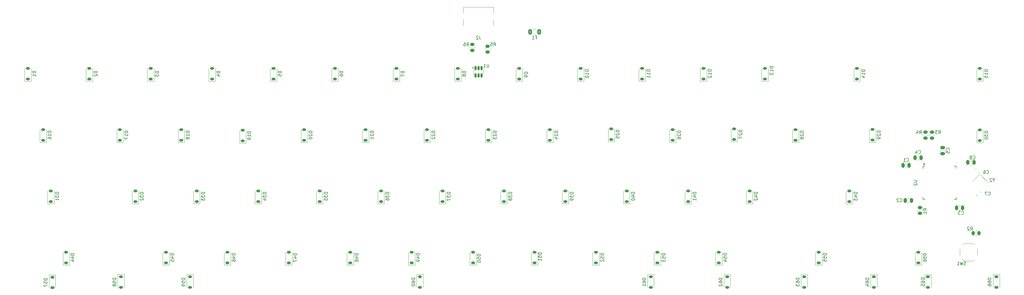
<source format=gbr>
G04 #@! TF.GenerationSoftware,KiCad,Pcbnew,8.0.2*
G04 #@! TF.CreationDate,2025-03-10T15:51:09-05:00*
G04 #@! TF.ProjectId,65,36352e6b-6963-4616-945f-706362585858,rev?*
G04 #@! TF.SameCoordinates,Original*
G04 #@! TF.FileFunction,Legend,Bot*
G04 #@! TF.FilePolarity,Positive*
%FSLAX46Y46*%
G04 Gerber Fmt 4.6, Leading zero omitted, Abs format (unit mm)*
G04 Created by KiCad (PCBNEW 8.0.2) date 2025-03-10 15:51:09*
%MOMM*%
%LPD*%
G01*
G04 APERTURE LIST*
G04 Aperture macros list*
%AMRoundRect*
0 Rectangle with rounded corners*
0 $1 Rounding radius*
0 $2 $3 $4 $5 $6 $7 $8 $9 X,Y pos of 4 corners*
0 Add a 4 corners polygon primitive as box body*
4,1,4,$2,$3,$4,$5,$6,$7,$8,$9,$2,$3,0*
0 Add four circle primitives for the rounded corners*
1,1,$1+$1,$2,$3*
1,1,$1+$1,$4,$5*
1,1,$1+$1,$6,$7*
1,1,$1+$1,$8,$9*
0 Add four rect primitives between the rounded corners*
20,1,$1+$1,$2,$3,$4,$5,0*
20,1,$1+$1,$4,$5,$6,$7,0*
20,1,$1+$1,$6,$7,$8,$9,0*
20,1,$1+$1,$8,$9,$2,$3,0*%
%AMRotRect*
0 Rectangle, with rotation*
0 The origin of the aperture is its center*
0 $1 length*
0 $2 width*
0 $3 Rotation angle, in degrees counterclockwise*
0 Add horizontal line*
21,1,$1,$2,0,0,$3*%
G04 Aperture macros list end*
%ADD10C,0.150000*%
%ADD11C,0.120000*%
%ADD12C,1.700000*%
%ADD13C,4.000000*%
%ADD14C,2.200000*%
%ADD15C,3.050000*%
%ADD16RoundRect,0.225000X0.375000X-0.225000X0.375000X0.225000X-0.375000X0.225000X-0.375000X-0.225000X0*%
%ADD17RoundRect,0.250000X-0.250000X-0.475000X0.250000X-0.475000X0.250000X0.475000X-0.250000X0.475000X0*%
%ADD18RoundRect,0.250000X-0.375000X-0.625000X0.375000X-0.625000X0.375000X0.625000X-0.375000X0.625000X0*%
%ADD19C,0.650000*%
%ADD20R,0.600000X1.450000*%
%ADD21R,0.300000X1.450000*%
%ADD22O,1.000000X1.600000*%
%ADD23O,1.000000X2.100000*%
%ADD24RoundRect,0.250000X0.250000X0.475000X-0.250000X0.475000X-0.250000X-0.475000X0.250000X-0.475000X0*%
%ADD25RoundRect,0.250000X-0.450000X0.262500X-0.450000X-0.262500X0.450000X-0.262500X0.450000X0.262500X0*%
%ADD26RoundRect,0.250000X0.450000X-0.262500X0.450000X0.262500X-0.450000X0.262500X-0.450000X-0.262500X0*%
%ADD27RoundRect,0.225000X-0.375000X0.225000X-0.375000X-0.225000X0.375000X-0.225000X0.375000X0.225000X0*%
%ADD28RoundRect,0.250000X-0.262500X-0.450000X0.262500X-0.450000X0.262500X0.450000X-0.262500X0.450000X0*%
%ADD29RoundRect,0.250000X0.475000X-0.250000X0.475000X0.250000X-0.475000X0.250000X-0.475000X-0.250000X0*%
%ADD30RoundRect,0.250000X-0.512652X-0.159099X-0.159099X-0.512652X0.512652X0.159099X0.159099X0.512652X0*%
%ADD31R,0.550000X1.500000*%
%ADD32R,1.500000X0.550000*%
%ADD33RoundRect,0.250000X0.159099X-0.512652X0.512652X-0.159099X-0.159099X0.512652X-0.512652X0.159099X0*%
%ADD34RoundRect,0.150000X-0.150000X0.512500X-0.150000X-0.512500X0.150000X-0.512500X0.150000X0.512500X0*%
%ADD35RotRect,1.400000X1.200000X315.000000*%
%ADD36R,1.800000X1.100000*%
G04 APERTURE END LIST*
D10*
X250898570Y-145885714D02*
X249898570Y-145885714D01*
X249898570Y-145885714D02*
X249898570Y-146123809D01*
X249898570Y-146123809D02*
X249946189Y-146266666D01*
X249946189Y-146266666D02*
X250041427Y-146361904D01*
X250041427Y-146361904D02*
X250136665Y-146409523D01*
X250136665Y-146409523D02*
X250327141Y-146457142D01*
X250327141Y-146457142D02*
X250469998Y-146457142D01*
X250469998Y-146457142D02*
X250660474Y-146409523D01*
X250660474Y-146409523D02*
X250755712Y-146361904D01*
X250755712Y-146361904D02*
X250850951Y-146266666D01*
X250850951Y-146266666D02*
X250898570Y-146123809D01*
X250898570Y-146123809D02*
X250898570Y-145885714D01*
X250231903Y-147314285D02*
X250898570Y-147314285D01*
X249850951Y-147076190D02*
X250565236Y-146838095D01*
X250565236Y-146838095D02*
X250565236Y-147457142D01*
X249898570Y-148028571D02*
X249898570Y-148123809D01*
X249898570Y-148123809D02*
X249946189Y-148219047D01*
X249946189Y-148219047D02*
X249993808Y-148266666D01*
X249993808Y-148266666D02*
X250089046Y-148314285D01*
X250089046Y-148314285D02*
X250279522Y-148361904D01*
X250279522Y-148361904D02*
X250517617Y-148361904D01*
X250517617Y-148361904D02*
X250708093Y-148314285D01*
X250708093Y-148314285D02*
X250803331Y-148266666D01*
X250803331Y-148266666D02*
X250850951Y-148219047D01*
X250850951Y-148219047D02*
X250898570Y-148123809D01*
X250898570Y-148123809D02*
X250898570Y-148028571D01*
X250898570Y-148028571D02*
X250850951Y-147933333D01*
X250850951Y-147933333D02*
X250803331Y-147885714D01*
X250803331Y-147885714D02*
X250708093Y-147838095D01*
X250708093Y-147838095D02*
X250517617Y-147790476D01*
X250517617Y-147790476D02*
X250279522Y-147790476D01*
X250279522Y-147790476D02*
X250089046Y-147838095D01*
X250089046Y-147838095D02*
X249993808Y-147885714D01*
X249993808Y-147885714D02*
X249946189Y-147933333D01*
X249946189Y-147933333D02*
X249898570Y-148028571D01*
X141361070Y-108261905D02*
X140361070Y-108261905D01*
X140361070Y-108261905D02*
X140361070Y-108500000D01*
X140361070Y-108500000D02*
X140408689Y-108642857D01*
X140408689Y-108642857D02*
X140503927Y-108738095D01*
X140503927Y-108738095D02*
X140599165Y-108785714D01*
X140599165Y-108785714D02*
X140789641Y-108833333D01*
X140789641Y-108833333D02*
X140932498Y-108833333D01*
X140932498Y-108833333D02*
X141122974Y-108785714D01*
X141122974Y-108785714D02*
X141218212Y-108738095D01*
X141218212Y-108738095D02*
X141313451Y-108642857D01*
X141313451Y-108642857D02*
X141361070Y-108500000D01*
X141361070Y-108500000D02*
X141361070Y-108261905D01*
X140361070Y-109738095D02*
X140361070Y-109261905D01*
X140361070Y-109261905D02*
X140837260Y-109214286D01*
X140837260Y-109214286D02*
X140789641Y-109261905D01*
X140789641Y-109261905D02*
X140742022Y-109357143D01*
X140742022Y-109357143D02*
X140742022Y-109595238D01*
X140742022Y-109595238D02*
X140789641Y-109690476D01*
X140789641Y-109690476D02*
X140837260Y-109738095D01*
X140837260Y-109738095D02*
X140932498Y-109785714D01*
X140932498Y-109785714D02*
X141170593Y-109785714D01*
X141170593Y-109785714D02*
X141265831Y-109738095D01*
X141265831Y-109738095D02*
X141313451Y-109690476D01*
X141313451Y-109690476D02*
X141361070Y-109595238D01*
X141361070Y-109595238D02*
X141361070Y-109357143D01*
X141361070Y-109357143D02*
X141313451Y-109261905D01*
X141313451Y-109261905D02*
X141265831Y-109214286D01*
X260423570Y-164905714D02*
X259423570Y-164905714D01*
X259423570Y-164905714D02*
X259423570Y-165143809D01*
X259423570Y-165143809D02*
X259471189Y-165286666D01*
X259471189Y-165286666D02*
X259566427Y-165381904D01*
X259566427Y-165381904D02*
X259661665Y-165429523D01*
X259661665Y-165429523D02*
X259852141Y-165477142D01*
X259852141Y-165477142D02*
X259994998Y-165477142D01*
X259994998Y-165477142D02*
X260185474Y-165429523D01*
X260185474Y-165429523D02*
X260280712Y-165381904D01*
X260280712Y-165381904D02*
X260375951Y-165286666D01*
X260375951Y-165286666D02*
X260423570Y-165143809D01*
X260423570Y-165143809D02*
X260423570Y-164905714D01*
X259423570Y-166381904D02*
X259423570Y-165905714D01*
X259423570Y-165905714D02*
X259899760Y-165858095D01*
X259899760Y-165858095D02*
X259852141Y-165905714D01*
X259852141Y-165905714D02*
X259804522Y-166000952D01*
X259804522Y-166000952D02*
X259804522Y-166239047D01*
X259804522Y-166239047D02*
X259852141Y-166334285D01*
X259852141Y-166334285D02*
X259899760Y-166381904D01*
X259899760Y-166381904D02*
X259994998Y-166429523D01*
X259994998Y-166429523D02*
X260233093Y-166429523D01*
X260233093Y-166429523D02*
X260328331Y-166381904D01*
X260328331Y-166381904D02*
X260375951Y-166334285D01*
X260375951Y-166334285D02*
X260423570Y-166239047D01*
X260423570Y-166239047D02*
X260423570Y-166000952D01*
X260423570Y-166000952D02*
X260375951Y-165905714D01*
X260375951Y-165905714D02*
X260328331Y-165858095D01*
X259423570Y-166762857D02*
X259423570Y-167381904D01*
X259423570Y-167381904D02*
X259804522Y-167048571D01*
X259804522Y-167048571D02*
X259804522Y-167191428D01*
X259804522Y-167191428D02*
X259852141Y-167286666D01*
X259852141Y-167286666D02*
X259899760Y-167334285D01*
X259899760Y-167334285D02*
X259994998Y-167381904D01*
X259994998Y-167381904D02*
X260233093Y-167381904D01*
X260233093Y-167381904D02*
X260328331Y-167334285D01*
X260328331Y-167334285D02*
X260375951Y-167286666D01*
X260375951Y-167286666D02*
X260423570Y-167191428D01*
X260423570Y-167191428D02*
X260423570Y-166905714D01*
X260423570Y-166905714D02*
X260375951Y-166810476D01*
X260375951Y-166810476D02*
X260328331Y-166762857D01*
X255661070Y-107785714D02*
X254661070Y-107785714D01*
X254661070Y-107785714D02*
X254661070Y-108023809D01*
X254661070Y-108023809D02*
X254708689Y-108166666D01*
X254708689Y-108166666D02*
X254803927Y-108261904D01*
X254803927Y-108261904D02*
X254899165Y-108309523D01*
X254899165Y-108309523D02*
X255089641Y-108357142D01*
X255089641Y-108357142D02*
X255232498Y-108357142D01*
X255232498Y-108357142D02*
X255422974Y-108309523D01*
X255422974Y-108309523D02*
X255518212Y-108261904D01*
X255518212Y-108261904D02*
X255613451Y-108166666D01*
X255613451Y-108166666D02*
X255661070Y-108023809D01*
X255661070Y-108023809D02*
X255661070Y-107785714D01*
X255661070Y-109309523D02*
X255661070Y-108738095D01*
X255661070Y-109023809D02*
X254661070Y-109023809D01*
X254661070Y-109023809D02*
X254803927Y-108928571D01*
X254803927Y-108928571D02*
X254899165Y-108833333D01*
X254899165Y-108833333D02*
X254946784Y-108738095D01*
X255661070Y-110261904D02*
X255661070Y-109690476D01*
X255661070Y-109976190D02*
X254661070Y-109976190D01*
X254661070Y-109976190D02*
X254803927Y-109880952D01*
X254803927Y-109880952D02*
X254899165Y-109785714D01*
X254899165Y-109785714D02*
X254946784Y-109690476D01*
X98498570Y-145885714D02*
X97498570Y-145885714D01*
X97498570Y-145885714D02*
X97498570Y-146123809D01*
X97498570Y-146123809D02*
X97546189Y-146266666D01*
X97546189Y-146266666D02*
X97641427Y-146361904D01*
X97641427Y-146361904D02*
X97736665Y-146409523D01*
X97736665Y-146409523D02*
X97927141Y-146457142D01*
X97927141Y-146457142D02*
X98069998Y-146457142D01*
X98069998Y-146457142D02*
X98260474Y-146409523D01*
X98260474Y-146409523D02*
X98355712Y-146361904D01*
X98355712Y-146361904D02*
X98450951Y-146266666D01*
X98450951Y-146266666D02*
X98498570Y-146123809D01*
X98498570Y-146123809D02*
X98498570Y-145885714D01*
X97498570Y-146790476D02*
X97498570Y-147409523D01*
X97498570Y-147409523D02*
X97879522Y-147076190D01*
X97879522Y-147076190D02*
X97879522Y-147219047D01*
X97879522Y-147219047D02*
X97927141Y-147314285D01*
X97927141Y-147314285D02*
X97974760Y-147361904D01*
X97974760Y-147361904D02*
X98069998Y-147409523D01*
X98069998Y-147409523D02*
X98308093Y-147409523D01*
X98308093Y-147409523D02*
X98403331Y-147361904D01*
X98403331Y-147361904D02*
X98450951Y-147314285D01*
X98450951Y-147314285D02*
X98498570Y-147219047D01*
X98498570Y-147219047D02*
X98498570Y-146933333D01*
X98498570Y-146933333D02*
X98450951Y-146838095D01*
X98450951Y-146838095D02*
X98403331Y-146790476D01*
X97593808Y-147790476D02*
X97546189Y-147838095D01*
X97546189Y-147838095D02*
X97498570Y-147933333D01*
X97498570Y-147933333D02*
X97498570Y-148171428D01*
X97498570Y-148171428D02*
X97546189Y-148266666D01*
X97546189Y-148266666D02*
X97593808Y-148314285D01*
X97593808Y-148314285D02*
X97689046Y-148361904D01*
X97689046Y-148361904D02*
X97784284Y-148361904D01*
X97784284Y-148361904D02*
X97927141Y-148314285D01*
X97927141Y-148314285D02*
X98498570Y-147742857D01*
X98498570Y-147742857D02*
X98498570Y-148361904D01*
X69923570Y-126835714D02*
X68923570Y-126835714D01*
X68923570Y-126835714D02*
X68923570Y-127073809D01*
X68923570Y-127073809D02*
X68971189Y-127216666D01*
X68971189Y-127216666D02*
X69066427Y-127311904D01*
X69066427Y-127311904D02*
X69161665Y-127359523D01*
X69161665Y-127359523D02*
X69352141Y-127407142D01*
X69352141Y-127407142D02*
X69494998Y-127407142D01*
X69494998Y-127407142D02*
X69685474Y-127359523D01*
X69685474Y-127359523D02*
X69780712Y-127311904D01*
X69780712Y-127311904D02*
X69875951Y-127216666D01*
X69875951Y-127216666D02*
X69923570Y-127073809D01*
X69923570Y-127073809D02*
X69923570Y-126835714D01*
X69923570Y-128359523D02*
X69923570Y-127788095D01*
X69923570Y-128073809D02*
X68923570Y-128073809D01*
X68923570Y-128073809D02*
X69066427Y-127978571D01*
X69066427Y-127978571D02*
X69161665Y-127883333D01*
X69161665Y-127883333D02*
X69209284Y-127788095D01*
X68923570Y-129216666D02*
X68923570Y-129026190D01*
X68923570Y-129026190D02*
X68971189Y-128930952D01*
X68971189Y-128930952D02*
X69018808Y-128883333D01*
X69018808Y-128883333D02*
X69161665Y-128788095D01*
X69161665Y-128788095D02*
X69352141Y-128740476D01*
X69352141Y-128740476D02*
X69733093Y-128740476D01*
X69733093Y-128740476D02*
X69828331Y-128788095D01*
X69828331Y-128788095D02*
X69875951Y-128835714D01*
X69875951Y-128835714D02*
X69923570Y-128930952D01*
X69923570Y-128930952D02*
X69923570Y-129121428D01*
X69923570Y-129121428D02*
X69875951Y-129216666D01*
X69875951Y-129216666D02*
X69828331Y-129264285D01*
X69828331Y-129264285D02*
X69733093Y-129311904D01*
X69733093Y-129311904D02*
X69494998Y-129311904D01*
X69494998Y-129311904D02*
X69399760Y-129264285D01*
X69399760Y-129264285D02*
X69352141Y-129216666D01*
X69352141Y-129216666D02*
X69304522Y-129121428D01*
X69304522Y-129121428D02*
X69304522Y-128930952D01*
X69304522Y-128930952D02*
X69352141Y-128835714D01*
X69352141Y-128835714D02*
X69399760Y-128788095D01*
X69399760Y-128788095D02*
X69494998Y-128740476D01*
X269948570Y-145885714D02*
X268948570Y-145885714D01*
X268948570Y-145885714D02*
X268948570Y-146123809D01*
X268948570Y-146123809D02*
X268996189Y-146266666D01*
X268996189Y-146266666D02*
X269091427Y-146361904D01*
X269091427Y-146361904D02*
X269186665Y-146409523D01*
X269186665Y-146409523D02*
X269377141Y-146457142D01*
X269377141Y-146457142D02*
X269519998Y-146457142D01*
X269519998Y-146457142D02*
X269710474Y-146409523D01*
X269710474Y-146409523D02*
X269805712Y-146361904D01*
X269805712Y-146361904D02*
X269900951Y-146266666D01*
X269900951Y-146266666D02*
X269948570Y-146123809D01*
X269948570Y-146123809D02*
X269948570Y-145885714D01*
X269281903Y-147314285D02*
X269948570Y-147314285D01*
X268900951Y-147076190D02*
X269615236Y-146838095D01*
X269615236Y-146838095D02*
X269615236Y-147457142D01*
X269948570Y-148361904D02*
X269948570Y-147790476D01*
X269948570Y-148076190D02*
X268948570Y-148076190D01*
X268948570Y-148076190D02*
X269091427Y-147980952D01*
X269091427Y-147980952D02*
X269186665Y-147885714D01*
X269186665Y-147885714D02*
X269234284Y-147790476D01*
X193748570Y-145885714D02*
X192748570Y-145885714D01*
X192748570Y-145885714D02*
X192748570Y-146123809D01*
X192748570Y-146123809D02*
X192796189Y-146266666D01*
X192796189Y-146266666D02*
X192891427Y-146361904D01*
X192891427Y-146361904D02*
X192986665Y-146409523D01*
X192986665Y-146409523D02*
X193177141Y-146457142D01*
X193177141Y-146457142D02*
X193319998Y-146457142D01*
X193319998Y-146457142D02*
X193510474Y-146409523D01*
X193510474Y-146409523D02*
X193605712Y-146361904D01*
X193605712Y-146361904D02*
X193700951Y-146266666D01*
X193700951Y-146266666D02*
X193748570Y-146123809D01*
X193748570Y-146123809D02*
X193748570Y-145885714D01*
X192748570Y-146790476D02*
X192748570Y-147409523D01*
X192748570Y-147409523D02*
X193129522Y-147076190D01*
X193129522Y-147076190D02*
X193129522Y-147219047D01*
X193129522Y-147219047D02*
X193177141Y-147314285D01*
X193177141Y-147314285D02*
X193224760Y-147361904D01*
X193224760Y-147361904D02*
X193319998Y-147409523D01*
X193319998Y-147409523D02*
X193558093Y-147409523D01*
X193558093Y-147409523D02*
X193653331Y-147361904D01*
X193653331Y-147361904D02*
X193700951Y-147314285D01*
X193700951Y-147314285D02*
X193748570Y-147219047D01*
X193748570Y-147219047D02*
X193748570Y-146933333D01*
X193748570Y-146933333D02*
X193700951Y-146838095D01*
X193700951Y-146838095D02*
X193653331Y-146790476D01*
X192748570Y-147742857D02*
X192748570Y-148409523D01*
X192748570Y-148409523D02*
X193748570Y-147980952D01*
X352266666Y-152659580D02*
X352314285Y-152707200D01*
X352314285Y-152707200D02*
X352457142Y-152754819D01*
X352457142Y-152754819D02*
X352552380Y-152754819D01*
X352552380Y-152754819D02*
X352695237Y-152707200D01*
X352695237Y-152707200D02*
X352790475Y-152611961D01*
X352790475Y-152611961D02*
X352838094Y-152516723D01*
X352838094Y-152516723D02*
X352885713Y-152326247D01*
X352885713Y-152326247D02*
X352885713Y-152183390D01*
X352885713Y-152183390D02*
X352838094Y-151992914D01*
X352838094Y-151992914D02*
X352790475Y-151897676D01*
X352790475Y-151897676D02*
X352695237Y-151802438D01*
X352695237Y-151802438D02*
X352552380Y-151754819D01*
X352552380Y-151754819D02*
X352457142Y-151754819D01*
X352457142Y-151754819D02*
X352314285Y-151802438D01*
X352314285Y-151802438D02*
X352266666Y-151850057D01*
X351933332Y-151754819D02*
X351314285Y-151754819D01*
X351314285Y-151754819D02*
X351647618Y-152135771D01*
X351647618Y-152135771D02*
X351504761Y-152135771D01*
X351504761Y-152135771D02*
X351409523Y-152183390D01*
X351409523Y-152183390D02*
X351361904Y-152231009D01*
X351361904Y-152231009D02*
X351314285Y-152326247D01*
X351314285Y-152326247D02*
X351314285Y-152564342D01*
X351314285Y-152564342D02*
X351361904Y-152659580D01*
X351361904Y-152659580D02*
X351409523Y-152707200D01*
X351409523Y-152707200D02*
X351504761Y-152754819D01*
X351504761Y-152754819D02*
X351790475Y-152754819D01*
X351790475Y-152754819D02*
X351885713Y-152707200D01*
X351885713Y-152707200D02*
X351933332Y-152659580D01*
X212798570Y-145885714D02*
X211798570Y-145885714D01*
X211798570Y-145885714D02*
X211798570Y-146123809D01*
X211798570Y-146123809D02*
X211846189Y-146266666D01*
X211846189Y-146266666D02*
X211941427Y-146361904D01*
X211941427Y-146361904D02*
X212036665Y-146409523D01*
X212036665Y-146409523D02*
X212227141Y-146457142D01*
X212227141Y-146457142D02*
X212369998Y-146457142D01*
X212369998Y-146457142D02*
X212560474Y-146409523D01*
X212560474Y-146409523D02*
X212655712Y-146361904D01*
X212655712Y-146361904D02*
X212750951Y-146266666D01*
X212750951Y-146266666D02*
X212798570Y-146123809D01*
X212798570Y-146123809D02*
X212798570Y-145885714D01*
X211798570Y-146790476D02*
X211798570Y-147409523D01*
X211798570Y-147409523D02*
X212179522Y-147076190D01*
X212179522Y-147076190D02*
X212179522Y-147219047D01*
X212179522Y-147219047D02*
X212227141Y-147314285D01*
X212227141Y-147314285D02*
X212274760Y-147361904D01*
X212274760Y-147361904D02*
X212369998Y-147409523D01*
X212369998Y-147409523D02*
X212608093Y-147409523D01*
X212608093Y-147409523D02*
X212703331Y-147361904D01*
X212703331Y-147361904D02*
X212750951Y-147314285D01*
X212750951Y-147314285D02*
X212798570Y-147219047D01*
X212798570Y-147219047D02*
X212798570Y-146933333D01*
X212798570Y-146933333D02*
X212750951Y-146838095D01*
X212750951Y-146838095D02*
X212703331Y-146790476D01*
X212227141Y-147980952D02*
X212179522Y-147885714D01*
X212179522Y-147885714D02*
X212131903Y-147838095D01*
X212131903Y-147838095D02*
X212036665Y-147790476D01*
X212036665Y-147790476D02*
X211989046Y-147790476D01*
X211989046Y-147790476D02*
X211893808Y-147838095D01*
X211893808Y-147838095D02*
X211846189Y-147885714D01*
X211846189Y-147885714D02*
X211798570Y-147980952D01*
X211798570Y-147980952D02*
X211798570Y-148171428D01*
X211798570Y-148171428D02*
X211846189Y-148266666D01*
X211846189Y-148266666D02*
X211893808Y-148314285D01*
X211893808Y-148314285D02*
X211989046Y-148361904D01*
X211989046Y-148361904D02*
X212036665Y-148361904D01*
X212036665Y-148361904D02*
X212131903Y-148314285D01*
X212131903Y-148314285D02*
X212179522Y-148266666D01*
X212179522Y-148266666D02*
X212227141Y-148171428D01*
X212227141Y-148171428D02*
X212227141Y-147980952D01*
X212227141Y-147980952D02*
X212274760Y-147885714D01*
X212274760Y-147885714D02*
X212322379Y-147838095D01*
X212322379Y-147838095D02*
X212417617Y-147790476D01*
X212417617Y-147790476D02*
X212608093Y-147790476D01*
X212608093Y-147790476D02*
X212703331Y-147838095D01*
X212703331Y-147838095D02*
X212750951Y-147885714D01*
X212750951Y-147885714D02*
X212798570Y-147980952D01*
X212798570Y-147980952D02*
X212798570Y-148171428D01*
X212798570Y-148171428D02*
X212750951Y-148266666D01*
X212750951Y-148266666D02*
X212703331Y-148314285D01*
X212703331Y-148314285D02*
X212608093Y-148361904D01*
X212608093Y-148361904D02*
X212417617Y-148361904D01*
X212417617Y-148361904D02*
X212322379Y-148314285D01*
X212322379Y-148314285D02*
X212274760Y-148266666D01*
X212274760Y-148266666D02*
X212227141Y-148171428D01*
X220202083Y-97794759D02*
X220535416Y-97794759D01*
X220535416Y-98318569D02*
X220535416Y-97318569D01*
X220535416Y-97318569D02*
X220059226Y-97318569D01*
X219154464Y-98318569D02*
X219725892Y-98318569D01*
X219440178Y-98318569D02*
X219440178Y-97318569D01*
X219440178Y-97318569D02*
X219535416Y-97461426D01*
X219535416Y-97461426D02*
X219630654Y-97556664D01*
X219630654Y-97556664D02*
X219725892Y-97604283D01*
X202833333Y-97299819D02*
X202833333Y-98014104D01*
X202833333Y-98014104D02*
X202880952Y-98156961D01*
X202880952Y-98156961D02*
X202976190Y-98252200D01*
X202976190Y-98252200D02*
X203119047Y-98299819D01*
X203119047Y-98299819D02*
X203214285Y-98299819D01*
X202404761Y-97395057D02*
X202357142Y-97347438D01*
X202357142Y-97347438D02*
X202261904Y-97299819D01*
X202261904Y-97299819D02*
X202023809Y-97299819D01*
X202023809Y-97299819D02*
X201928571Y-97347438D01*
X201928571Y-97347438D02*
X201880952Y-97395057D01*
X201880952Y-97395057D02*
X201833333Y-97490295D01*
X201833333Y-97490295D02*
X201833333Y-97585533D01*
X201833333Y-97585533D02*
X201880952Y-97728390D01*
X201880952Y-97728390D02*
X202452380Y-98299819D01*
X202452380Y-98299819D02*
X201833333Y-98299819D01*
X338966666Y-133779581D02*
X339014285Y-133827201D01*
X339014285Y-133827201D02*
X339157142Y-133874820D01*
X339157142Y-133874820D02*
X339252380Y-133874820D01*
X339252380Y-133874820D02*
X339395237Y-133827201D01*
X339395237Y-133827201D02*
X339490475Y-133731962D01*
X339490475Y-133731962D02*
X339538094Y-133636724D01*
X339538094Y-133636724D02*
X339585713Y-133446248D01*
X339585713Y-133446248D02*
X339585713Y-133303391D01*
X339585713Y-133303391D02*
X339538094Y-133112915D01*
X339538094Y-133112915D02*
X339490475Y-133017677D01*
X339490475Y-133017677D02*
X339395237Y-132922439D01*
X339395237Y-132922439D02*
X339252380Y-132874820D01*
X339252380Y-132874820D02*
X339157142Y-132874820D01*
X339157142Y-132874820D02*
X339014285Y-132922439D01*
X339014285Y-132922439D02*
X338966666Y-132970058D01*
X338109523Y-133208153D02*
X338109523Y-133874820D01*
X338347618Y-132827201D02*
X338585713Y-133541486D01*
X338585713Y-133541486D02*
X337966666Y-133541486D01*
X217717368Y-108528816D02*
X216717368Y-108528816D01*
X216717368Y-108528816D02*
X216717368Y-108766911D01*
X216717368Y-108766911D02*
X216764987Y-108909768D01*
X216764987Y-108909768D02*
X216860225Y-109005006D01*
X216860225Y-109005006D02*
X216955463Y-109052625D01*
X216955463Y-109052625D02*
X217145939Y-109100244D01*
X217145939Y-109100244D02*
X217288796Y-109100244D01*
X217288796Y-109100244D02*
X217479272Y-109052625D01*
X217479272Y-109052625D02*
X217574510Y-109005006D01*
X217574510Y-109005006D02*
X217669749Y-108909768D01*
X217669749Y-108909768D02*
X217717368Y-108766911D01*
X217717368Y-108766911D02*
X217717368Y-108528816D01*
X217717368Y-109576435D02*
X217717368Y-109766911D01*
X217717368Y-109766911D02*
X217669749Y-109862149D01*
X217669749Y-109862149D02*
X217622129Y-109909768D01*
X217622129Y-109909768D02*
X217479272Y-110005006D01*
X217479272Y-110005006D02*
X217288796Y-110052625D01*
X217288796Y-110052625D02*
X216907844Y-110052625D01*
X216907844Y-110052625D02*
X216812606Y-110005006D01*
X216812606Y-110005006D02*
X216764987Y-109957387D01*
X216764987Y-109957387D02*
X216717368Y-109862149D01*
X216717368Y-109862149D02*
X216717368Y-109671673D01*
X216717368Y-109671673D02*
X216764987Y-109576435D01*
X216764987Y-109576435D02*
X216812606Y-109528816D01*
X216812606Y-109528816D02*
X216907844Y-109481197D01*
X216907844Y-109481197D02*
X217145939Y-109481197D01*
X217145939Y-109481197D02*
X217241177Y-109528816D01*
X217241177Y-109528816D02*
X217288796Y-109576435D01*
X217288796Y-109576435D02*
X217336415Y-109671673D01*
X217336415Y-109671673D02*
X217336415Y-109862149D01*
X217336415Y-109862149D02*
X217288796Y-109957387D01*
X217288796Y-109957387D02*
X217241177Y-110005006D01*
X217241177Y-110005006D02*
X217145939Y-110052625D01*
X231848570Y-145885714D02*
X230848570Y-145885714D01*
X230848570Y-145885714D02*
X230848570Y-146123809D01*
X230848570Y-146123809D02*
X230896189Y-146266666D01*
X230896189Y-146266666D02*
X230991427Y-146361904D01*
X230991427Y-146361904D02*
X231086665Y-146409523D01*
X231086665Y-146409523D02*
X231277141Y-146457142D01*
X231277141Y-146457142D02*
X231419998Y-146457142D01*
X231419998Y-146457142D02*
X231610474Y-146409523D01*
X231610474Y-146409523D02*
X231705712Y-146361904D01*
X231705712Y-146361904D02*
X231800951Y-146266666D01*
X231800951Y-146266666D02*
X231848570Y-146123809D01*
X231848570Y-146123809D02*
X231848570Y-145885714D01*
X230848570Y-146790476D02*
X230848570Y-147409523D01*
X230848570Y-147409523D02*
X231229522Y-147076190D01*
X231229522Y-147076190D02*
X231229522Y-147219047D01*
X231229522Y-147219047D02*
X231277141Y-147314285D01*
X231277141Y-147314285D02*
X231324760Y-147361904D01*
X231324760Y-147361904D02*
X231419998Y-147409523D01*
X231419998Y-147409523D02*
X231658093Y-147409523D01*
X231658093Y-147409523D02*
X231753331Y-147361904D01*
X231753331Y-147361904D02*
X231800951Y-147314285D01*
X231800951Y-147314285D02*
X231848570Y-147219047D01*
X231848570Y-147219047D02*
X231848570Y-146933333D01*
X231848570Y-146933333D02*
X231800951Y-146838095D01*
X231800951Y-146838095D02*
X231753331Y-146790476D01*
X231848570Y-147885714D02*
X231848570Y-148076190D01*
X231848570Y-148076190D02*
X231800951Y-148171428D01*
X231800951Y-148171428D02*
X231753331Y-148219047D01*
X231753331Y-148219047D02*
X231610474Y-148314285D01*
X231610474Y-148314285D02*
X231419998Y-148361904D01*
X231419998Y-148361904D02*
X231039046Y-148361904D01*
X231039046Y-148361904D02*
X230943808Y-148314285D01*
X230943808Y-148314285D02*
X230896189Y-148266666D01*
X230896189Y-148266666D02*
X230848570Y-148171428D01*
X230848570Y-148171428D02*
X230848570Y-147980952D01*
X230848570Y-147980952D02*
X230896189Y-147885714D01*
X230896189Y-147885714D02*
X230943808Y-147838095D01*
X230943808Y-147838095D02*
X231039046Y-147790476D01*
X231039046Y-147790476D02*
X231277141Y-147790476D01*
X231277141Y-147790476D02*
X231372379Y-147838095D01*
X231372379Y-147838095D02*
X231419998Y-147885714D01*
X231419998Y-147885714D02*
X231467617Y-147980952D01*
X231467617Y-147980952D02*
X231467617Y-148171428D01*
X231467617Y-148171428D02*
X231419998Y-148266666D01*
X231419998Y-148266666D02*
X231372379Y-148314285D01*
X231372379Y-148314285D02*
X231277141Y-148361904D01*
X198825066Y-100392819D02*
X199158399Y-99916628D01*
X199396494Y-100392819D02*
X199396494Y-99392819D01*
X199396494Y-99392819D02*
X199015542Y-99392819D01*
X199015542Y-99392819D02*
X198920304Y-99440438D01*
X198920304Y-99440438D02*
X198872685Y-99488057D01*
X198872685Y-99488057D02*
X198825066Y-99583295D01*
X198825066Y-99583295D02*
X198825066Y-99726152D01*
X198825066Y-99726152D02*
X198872685Y-99821390D01*
X198872685Y-99821390D02*
X198920304Y-99869009D01*
X198920304Y-99869009D02*
X199015542Y-99916628D01*
X199015542Y-99916628D02*
X199396494Y-99916628D01*
X197967923Y-99392819D02*
X198158399Y-99392819D01*
X198158399Y-99392819D02*
X198253637Y-99440438D01*
X198253637Y-99440438D02*
X198301256Y-99488057D01*
X198301256Y-99488057D02*
X198396494Y-99630914D01*
X198396494Y-99630914D02*
X198444113Y-99821390D01*
X198444113Y-99821390D02*
X198444113Y-100202342D01*
X198444113Y-100202342D02*
X198396494Y-100297580D01*
X198396494Y-100297580D02*
X198348875Y-100345200D01*
X198348875Y-100345200D02*
X198253637Y-100392819D01*
X198253637Y-100392819D02*
X198063161Y-100392819D01*
X198063161Y-100392819D02*
X197967923Y-100345200D01*
X197967923Y-100345200D02*
X197920304Y-100297580D01*
X197920304Y-100297580D02*
X197872685Y-100202342D01*
X197872685Y-100202342D02*
X197872685Y-99964247D01*
X197872685Y-99964247D02*
X197920304Y-99869009D01*
X197920304Y-99869009D02*
X197967923Y-99821390D01*
X197967923Y-99821390D02*
X198063161Y-99773771D01*
X198063161Y-99773771D02*
X198253637Y-99773771D01*
X198253637Y-99773771D02*
X198348875Y-99821390D01*
X198348875Y-99821390D02*
X198396494Y-99869009D01*
X198396494Y-99869009D02*
X198444113Y-99964247D01*
X155648570Y-145885714D02*
X154648570Y-145885714D01*
X154648570Y-145885714D02*
X154648570Y-146123809D01*
X154648570Y-146123809D02*
X154696189Y-146266666D01*
X154696189Y-146266666D02*
X154791427Y-146361904D01*
X154791427Y-146361904D02*
X154886665Y-146409523D01*
X154886665Y-146409523D02*
X155077141Y-146457142D01*
X155077141Y-146457142D02*
X155219998Y-146457142D01*
X155219998Y-146457142D02*
X155410474Y-146409523D01*
X155410474Y-146409523D02*
X155505712Y-146361904D01*
X155505712Y-146361904D02*
X155600951Y-146266666D01*
X155600951Y-146266666D02*
X155648570Y-146123809D01*
X155648570Y-146123809D02*
X155648570Y-145885714D01*
X154648570Y-146790476D02*
X154648570Y-147409523D01*
X154648570Y-147409523D02*
X155029522Y-147076190D01*
X155029522Y-147076190D02*
X155029522Y-147219047D01*
X155029522Y-147219047D02*
X155077141Y-147314285D01*
X155077141Y-147314285D02*
X155124760Y-147361904D01*
X155124760Y-147361904D02*
X155219998Y-147409523D01*
X155219998Y-147409523D02*
X155458093Y-147409523D01*
X155458093Y-147409523D02*
X155553331Y-147361904D01*
X155553331Y-147361904D02*
X155600951Y-147314285D01*
X155600951Y-147314285D02*
X155648570Y-147219047D01*
X155648570Y-147219047D02*
X155648570Y-146933333D01*
X155648570Y-146933333D02*
X155600951Y-146838095D01*
X155600951Y-146838095D02*
X155553331Y-146790476D01*
X154648570Y-148314285D02*
X154648570Y-147838095D01*
X154648570Y-147838095D02*
X155124760Y-147790476D01*
X155124760Y-147790476D02*
X155077141Y-147838095D01*
X155077141Y-147838095D02*
X155029522Y-147933333D01*
X155029522Y-147933333D02*
X155029522Y-148171428D01*
X155029522Y-148171428D02*
X155077141Y-148266666D01*
X155077141Y-148266666D02*
X155124760Y-148314285D01*
X155124760Y-148314285D02*
X155219998Y-148361904D01*
X155219998Y-148361904D02*
X155458093Y-148361904D01*
X155458093Y-148361904D02*
X155553331Y-148314285D01*
X155553331Y-148314285D02*
X155600951Y-148266666D01*
X155600951Y-148266666D02*
X155648570Y-148171428D01*
X155648570Y-148171428D02*
X155648570Y-147933333D01*
X155648570Y-147933333D02*
X155600951Y-147838095D01*
X155600951Y-147838095D02*
X155553331Y-147790476D01*
X184223570Y-164905714D02*
X183223570Y-164905714D01*
X183223570Y-164905714D02*
X183223570Y-165143809D01*
X183223570Y-165143809D02*
X183271189Y-165286666D01*
X183271189Y-165286666D02*
X183366427Y-165381904D01*
X183366427Y-165381904D02*
X183461665Y-165429523D01*
X183461665Y-165429523D02*
X183652141Y-165477142D01*
X183652141Y-165477142D02*
X183794998Y-165477142D01*
X183794998Y-165477142D02*
X183985474Y-165429523D01*
X183985474Y-165429523D02*
X184080712Y-165381904D01*
X184080712Y-165381904D02*
X184175951Y-165286666D01*
X184175951Y-165286666D02*
X184223570Y-165143809D01*
X184223570Y-165143809D02*
X184223570Y-164905714D01*
X183556903Y-166334285D02*
X184223570Y-166334285D01*
X183175951Y-166096190D02*
X183890236Y-165858095D01*
X183890236Y-165858095D02*
X183890236Y-166477142D01*
X184223570Y-166905714D02*
X184223570Y-167096190D01*
X184223570Y-167096190D02*
X184175951Y-167191428D01*
X184175951Y-167191428D02*
X184128331Y-167239047D01*
X184128331Y-167239047D02*
X183985474Y-167334285D01*
X183985474Y-167334285D02*
X183794998Y-167381904D01*
X183794998Y-167381904D02*
X183414046Y-167381904D01*
X183414046Y-167381904D02*
X183318808Y-167334285D01*
X183318808Y-167334285D02*
X183271189Y-167286666D01*
X183271189Y-167286666D02*
X183223570Y-167191428D01*
X183223570Y-167191428D02*
X183223570Y-167000952D01*
X183223570Y-167000952D02*
X183271189Y-166905714D01*
X183271189Y-166905714D02*
X183318808Y-166858095D01*
X183318808Y-166858095D02*
X183414046Y-166810476D01*
X183414046Y-166810476D02*
X183652141Y-166810476D01*
X183652141Y-166810476D02*
X183747379Y-166858095D01*
X183747379Y-166858095D02*
X183794998Y-166905714D01*
X183794998Y-166905714D02*
X183842617Y-167000952D01*
X183842617Y-167000952D02*
X183842617Y-167191428D01*
X183842617Y-167191428D02*
X183794998Y-167286666D01*
X183794998Y-167286666D02*
X183747379Y-167334285D01*
X183747379Y-167334285D02*
X183652141Y-167381904D01*
X165173570Y-164905714D02*
X164173570Y-164905714D01*
X164173570Y-164905714D02*
X164173570Y-165143809D01*
X164173570Y-165143809D02*
X164221189Y-165286666D01*
X164221189Y-165286666D02*
X164316427Y-165381904D01*
X164316427Y-165381904D02*
X164411665Y-165429523D01*
X164411665Y-165429523D02*
X164602141Y-165477142D01*
X164602141Y-165477142D02*
X164744998Y-165477142D01*
X164744998Y-165477142D02*
X164935474Y-165429523D01*
X164935474Y-165429523D02*
X165030712Y-165381904D01*
X165030712Y-165381904D02*
X165125951Y-165286666D01*
X165125951Y-165286666D02*
X165173570Y-165143809D01*
X165173570Y-165143809D02*
X165173570Y-164905714D01*
X164506903Y-166334285D02*
X165173570Y-166334285D01*
X164125951Y-166096190D02*
X164840236Y-165858095D01*
X164840236Y-165858095D02*
X164840236Y-166477142D01*
X164602141Y-167000952D02*
X164554522Y-166905714D01*
X164554522Y-166905714D02*
X164506903Y-166858095D01*
X164506903Y-166858095D02*
X164411665Y-166810476D01*
X164411665Y-166810476D02*
X164364046Y-166810476D01*
X164364046Y-166810476D02*
X164268808Y-166858095D01*
X164268808Y-166858095D02*
X164221189Y-166905714D01*
X164221189Y-166905714D02*
X164173570Y-167000952D01*
X164173570Y-167000952D02*
X164173570Y-167191428D01*
X164173570Y-167191428D02*
X164221189Y-167286666D01*
X164221189Y-167286666D02*
X164268808Y-167334285D01*
X164268808Y-167334285D02*
X164364046Y-167381904D01*
X164364046Y-167381904D02*
X164411665Y-167381904D01*
X164411665Y-167381904D02*
X164506903Y-167334285D01*
X164506903Y-167334285D02*
X164554522Y-167286666D01*
X164554522Y-167286666D02*
X164602141Y-167191428D01*
X164602141Y-167191428D02*
X164602141Y-167000952D01*
X164602141Y-167000952D02*
X164649760Y-166905714D01*
X164649760Y-166905714D02*
X164697379Y-166858095D01*
X164697379Y-166858095D02*
X164792617Y-166810476D01*
X164792617Y-166810476D02*
X164983093Y-166810476D01*
X164983093Y-166810476D02*
X165078331Y-166858095D01*
X165078331Y-166858095D02*
X165125951Y-166905714D01*
X165125951Y-166905714D02*
X165173570Y-167000952D01*
X165173570Y-167000952D02*
X165173570Y-167191428D01*
X165173570Y-167191428D02*
X165125951Y-167286666D01*
X165125951Y-167286666D02*
X165078331Y-167334285D01*
X165078331Y-167334285D02*
X164983093Y-167381904D01*
X164983093Y-167381904D02*
X164792617Y-167381904D01*
X164792617Y-167381904D02*
X164697379Y-167334285D01*
X164697379Y-167334285D02*
X164649760Y-167286666D01*
X164649760Y-167286666D02*
X164602141Y-167191428D01*
X345166666Y-127654819D02*
X345499999Y-127178628D01*
X345738094Y-127654819D02*
X345738094Y-126654819D01*
X345738094Y-126654819D02*
X345357142Y-126654819D01*
X345357142Y-126654819D02*
X345261904Y-126702438D01*
X345261904Y-126702438D02*
X345214285Y-126750057D01*
X345214285Y-126750057D02*
X345166666Y-126845295D01*
X345166666Y-126845295D02*
X345166666Y-126988152D01*
X345166666Y-126988152D02*
X345214285Y-127083390D01*
X345214285Y-127083390D02*
X345261904Y-127131009D01*
X345261904Y-127131009D02*
X345357142Y-127178628D01*
X345357142Y-127178628D02*
X345738094Y-127178628D01*
X344833332Y-126654819D02*
X344214285Y-126654819D01*
X344214285Y-126654819D02*
X344547618Y-127035771D01*
X344547618Y-127035771D02*
X344404761Y-127035771D01*
X344404761Y-127035771D02*
X344309523Y-127083390D01*
X344309523Y-127083390D02*
X344261904Y-127131009D01*
X344261904Y-127131009D02*
X344214285Y-127226247D01*
X344214285Y-127226247D02*
X344214285Y-127464342D01*
X344214285Y-127464342D02*
X344261904Y-127559580D01*
X344261904Y-127559580D02*
X344309523Y-127607200D01*
X344309523Y-127607200D02*
X344404761Y-127654819D01*
X344404761Y-127654819D02*
X344690475Y-127654819D01*
X344690475Y-127654819D02*
X344785713Y-127607200D01*
X344785713Y-127607200D02*
X344833332Y-127559580D01*
X340754819Y-172485714D02*
X339754819Y-172485714D01*
X339754819Y-172485714D02*
X339754819Y-172723809D01*
X339754819Y-172723809D02*
X339802438Y-172866666D01*
X339802438Y-172866666D02*
X339897676Y-172961904D01*
X339897676Y-172961904D02*
X339992914Y-173009523D01*
X339992914Y-173009523D02*
X340183390Y-173057142D01*
X340183390Y-173057142D02*
X340326247Y-173057142D01*
X340326247Y-173057142D02*
X340516723Y-173009523D01*
X340516723Y-173009523D02*
X340611961Y-172961904D01*
X340611961Y-172961904D02*
X340707200Y-172866666D01*
X340707200Y-172866666D02*
X340754819Y-172723809D01*
X340754819Y-172723809D02*
X340754819Y-172485714D01*
X339754819Y-173914285D02*
X339754819Y-173723809D01*
X339754819Y-173723809D02*
X339802438Y-173628571D01*
X339802438Y-173628571D02*
X339850057Y-173580952D01*
X339850057Y-173580952D02*
X339992914Y-173485714D01*
X339992914Y-173485714D02*
X340183390Y-173438095D01*
X340183390Y-173438095D02*
X340564342Y-173438095D01*
X340564342Y-173438095D02*
X340659580Y-173485714D01*
X340659580Y-173485714D02*
X340707200Y-173533333D01*
X340707200Y-173533333D02*
X340754819Y-173628571D01*
X340754819Y-173628571D02*
X340754819Y-173819047D01*
X340754819Y-173819047D02*
X340707200Y-173914285D01*
X340707200Y-173914285D02*
X340659580Y-173961904D01*
X340659580Y-173961904D02*
X340564342Y-174009523D01*
X340564342Y-174009523D02*
X340326247Y-174009523D01*
X340326247Y-174009523D02*
X340231009Y-173961904D01*
X340231009Y-173961904D02*
X340183390Y-173914285D01*
X340183390Y-173914285D02*
X340135771Y-173819047D01*
X340135771Y-173819047D02*
X340135771Y-173628571D01*
X340135771Y-173628571D02*
X340183390Y-173533333D01*
X340183390Y-173533333D02*
X340231009Y-173485714D01*
X340231009Y-173485714D02*
X340326247Y-173438095D01*
X339754819Y-174914285D02*
X339754819Y-174438095D01*
X339754819Y-174438095D02*
X340231009Y-174390476D01*
X340231009Y-174390476D02*
X340183390Y-174438095D01*
X340183390Y-174438095D02*
X340135771Y-174533333D01*
X340135771Y-174533333D02*
X340135771Y-174771428D01*
X340135771Y-174771428D02*
X340183390Y-174866666D01*
X340183390Y-174866666D02*
X340231009Y-174914285D01*
X340231009Y-174914285D02*
X340326247Y-174961904D01*
X340326247Y-174961904D02*
X340564342Y-174961904D01*
X340564342Y-174961904D02*
X340659580Y-174914285D01*
X340659580Y-174914285D02*
X340707200Y-174866666D01*
X340707200Y-174866666D02*
X340754819Y-174771428D01*
X340754819Y-174771428D02*
X340754819Y-174533333D01*
X340754819Y-174533333D02*
X340707200Y-174438095D01*
X340707200Y-174438095D02*
X340659580Y-174390476D01*
X241373570Y-164905714D02*
X240373570Y-164905714D01*
X240373570Y-164905714D02*
X240373570Y-165143809D01*
X240373570Y-165143809D02*
X240421189Y-165286666D01*
X240421189Y-165286666D02*
X240516427Y-165381904D01*
X240516427Y-165381904D02*
X240611665Y-165429523D01*
X240611665Y-165429523D02*
X240802141Y-165477142D01*
X240802141Y-165477142D02*
X240944998Y-165477142D01*
X240944998Y-165477142D02*
X241135474Y-165429523D01*
X241135474Y-165429523D02*
X241230712Y-165381904D01*
X241230712Y-165381904D02*
X241325951Y-165286666D01*
X241325951Y-165286666D02*
X241373570Y-165143809D01*
X241373570Y-165143809D02*
X241373570Y-164905714D01*
X240373570Y-166381904D02*
X240373570Y-165905714D01*
X240373570Y-165905714D02*
X240849760Y-165858095D01*
X240849760Y-165858095D02*
X240802141Y-165905714D01*
X240802141Y-165905714D02*
X240754522Y-166000952D01*
X240754522Y-166000952D02*
X240754522Y-166239047D01*
X240754522Y-166239047D02*
X240802141Y-166334285D01*
X240802141Y-166334285D02*
X240849760Y-166381904D01*
X240849760Y-166381904D02*
X240944998Y-166429523D01*
X240944998Y-166429523D02*
X241183093Y-166429523D01*
X241183093Y-166429523D02*
X241278331Y-166381904D01*
X241278331Y-166381904D02*
X241325951Y-166334285D01*
X241325951Y-166334285D02*
X241373570Y-166239047D01*
X241373570Y-166239047D02*
X241373570Y-166000952D01*
X241373570Y-166000952D02*
X241325951Y-165905714D01*
X241325951Y-165905714D02*
X241278331Y-165858095D01*
X240468808Y-166810476D02*
X240421189Y-166858095D01*
X240421189Y-166858095D02*
X240373570Y-166953333D01*
X240373570Y-166953333D02*
X240373570Y-167191428D01*
X240373570Y-167191428D02*
X240421189Y-167286666D01*
X240421189Y-167286666D02*
X240468808Y-167334285D01*
X240468808Y-167334285D02*
X240564046Y-167381904D01*
X240564046Y-167381904D02*
X240659284Y-167381904D01*
X240659284Y-167381904D02*
X240802141Y-167334285D01*
X240802141Y-167334285D02*
X241373570Y-166762857D01*
X241373570Y-166762857D02*
X241373570Y-167381904D01*
X122311070Y-108261905D02*
X121311070Y-108261905D01*
X121311070Y-108261905D02*
X121311070Y-108500000D01*
X121311070Y-108500000D02*
X121358689Y-108642857D01*
X121358689Y-108642857D02*
X121453927Y-108738095D01*
X121453927Y-108738095D02*
X121549165Y-108785714D01*
X121549165Y-108785714D02*
X121739641Y-108833333D01*
X121739641Y-108833333D02*
X121882498Y-108833333D01*
X121882498Y-108833333D02*
X122072974Y-108785714D01*
X122072974Y-108785714D02*
X122168212Y-108738095D01*
X122168212Y-108738095D02*
X122263451Y-108642857D01*
X122263451Y-108642857D02*
X122311070Y-108500000D01*
X122311070Y-108500000D02*
X122311070Y-108261905D01*
X121644403Y-109690476D02*
X122311070Y-109690476D01*
X121263451Y-109452381D02*
X121977736Y-109214286D01*
X121977736Y-109214286D02*
X121977736Y-109833333D01*
X279473570Y-164905714D02*
X278473570Y-164905714D01*
X278473570Y-164905714D02*
X278473570Y-165143809D01*
X278473570Y-165143809D02*
X278521189Y-165286666D01*
X278521189Y-165286666D02*
X278616427Y-165381904D01*
X278616427Y-165381904D02*
X278711665Y-165429523D01*
X278711665Y-165429523D02*
X278902141Y-165477142D01*
X278902141Y-165477142D02*
X279044998Y-165477142D01*
X279044998Y-165477142D02*
X279235474Y-165429523D01*
X279235474Y-165429523D02*
X279330712Y-165381904D01*
X279330712Y-165381904D02*
X279425951Y-165286666D01*
X279425951Y-165286666D02*
X279473570Y-165143809D01*
X279473570Y-165143809D02*
X279473570Y-164905714D01*
X278473570Y-166381904D02*
X278473570Y-165905714D01*
X278473570Y-165905714D02*
X278949760Y-165858095D01*
X278949760Y-165858095D02*
X278902141Y-165905714D01*
X278902141Y-165905714D02*
X278854522Y-166000952D01*
X278854522Y-166000952D02*
X278854522Y-166239047D01*
X278854522Y-166239047D02*
X278902141Y-166334285D01*
X278902141Y-166334285D02*
X278949760Y-166381904D01*
X278949760Y-166381904D02*
X279044998Y-166429523D01*
X279044998Y-166429523D02*
X279283093Y-166429523D01*
X279283093Y-166429523D02*
X279378331Y-166381904D01*
X279378331Y-166381904D02*
X279425951Y-166334285D01*
X279425951Y-166334285D02*
X279473570Y-166239047D01*
X279473570Y-166239047D02*
X279473570Y-166000952D01*
X279473570Y-166000952D02*
X279425951Y-165905714D01*
X279425951Y-165905714D02*
X279378331Y-165858095D01*
X278806903Y-167286666D02*
X279473570Y-167286666D01*
X278425951Y-167048571D02*
X279140236Y-166810476D01*
X279140236Y-166810476D02*
X279140236Y-167429523D01*
X341454819Y-151533333D02*
X340978628Y-151200000D01*
X341454819Y-150961905D02*
X340454819Y-150961905D01*
X340454819Y-150961905D02*
X340454819Y-151342857D01*
X340454819Y-151342857D02*
X340502438Y-151438095D01*
X340502438Y-151438095D02*
X340550057Y-151485714D01*
X340550057Y-151485714D02*
X340645295Y-151533333D01*
X340645295Y-151533333D02*
X340788152Y-151533333D01*
X340788152Y-151533333D02*
X340883390Y-151485714D01*
X340883390Y-151485714D02*
X340931009Y-151438095D01*
X340931009Y-151438095D02*
X340978628Y-151342857D01*
X340978628Y-151342857D02*
X340978628Y-150961905D01*
X341454819Y-152485714D02*
X341454819Y-151914286D01*
X341454819Y-152200000D02*
X340454819Y-152200000D01*
X340454819Y-152200000D02*
X340597676Y-152104762D01*
X340597676Y-152104762D02*
X340692914Y-152009524D01*
X340692914Y-152009524D02*
X340740533Y-151914286D01*
X77067320Y-164905714D02*
X76067320Y-164905714D01*
X76067320Y-164905714D02*
X76067320Y-165143809D01*
X76067320Y-165143809D02*
X76114939Y-165286666D01*
X76114939Y-165286666D02*
X76210177Y-165381904D01*
X76210177Y-165381904D02*
X76305415Y-165429523D01*
X76305415Y-165429523D02*
X76495891Y-165477142D01*
X76495891Y-165477142D02*
X76638748Y-165477142D01*
X76638748Y-165477142D02*
X76829224Y-165429523D01*
X76829224Y-165429523D02*
X76924462Y-165381904D01*
X76924462Y-165381904D02*
X77019701Y-165286666D01*
X77019701Y-165286666D02*
X77067320Y-165143809D01*
X77067320Y-165143809D02*
X77067320Y-164905714D01*
X76400653Y-166334285D02*
X77067320Y-166334285D01*
X76019701Y-166096190D02*
X76733986Y-165858095D01*
X76733986Y-165858095D02*
X76733986Y-166477142D01*
X76400653Y-167286666D02*
X77067320Y-167286666D01*
X76019701Y-167048571D02*
X76733986Y-166810476D01*
X76733986Y-166810476D02*
X76733986Y-167429523D01*
X293861070Y-106788095D02*
X292861070Y-106788095D01*
X292861070Y-106788095D02*
X292861070Y-107026190D01*
X292861070Y-107026190D02*
X292908689Y-107169047D01*
X292908689Y-107169047D02*
X293003927Y-107264285D01*
X293003927Y-107264285D02*
X293099165Y-107311904D01*
X293099165Y-107311904D02*
X293289641Y-107359523D01*
X293289641Y-107359523D02*
X293432498Y-107359523D01*
X293432498Y-107359523D02*
X293622974Y-107311904D01*
X293622974Y-107311904D02*
X293718212Y-107264285D01*
X293718212Y-107264285D02*
X293813451Y-107169047D01*
X293813451Y-107169047D02*
X293861070Y-107026190D01*
X293861070Y-107026190D02*
X293861070Y-106788095D01*
X293861070Y-108311904D02*
X293861070Y-107740476D01*
X293861070Y-108026190D02*
X292861070Y-108026190D01*
X292861070Y-108026190D02*
X293003927Y-107930952D01*
X293003927Y-107930952D02*
X293099165Y-107835714D01*
X293099165Y-107835714D02*
X293146784Y-107740476D01*
X292861070Y-108645238D02*
X292861070Y-109264285D01*
X292861070Y-109264285D02*
X293242022Y-108930952D01*
X293242022Y-108930952D02*
X293242022Y-109073809D01*
X293242022Y-109073809D02*
X293289641Y-109169047D01*
X293289641Y-109169047D02*
X293337260Y-109216666D01*
X293337260Y-109216666D02*
X293432498Y-109264285D01*
X293432498Y-109264285D02*
X293670593Y-109264285D01*
X293670593Y-109264285D02*
X293765831Y-109216666D01*
X293765831Y-109216666D02*
X293813451Y-109169047D01*
X293813451Y-109169047D02*
X293861070Y-109073809D01*
X293861070Y-109073809D02*
X293861070Y-108788095D01*
X293861070Y-108788095D02*
X293813451Y-108692857D01*
X293813451Y-108692857D02*
X293765831Y-108645238D01*
X355066667Y-157654819D02*
X355400000Y-157178628D01*
X355638095Y-157654819D02*
X355638095Y-156654819D01*
X355638095Y-156654819D02*
X355257143Y-156654819D01*
X355257143Y-156654819D02*
X355161905Y-156702438D01*
X355161905Y-156702438D02*
X355114286Y-156750057D01*
X355114286Y-156750057D02*
X355066667Y-156845295D01*
X355066667Y-156845295D02*
X355066667Y-156988152D01*
X355066667Y-156988152D02*
X355114286Y-157083390D01*
X355114286Y-157083390D02*
X355161905Y-157131009D01*
X355161905Y-157131009D02*
X355257143Y-157178628D01*
X355257143Y-157178628D02*
X355638095Y-157178628D01*
X354685714Y-156750057D02*
X354638095Y-156702438D01*
X354638095Y-156702438D02*
X354542857Y-156654819D01*
X354542857Y-156654819D02*
X354304762Y-156654819D01*
X354304762Y-156654819D02*
X354209524Y-156702438D01*
X354209524Y-156702438D02*
X354161905Y-156750057D01*
X354161905Y-156750057D02*
X354114286Y-156845295D01*
X354114286Y-156845295D02*
X354114286Y-156940533D01*
X354114286Y-156940533D02*
X354161905Y-157083390D01*
X354161905Y-157083390D02*
X354733333Y-157654819D01*
X354733333Y-157654819D02*
X354114286Y-157654819D01*
X236611070Y-107785714D02*
X235611070Y-107785714D01*
X235611070Y-107785714D02*
X235611070Y-108023809D01*
X235611070Y-108023809D02*
X235658689Y-108166666D01*
X235658689Y-108166666D02*
X235753927Y-108261904D01*
X235753927Y-108261904D02*
X235849165Y-108309523D01*
X235849165Y-108309523D02*
X236039641Y-108357142D01*
X236039641Y-108357142D02*
X236182498Y-108357142D01*
X236182498Y-108357142D02*
X236372974Y-108309523D01*
X236372974Y-108309523D02*
X236468212Y-108261904D01*
X236468212Y-108261904D02*
X236563451Y-108166666D01*
X236563451Y-108166666D02*
X236611070Y-108023809D01*
X236611070Y-108023809D02*
X236611070Y-107785714D01*
X236611070Y-109309523D02*
X236611070Y-108738095D01*
X236611070Y-109023809D02*
X235611070Y-109023809D01*
X235611070Y-109023809D02*
X235753927Y-108928571D01*
X235753927Y-108928571D02*
X235849165Y-108833333D01*
X235849165Y-108833333D02*
X235896784Y-108738095D01*
X235611070Y-109928571D02*
X235611070Y-110023809D01*
X235611070Y-110023809D02*
X235658689Y-110119047D01*
X235658689Y-110119047D02*
X235706308Y-110166666D01*
X235706308Y-110166666D02*
X235801546Y-110214285D01*
X235801546Y-110214285D02*
X235992022Y-110261904D01*
X235992022Y-110261904D02*
X236230117Y-110261904D01*
X236230117Y-110261904D02*
X236420593Y-110214285D01*
X236420593Y-110214285D02*
X236515831Y-110166666D01*
X236515831Y-110166666D02*
X236563451Y-110119047D01*
X236563451Y-110119047D02*
X236611070Y-110023809D01*
X236611070Y-110023809D02*
X236611070Y-109928571D01*
X236611070Y-109928571D02*
X236563451Y-109833333D01*
X236563451Y-109833333D02*
X236515831Y-109785714D01*
X236515831Y-109785714D02*
X236420593Y-109738095D01*
X236420593Y-109738095D02*
X236230117Y-109690476D01*
X236230117Y-109690476D02*
X235992022Y-109690476D01*
X235992022Y-109690476D02*
X235801546Y-109738095D01*
X235801546Y-109738095D02*
X235706308Y-109785714D01*
X235706308Y-109785714D02*
X235658689Y-109833333D01*
X235658689Y-109833333D02*
X235611070Y-109928571D01*
X265186070Y-126835714D02*
X264186070Y-126835714D01*
X264186070Y-126835714D02*
X264186070Y-127073809D01*
X264186070Y-127073809D02*
X264233689Y-127216666D01*
X264233689Y-127216666D02*
X264328927Y-127311904D01*
X264328927Y-127311904D02*
X264424165Y-127359523D01*
X264424165Y-127359523D02*
X264614641Y-127407142D01*
X264614641Y-127407142D02*
X264757498Y-127407142D01*
X264757498Y-127407142D02*
X264947974Y-127359523D01*
X264947974Y-127359523D02*
X265043212Y-127311904D01*
X265043212Y-127311904D02*
X265138451Y-127216666D01*
X265138451Y-127216666D02*
X265186070Y-127073809D01*
X265186070Y-127073809D02*
X265186070Y-126835714D01*
X264281308Y-127788095D02*
X264233689Y-127835714D01*
X264233689Y-127835714D02*
X264186070Y-127930952D01*
X264186070Y-127930952D02*
X264186070Y-128169047D01*
X264186070Y-128169047D02*
X264233689Y-128264285D01*
X264233689Y-128264285D02*
X264281308Y-128311904D01*
X264281308Y-128311904D02*
X264376546Y-128359523D01*
X264376546Y-128359523D02*
X264471784Y-128359523D01*
X264471784Y-128359523D02*
X264614641Y-128311904D01*
X264614641Y-128311904D02*
X265186070Y-127740476D01*
X265186070Y-127740476D02*
X265186070Y-128359523D01*
X264186070Y-129216666D02*
X264186070Y-129026190D01*
X264186070Y-129026190D02*
X264233689Y-128930952D01*
X264233689Y-128930952D02*
X264281308Y-128883333D01*
X264281308Y-128883333D02*
X264424165Y-128788095D01*
X264424165Y-128788095D02*
X264614641Y-128740476D01*
X264614641Y-128740476D02*
X264995593Y-128740476D01*
X264995593Y-128740476D02*
X265090831Y-128788095D01*
X265090831Y-128788095D02*
X265138451Y-128835714D01*
X265138451Y-128835714D02*
X265186070Y-128930952D01*
X265186070Y-128930952D02*
X265186070Y-129121428D01*
X265186070Y-129121428D02*
X265138451Y-129216666D01*
X265138451Y-129216666D02*
X265090831Y-129264285D01*
X265090831Y-129264285D02*
X264995593Y-129311904D01*
X264995593Y-129311904D02*
X264757498Y-129311904D01*
X264757498Y-129311904D02*
X264662260Y-129264285D01*
X264662260Y-129264285D02*
X264614641Y-129216666D01*
X264614641Y-129216666D02*
X264567022Y-129121428D01*
X264567022Y-129121428D02*
X264567022Y-128930952D01*
X264567022Y-128930952D02*
X264614641Y-128835714D01*
X264614641Y-128835714D02*
X264662260Y-128788095D01*
X264662260Y-128788095D02*
X264757498Y-128740476D01*
X341386070Y-164905714D02*
X340386070Y-164905714D01*
X340386070Y-164905714D02*
X340386070Y-165143809D01*
X340386070Y-165143809D02*
X340433689Y-165286666D01*
X340433689Y-165286666D02*
X340528927Y-165381904D01*
X340528927Y-165381904D02*
X340624165Y-165429523D01*
X340624165Y-165429523D02*
X340814641Y-165477142D01*
X340814641Y-165477142D02*
X340957498Y-165477142D01*
X340957498Y-165477142D02*
X341147974Y-165429523D01*
X341147974Y-165429523D02*
X341243212Y-165381904D01*
X341243212Y-165381904D02*
X341338451Y-165286666D01*
X341338451Y-165286666D02*
X341386070Y-165143809D01*
X341386070Y-165143809D02*
X341386070Y-164905714D01*
X340386070Y-166381904D02*
X340386070Y-165905714D01*
X340386070Y-165905714D02*
X340862260Y-165858095D01*
X340862260Y-165858095D02*
X340814641Y-165905714D01*
X340814641Y-165905714D02*
X340767022Y-166000952D01*
X340767022Y-166000952D02*
X340767022Y-166239047D01*
X340767022Y-166239047D02*
X340814641Y-166334285D01*
X340814641Y-166334285D02*
X340862260Y-166381904D01*
X340862260Y-166381904D02*
X340957498Y-166429523D01*
X340957498Y-166429523D02*
X341195593Y-166429523D01*
X341195593Y-166429523D02*
X341290831Y-166381904D01*
X341290831Y-166381904D02*
X341338451Y-166334285D01*
X341338451Y-166334285D02*
X341386070Y-166239047D01*
X341386070Y-166239047D02*
X341386070Y-166000952D01*
X341386070Y-166000952D02*
X341338451Y-165905714D01*
X341338451Y-165905714D02*
X341290831Y-165858095D01*
X340386070Y-167286666D02*
X340386070Y-167096190D01*
X340386070Y-167096190D02*
X340433689Y-167000952D01*
X340433689Y-167000952D02*
X340481308Y-166953333D01*
X340481308Y-166953333D02*
X340624165Y-166858095D01*
X340624165Y-166858095D02*
X340814641Y-166810476D01*
X340814641Y-166810476D02*
X341195593Y-166810476D01*
X341195593Y-166810476D02*
X341290831Y-166858095D01*
X341290831Y-166858095D02*
X341338451Y-166905714D01*
X341338451Y-166905714D02*
X341386070Y-167000952D01*
X341386070Y-167000952D02*
X341386070Y-167191428D01*
X341386070Y-167191428D02*
X341338451Y-167286666D01*
X341338451Y-167286666D02*
X341290831Y-167334285D01*
X341290831Y-167334285D02*
X341195593Y-167381904D01*
X341195593Y-167381904D02*
X340957498Y-167381904D01*
X340957498Y-167381904D02*
X340862260Y-167334285D01*
X340862260Y-167334285D02*
X340814641Y-167286666D01*
X340814641Y-167286666D02*
X340767022Y-167191428D01*
X340767022Y-167191428D02*
X340767022Y-167000952D01*
X340767022Y-167000952D02*
X340814641Y-166905714D01*
X340814641Y-166905714D02*
X340862260Y-166858095D01*
X340862260Y-166858095D02*
X340957498Y-166810476D01*
X254354818Y-172535714D02*
X253354818Y-172535714D01*
X253354818Y-172535714D02*
X253354818Y-172773809D01*
X253354818Y-172773809D02*
X253402437Y-172916666D01*
X253402437Y-172916666D02*
X253497675Y-173011904D01*
X253497675Y-173011904D02*
X253592913Y-173059523D01*
X253592913Y-173059523D02*
X253783389Y-173107142D01*
X253783389Y-173107142D02*
X253926246Y-173107142D01*
X253926246Y-173107142D02*
X254116722Y-173059523D01*
X254116722Y-173059523D02*
X254211960Y-173011904D01*
X254211960Y-173011904D02*
X254307199Y-172916666D01*
X254307199Y-172916666D02*
X254354818Y-172773809D01*
X254354818Y-172773809D02*
X254354818Y-172535714D01*
X253354818Y-173964285D02*
X253354818Y-173773809D01*
X253354818Y-173773809D02*
X253402437Y-173678571D01*
X253402437Y-173678571D02*
X253450056Y-173630952D01*
X253450056Y-173630952D02*
X253592913Y-173535714D01*
X253592913Y-173535714D02*
X253783389Y-173488095D01*
X253783389Y-173488095D02*
X254164341Y-173488095D01*
X254164341Y-173488095D02*
X254259579Y-173535714D01*
X254259579Y-173535714D02*
X254307199Y-173583333D01*
X254307199Y-173583333D02*
X254354818Y-173678571D01*
X254354818Y-173678571D02*
X254354818Y-173869047D01*
X254354818Y-173869047D02*
X254307199Y-173964285D01*
X254307199Y-173964285D02*
X254259579Y-174011904D01*
X254259579Y-174011904D02*
X254164341Y-174059523D01*
X254164341Y-174059523D02*
X253926246Y-174059523D01*
X253926246Y-174059523D02*
X253831008Y-174011904D01*
X253831008Y-174011904D02*
X253783389Y-173964285D01*
X253783389Y-173964285D02*
X253735770Y-173869047D01*
X253735770Y-173869047D02*
X253735770Y-173678571D01*
X253735770Y-173678571D02*
X253783389Y-173583333D01*
X253783389Y-173583333D02*
X253831008Y-173535714D01*
X253831008Y-173535714D02*
X253926246Y-173488095D01*
X254354818Y-175011904D02*
X254354818Y-174440476D01*
X254354818Y-174726190D02*
X253354818Y-174726190D01*
X253354818Y-174726190D02*
X253497675Y-174630952D01*
X253497675Y-174630952D02*
X253592913Y-174535714D01*
X253592913Y-174535714D02*
X253640532Y-174440476D01*
X188986070Y-126835714D02*
X187986070Y-126835714D01*
X187986070Y-126835714D02*
X187986070Y-127073809D01*
X187986070Y-127073809D02*
X188033689Y-127216666D01*
X188033689Y-127216666D02*
X188128927Y-127311904D01*
X188128927Y-127311904D02*
X188224165Y-127359523D01*
X188224165Y-127359523D02*
X188414641Y-127407142D01*
X188414641Y-127407142D02*
X188557498Y-127407142D01*
X188557498Y-127407142D02*
X188747974Y-127359523D01*
X188747974Y-127359523D02*
X188843212Y-127311904D01*
X188843212Y-127311904D02*
X188938451Y-127216666D01*
X188938451Y-127216666D02*
X188986070Y-127073809D01*
X188986070Y-127073809D02*
X188986070Y-126835714D01*
X188081308Y-127788095D02*
X188033689Y-127835714D01*
X188033689Y-127835714D02*
X187986070Y-127930952D01*
X187986070Y-127930952D02*
X187986070Y-128169047D01*
X187986070Y-128169047D02*
X188033689Y-128264285D01*
X188033689Y-128264285D02*
X188081308Y-128311904D01*
X188081308Y-128311904D02*
X188176546Y-128359523D01*
X188176546Y-128359523D02*
X188271784Y-128359523D01*
X188271784Y-128359523D02*
X188414641Y-128311904D01*
X188414641Y-128311904D02*
X188986070Y-127740476D01*
X188986070Y-127740476D02*
X188986070Y-128359523D01*
X188081308Y-128740476D02*
X188033689Y-128788095D01*
X188033689Y-128788095D02*
X187986070Y-128883333D01*
X187986070Y-128883333D02*
X187986070Y-129121428D01*
X187986070Y-129121428D02*
X188033689Y-129216666D01*
X188033689Y-129216666D02*
X188081308Y-129264285D01*
X188081308Y-129264285D02*
X188176546Y-129311904D01*
X188176546Y-129311904D02*
X188271784Y-129311904D01*
X188271784Y-129311904D02*
X188414641Y-129264285D01*
X188414641Y-129264285D02*
X188986070Y-128692857D01*
X188986070Y-128692857D02*
X188986070Y-129311904D01*
X339266666Y-127654819D02*
X339599999Y-127178628D01*
X339838094Y-127654819D02*
X339838094Y-126654819D01*
X339838094Y-126654819D02*
X339457142Y-126654819D01*
X339457142Y-126654819D02*
X339361904Y-126702438D01*
X339361904Y-126702438D02*
X339314285Y-126750057D01*
X339314285Y-126750057D02*
X339266666Y-126845295D01*
X339266666Y-126845295D02*
X339266666Y-126988152D01*
X339266666Y-126988152D02*
X339314285Y-127083390D01*
X339314285Y-127083390D02*
X339361904Y-127131009D01*
X339361904Y-127131009D02*
X339457142Y-127178628D01*
X339457142Y-127178628D02*
X339838094Y-127178628D01*
X338409523Y-126988152D02*
X338409523Y-127654819D01*
X338647618Y-126607200D02*
X338885713Y-127321485D01*
X338885713Y-127321485D02*
X338266666Y-127321485D01*
X319954820Y-145885714D02*
X318954820Y-145885714D01*
X318954820Y-145885714D02*
X318954820Y-146123809D01*
X318954820Y-146123809D02*
X319002439Y-146266666D01*
X319002439Y-146266666D02*
X319097677Y-146361904D01*
X319097677Y-146361904D02*
X319192915Y-146409523D01*
X319192915Y-146409523D02*
X319383391Y-146457142D01*
X319383391Y-146457142D02*
X319526248Y-146457142D01*
X319526248Y-146457142D02*
X319716724Y-146409523D01*
X319716724Y-146409523D02*
X319811962Y-146361904D01*
X319811962Y-146361904D02*
X319907201Y-146266666D01*
X319907201Y-146266666D02*
X319954820Y-146123809D01*
X319954820Y-146123809D02*
X319954820Y-145885714D01*
X319288153Y-147314285D02*
X319954820Y-147314285D01*
X318907201Y-147076190D02*
X319621486Y-146838095D01*
X319621486Y-146838095D02*
X319621486Y-147457142D01*
X318954820Y-147742857D02*
X318954820Y-148361904D01*
X318954820Y-148361904D02*
X319335772Y-148028571D01*
X319335772Y-148028571D02*
X319335772Y-148171428D01*
X319335772Y-148171428D02*
X319383391Y-148266666D01*
X319383391Y-148266666D02*
X319431010Y-148314285D01*
X319431010Y-148314285D02*
X319526248Y-148361904D01*
X319526248Y-148361904D02*
X319764343Y-148361904D01*
X319764343Y-148361904D02*
X319859581Y-148314285D01*
X319859581Y-148314285D02*
X319907201Y-148266666D01*
X319907201Y-148266666D02*
X319954820Y-148171428D01*
X319954820Y-148171428D02*
X319954820Y-147885714D01*
X319954820Y-147885714D02*
X319907201Y-147790476D01*
X319907201Y-147790476D02*
X319859581Y-147742857D01*
X65161070Y-108261905D02*
X64161070Y-108261905D01*
X64161070Y-108261905D02*
X64161070Y-108500000D01*
X64161070Y-108500000D02*
X64208689Y-108642857D01*
X64208689Y-108642857D02*
X64303927Y-108738095D01*
X64303927Y-108738095D02*
X64399165Y-108785714D01*
X64399165Y-108785714D02*
X64589641Y-108833333D01*
X64589641Y-108833333D02*
X64732498Y-108833333D01*
X64732498Y-108833333D02*
X64922974Y-108785714D01*
X64922974Y-108785714D02*
X65018212Y-108738095D01*
X65018212Y-108738095D02*
X65113451Y-108642857D01*
X65113451Y-108642857D02*
X65161070Y-108500000D01*
X65161070Y-108500000D02*
X65161070Y-108261905D01*
X65161070Y-109785714D02*
X65161070Y-109214286D01*
X65161070Y-109500000D02*
X64161070Y-109500000D01*
X64161070Y-109500000D02*
X64303927Y-109404762D01*
X64303927Y-109404762D02*
X64399165Y-109309524D01*
X64399165Y-109309524D02*
X64446784Y-109214286D01*
X278054818Y-172535714D02*
X277054818Y-172535714D01*
X277054818Y-172535714D02*
X277054818Y-172773809D01*
X277054818Y-172773809D02*
X277102437Y-172916666D01*
X277102437Y-172916666D02*
X277197675Y-173011904D01*
X277197675Y-173011904D02*
X277292913Y-173059523D01*
X277292913Y-173059523D02*
X277483389Y-173107142D01*
X277483389Y-173107142D02*
X277626246Y-173107142D01*
X277626246Y-173107142D02*
X277816722Y-173059523D01*
X277816722Y-173059523D02*
X277911960Y-173011904D01*
X277911960Y-173011904D02*
X278007199Y-172916666D01*
X278007199Y-172916666D02*
X278054818Y-172773809D01*
X278054818Y-172773809D02*
X278054818Y-172535714D01*
X277054818Y-173964285D02*
X277054818Y-173773809D01*
X277054818Y-173773809D02*
X277102437Y-173678571D01*
X277102437Y-173678571D02*
X277150056Y-173630952D01*
X277150056Y-173630952D02*
X277292913Y-173535714D01*
X277292913Y-173535714D02*
X277483389Y-173488095D01*
X277483389Y-173488095D02*
X277864341Y-173488095D01*
X277864341Y-173488095D02*
X277959579Y-173535714D01*
X277959579Y-173535714D02*
X278007199Y-173583333D01*
X278007199Y-173583333D02*
X278054818Y-173678571D01*
X278054818Y-173678571D02*
X278054818Y-173869047D01*
X278054818Y-173869047D02*
X278007199Y-173964285D01*
X278007199Y-173964285D02*
X277959579Y-174011904D01*
X277959579Y-174011904D02*
X277864341Y-174059523D01*
X277864341Y-174059523D02*
X277626246Y-174059523D01*
X277626246Y-174059523D02*
X277531008Y-174011904D01*
X277531008Y-174011904D02*
X277483389Y-173964285D01*
X277483389Y-173964285D02*
X277435770Y-173869047D01*
X277435770Y-173869047D02*
X277435770Y-173678571D01*
X277435770Y-173678571D02*
X277483389Y-173583333D01*
X277483389Y-173583333D02*
X277531008Y-173535714D01*
X277531008Y-173535714D02*
X277626246Y-173488095D01*
X277150056Y-174440476D02*
X277102437Y-174488095D01*
X277102437Y-174488095D02*
X277054818Y-174583333D01*
X277054818Y-174583333D02*
X277054818Y-174821428D01*
X277054818Y-174821428D02*
X277102437Y-174916666D01*
X277102437Y-174916666D02*
X277150056Y-174964285D01*
X277150056Y-174964285D02*
X277245294Y-175011904D01*
X277245294Y-175011904D02*
X277340532Y-175011904D01*
X277340532Y-175011904D02*
X277483389Y-174964285D01*
X277483389Y-174964285D02*
X278054818Y-174392857D01*
X278054818Y-174392857D02*
X278054818Y-175011904D01*
X301954818Y-172535714D02*
X300954818Y-172535714D01*
X300954818Y-172535714D02*
X300954818Y-172773809D01*
X300954818Y-172773809D02*
X301002437Y-172916666D01*
X301002437Y-172916666D02*
X301097675Y-173011904D01*
X301097675Y-173011904D02*
X301192913Y-173059523D01*
X301192913Y-173059523D02*
X301383389Y-173107142D01*
X301383389Y-173107142D02*
X301526246Y-173107142D01*
X301526246Y-173107142D02*
X301716722Y-173059523D01*
X301716722Y-173059523D02*
X301811960Y-173011904D01*
X301811960Y-173011904D02*
X301907199Y-172916666D01*
X301907199Y-172916666D02*
X301954818Y-172773809D01*
X301954818Y-172773809D02*
X301954818Y-172535714D01*
X300954818Y-173964285D02*
X300954818Y-173773809D01*
X300954818Y-173773809D02*
X301002437Y-173678571D01*
X301002437Y-173678571D02*
X301050056Y-173630952D01*
X301050056Y-173630952D02*
X301192913Y-173535714D01*
X301192913Y-173535714D02*
X301383389Y-173488095D01*
X301383389Y-173488095D02*
X301764341Y-173488095D01*
X301764341Y-173488095D02*
X301859579Y-173535714D01*
X301859579Y-173535714D02*
X301907199Y-173583333D01*
X301907199Y-173583333D02*
X301954818Y-173678571D01*
X301954818Y-173678571D02*
X301954818Y-173869047D01*
X301954818Y-173869047D02*
X301907199Y-173964285D01*
X301907199Y-173964285D02*
X301859579Y-174011904D01*
X301859579Y-174011904D02*
X301764341Y-174059523D01*
X301764341Y-174059523D02*
X301526246Y-174059523D01*
X301526246Y-174059523D02*
X301431008Y-174011904D01*
X301431008Y-174011904D02*
X301383389Y-173964285D01*
X301383389Y-173964285D02*
X301335770Y-173869047D01*
X301335770Y-173869047D02*
X301335770Y-173678571D01*
X301335770Y-173678571D02*
X301383389Y-173583333D01*
X301383389Y-173583333D02*
X301431008Y-173535714D01*
X301431008Y-173535714D02*
X301526246Y-173488095D01*
X300954818Y-174392857D02*
X300954818Y-175011904D01*
X300954818Y-175011904D02*
X301335770Y-174678571D01*
X301335770Y-174678571D02*
X301335770Y-174821428D01*
X301335770Y-174821428D02*
X301383389Y-174916666D01*
X301383389Y-174916666D02*
X301431008Y-174964285D01*
X301431008Y-174964285D02*
X301526246Y-175011904D01*
X301526246Y-175011904D02*
X301764341Y-175011904D01*
X301764341Y-175011904D02*
X301859579Y-174964285D01*
X301859579Y-174964285D02*
X301907199Y-174916666D01*
X301907199Y-174916666D02*
X301954818Y-174821428D01*
X301954818Y-174821428D02*
X301954818Y-174535714D01*
X301954818Y-174535714D02*
X301907199Y-174440476D01*
X301907199Y-174440476D02*
X301859579Y-174392857D01*
X348439579Y-132733333D02*
X348487199Y-132685714D01*
X348487199Y-132685714D02*
X348534818Y-132542857D01*
X348534818Y-132542857D02*
X348534818Y-132447619D01*
X348534818Y-132447619D02*
X348487199Y-132304762D01*
X348487199Y-132304762D02*
X348391960Y-132209524D01*
X348391960Y-132209524D02*
X348296722Y-132161905D01*
X348296722Y-132161905D02*
X348106246Y-132114286D01*
X348106246Y-132114286D02*
X347963389Y-132114286D01*
X347963389Y-132114286D02*
X347772913Y-132161905D01*
X347772913Y-132161905D02*
X347677675Y-132209524D01*
X347677675Y-132209524D02*
X347582437Y-132304762D01*
X347582437Y-132304762D02*
X347534818Y-132447619D01*
X347534818Y-132447619D02*
X347534818Y-132542857D01*
X347534818Y-132542857D02*
X347582437Y-132685714D01*
X347582437Y-132685714D02*
X347630056Y-132733333D01*
X347534818Y-133638095D02*
X347534818Y-133161905D01*
X347534818Y-133161905D02*
X348011008Y-133114286D01*
X348011008Y-133114286D02*
X347963389Y-133161905D01*
X347963389Y-133161905D02*
X347915770Y-133257143D01*
X347915770Y-133257143D02*
X347915770Y-133495238D01*
X347915770Y-133495238D02*
X347963389Y-133590476D01*
X347963389Y-133590476D02*
X348011008Y-133638095D01*
X348011008Y-133638095D02*
X348106246Y-133685714D01*
X348106246Y-133685714D02*
X348344341Y-133685714D01*
X348344341Y-133685714D02*
X348439579Y-133638095D01*
X348439579Y-133638095D02*
X348487199Y-133590476D01*
X348487199Y-133590476D02*
X348534818Y-133495238D01*
X348534818Y-133495238D02*
X348534818Y-133257143D01*
X348534818Y-133257143D02*
X348487199Y-133161905D01*
X348487199Y-133161905D02*
X348439579Y-133114286D01*
X146123570Y-164905714D02*
X145123570Y-164905714D01*
X145123570Y-164905714D02*
X145123570Y-165143809D01*
X145123570Y-165143809D02*
X145171189Y-165286666D01*
X145171189Y-165286666D02*
X145266427Y-165381904D01*
X145266427Y-165381904D02*
X145361665Y-165429523D01*
X145361665Y-165429523D02*
X145552141Y-165477142D01*
X145552141Y-165477142D02*
X145694998Y-165477142D01*
X145694998Y-165477142D02*
X145885474Y-165429523D01*
X145885474Y-165429523D02*
X145980712Y-165381904D01*
X145980712Y-165381904D02*
X146075951Y-165286666D01*
X146075951Y-165286666D02*
X146123570Y-165143809D01*
X146123570Y-165143809D02*
X146123570Y-164905714D01*
X145456903Y-166334285D02*
X146123570Y-166334285D01*
X145075951Y-166096190D02*
X145790236Y-165858095D01*
X145790236Y-165858095D02*
X145790236Y-166477142D01*
X145123570Y-166762857D02*
X145123570Y-167429523D01*
X145123570Y-167429523D02*
X146123570Y-167000952D01*
X361454818Y-172535714D02*
X360454818Y-172535714D01*
X360454818Y-172535714D02*
X360454818Y-172773809D01*
X360454818Y-172773809D02*
X360502437Y-172916666D01*
X360502437Y-172916666D02*
X360597675Y-173011904D01*
X360597675Y-173011904D02*
X360692913Y-173059523D01*
X360692913Y-173059523D02*
X360883389Y-173107142D01*
X360883389Y-173107142D02*
X361026246Y-173107142D01*
X361026246Y-173107142D02*
X361216722Y-173059523D01*
X361216722Y-173059523D02*
X361311960Y-173011904D01*
X361311960Y-173011904D02*
X361407199Y-172916666D01*
X361407199Y-172916666D02*
X361454818Y-172773809D01*
X361454818Y-172773809D02*
X361454818Y-172535714D01*
X360454818Y-173964285D02*
X360454818Y-173773809D01*
X360454818Y-173773809D02*
X360502437Y-173678571D01*
X360502437Y-173678571D02*
X360550056Y-173630952D01*
X360550056Y-173630952D02*
X360692913Y-173535714D01*
X360692913Y-173535714D02*
X360883389Y-173488095D01*
X360883389Y-173488095D02*
X361264341Y-173488095D01*
X361264341Y-173488095D02*
X361359579Y-173535714D01*
X361359579Y-173535714D02*
X361407199Y-173583333D01*
X361407199Y-173583333D02*
X361454818Y-173678571D01*
X361454818Y-173678571D02*
X361454818Y-173869047D01*
X361454818Y-173869047D02*
X361407199Y-173964285D01*
X361407199Y-173964285D02*
X361359579Y-174011904D01*
X361359579Y-174011904D02*
X361264341Y-174059523D01*
X361264341Y-174059523D02*
X361026246Y-174059523D01*
X361026246Y-174059523D02*
X360931008Y-174011904D01*
X360931008Y-174011904D02*
X360883389Y-173964285D01*
X360883389Y-173964285D02*
X360835770Y-173869047D01*
X360835770Y-173869047D02*
X360835770Y-173678571D01*
X360835770Y-173678571D02*
X360883389Y-173583333D01*
X360883389Y-173583333D02*
X360931008Y-173535714D01*
X360931008Y-173535714D02*
X361026246Y-173488095D01*
X360454818Y-174916666D02*
X360454818Y-174726190D01*
X360454818Y-174726190D02*
X360502437Y-174630952D01*
X360502437Y-174630952D02*
X360550056Y-174583333D01*
X360550056Y-174583333D02*
X360692913Y-174488095D01*
X360692913Y-174488095D02*
X360883389Y-174440476D01*
X360883389Y-174440476D02*
X361264341Y-174440476D01*
X361264341Y-174440476D02*
X361359579Y-174488095D01*
X361359579Y-174488095D02*
X361407199Y-174535714D01*
X361407199Y-174535714D02*
X361454818Y-174630952D01*
X361454818Y-174630952D02*
X361454818Y-174821428D01*
X361454818Y-174821428D02*
X361407199Y-174916666D01*
X361407199Y-174916666D02*
X361359579Y-174964285D01*
X361359579Y-174964285D02*
X361264341Y-175011904D01*
X361264341Y-175011904D02*
X361026246Y-175011904D01*
X361026246Y-175011904D02*
X360931008Y-174964285D01*
X360931008Y-174964285D02*
X360883389Y-174916666D01*
X360883389Y-174916666D02*
X360835770Y-174821428D01*
X360835770Y-174821428D02*
X360835770Y-174630952D01*
X360835770Y-174630952D02*
X360883389Y-174535714D01*
X360883389Y-174535714D02*
X360931008Y-174488095D01*
X360931008Y-174488095D02*
X361026246Y-174440476D01*
X360436070Y-107785714D02*
X359436070Y-107785714D01*
X359436070Y-107785714D02*
X359436070Y-108023809D01*
X359436070Y-108023809D02*
X359483689Y-108166666D01*
X359483689Y-108166666D02*
X359578927Y-108261904D01*
X359578927Y-108261904D02*
X359674165Y-108309523D01*
X359674165Y-108309523D02*
X359864641Y-108357142D01*
X359864641Y-108357142D02*
X360007498Y-108357142D01*
X360007498Y-108357142D02*
X360197974Y-108309523D01*
X360197974Y-108309523D02*
X360293212Y-108261904D01*
X360293212Y-108261904D02*
X360388451Y-108166666D01*
X360388451Y-108166666D02*
X360436070Y-108023809D01*
X360436070Y-108023809D02*
X360436070Y-107785714D01*
X360436070Y-109309523D02*
X360436070Y-108738095D01*
X360436070Y-109023809D02*
X359436070Y-109023809D01*
X359436070Y-109023809D02*
X359578927Y-108928571D01*
X359578927Y-108928571D02*
X359674165Y-108833333D01*
X359674165Y-108833333D02*
X359721784Y-108738095D01*
X359436070Y-110214285D02*
X359436070Y-109738095D01*
X359436070Y-109738095D02*
X359912260Y-109690476D01*
X359912260Y-109690476D02*
X359864641Y-109738095D01*
X359864641Y-109738095D02*
X359817022Y-109833333D01*
X359817022Y-109833333D02*
X359817022Y-110071428D01*
X359817022Y-110071428D02*
X359864641Y-110166666D01*
X359864641Y-110166666D02*
X359912260Y-110214285D01*
X359912260Y-110214285D02*
X360007498Y-110261904D01*
X360007498Y-110261904D02*
X360245593Y-110261904D01*
X360245593Y-110261904D02*
X360340831Y-110214285D01*
X360340831Y-110214285D02*
X360388451Y-110166666D01*
X360388451Y-110166666D02*
X360436070Y-110071428D01*
X360436070Y-110071428D02*
X360436070Y-109833333D01*
X360436070Y-109833333D02*
X360388451Y-109738095D01*
X360388451Y-109738095D02*
X360340831Y-109690476D01*
X360566666Y-146659580D02*
X360614285Y-146707200D01*
X360614285Y-146707200D02*
X360757142Y-146754819D01*
X360757142Y-146754819D02*
X360852380Y-146754819D01*
X360852380Y-146754819D02*
X360995237Y-146707200D01*
X360995237Y-146707200D02*
X361090475Y-146611961D01*
X361090475Y-146611961D02*
X361138094Y-146516723D01*
X361138094Y-146516723D02*
X361185713Y-146326247D01*
X361185713Y-146326247D02*
X361185713Y-146183390D01*
X361185713Y-146183390D02*
X361138094Y-145992914D01*
X361138094Y-145992914D02*
X361090475Y-145897676D01*
X361090475Y-145897676D02*
X360995237Y-145802438D01*
X360995237Y-145802438D02*
X360852380Y-145754819D01*
X360852380Y-145754819D02*
X360757142Y-145754819D01*
X360757142Y-145754819D02*
X360614285Y-145802438D01*
X360614285Y-145802438D02*
X360566666Y-145850057D01*
X360233332Y-145754819D02*
X359566666Y-145754819D01*
X359566666Y-145754819D02*
X359995237Y-146754819D01*
X203123569Y-165155714D02*
X202123569Y-165155714D01*
X202123569Y-165155714D02*
X202123569Y-165393809D01*
X202123569Y-165393809D02*
X202171188Y-165536666D01*
X202171188Y-165536666D02*
X202266426Y-165631904D01*
X202266426Y-165631904D02*
X202361664Y-165679523D01*
X202361664Y-165679523D02*
X202552140Y-165727142D01*
X202552140Y-165727142D02*
X202694997Y-165727142D01*
X202694997Y-165727142D02*
X202885473Y-165679523D01*
X202885473Y-165679523D02*
X202980711Y-165631904D01*
X202980711Y-165631904D02*
X203075950Y-165536666D01*
X203075950Y-165536666D02*
X203123569Y-165393809D01*
X203123569Y-165393809D02*
X203123569Y-165155714D01*
X202123569Y-166631904D02*
X202123569Y-166155714D01*
X202123569Y-166155714D02*
X202599759Y-166108095D01*
X202599759Y-166108095D02*
X202552140Y-166155714D01*
X202552140Y-166155714D02*
X202504521Y-166250952D01*
X202504521Y-166250952D02*
X202504521Y-166489047D01*
X202504521Y-166489047D02*
X202552140Y-166584285D01*
X202552140Y-166584285D02*
X202599759Y-166631904D01*
X202599759Y-166631904D02*
X202694997Y-166679523D01*
X202694997Y-166679523D02*
X202933092Y-166679523D01*
X202933092Y-166679523D02*
X203028330Y-166631904D01*
X203028330Y-166631904D02*
X203075950Y-166584285D01*
X203075950Y-166584285D02*
X203123569Y-166489047D01*
X203123569Y-166489047D02*
X203123569Y-166250952D01*
X203123569Y-166250952D02*
X203075950Y-166155714D01*
X203075950Y-166155714D02*
X203028330Y-166108095D01*
X202123569Y-167298571D02*
X202123569Y-167393809D01*
X202123569Y-167393809D02*
X202171188Y-167489047D01*
X202171188Y-167489047D02*
X202218807Y-167536666D01*
X202218807Y-167536666D02*
X202314045Y-167584285D01*
X202314045Y-167584285D02*
X202504521Y-167631904D01*
X202504521Y-167631904D02*
X202742616Y-167631904D01*
X202742616Y-167631904D02*
X202933092Y-167584285D01*
X202933092Y-167584285D02*
X203028330Y-167536666D01*
X203028330Y-167536666D02*
X203075950Y-167489047D01*
X203075950Y-167489047D02*
X203123569Y-167393809D01*
X203123569Y-167393809D02*
X203123569Y-167298571D01*
X203123569Y-167298571D02*
X203075950Y-167203333D01*
X203075950Y-167203333D02*
X203028330Y-167155714D01*
X203028330Y-167155714D02*
X202933092Y-167108095D01*
X202933092Y-167108095D02*
X202742616Y-167060476D01*
X202742616Y-167060476D02*
X202504521Y-167060476D01*
X202504521Y-167060476D02*
X202314045Y-167108095D01*
X202314045Y-167108095D02*
X202218807Y-167155714D01*
X202218807Y-167155714D02*
X202171188Y-167203333D01*
X202171188Y-167203333D02*
X202123569Y-167298571D01*
X93736070Y-126835714D02*
X92736070Y-126835714D01*
X92736070Y-126835714D02*
X92736070Y-127073809D01*
X92736070Y-127073809D02*
X92783689Y-127216666D01*
X92783689Y-127216666D02*
X92878927Y-127311904D01*
X92878927Y-127311904D02*
X92974165Y-127359523D01*
X92974165Y-127359523D02*
X93164641Y-127407142D01*
X93164641Y-127407142D02*
X93307498Y-127407142D01*
X93307498Y-127407142D02*
X93497974Y-127359523D01*
X93497974Y-127359523D02*
X93593212Y-127311904D01*
X93593212Y-127311904D02*
X93688451Y-127216666D01*
X93688451Y-127216666D02*
X93736070Y-127073809D01*
X93736070Y-127073809D02*
X93736070Y-126835714D01*
X93736070Y-128359523D02*
X93736070Y-127788095D01*
X93736070Y-128073809D02*
X92736070Y-128073809D01*
X92736070Y-128073809D02*
X92878927Y-127978571D01*
X92878927Y-127978571D02*
X92974165Y-127883333D01*
X92974165Y-127883333D02*
X93021784Y-127788095D01*
X92736070Y-128692857D02*
X92736070Y-129359523D01*
X92736070Y-129359523D02*
X93736070Y-128930952D01*
X337504818Y-142138095D02*
X338314341Y-142138095D01*
X338314341Y-142138095D02*
X338409579Y-142185714D01*
X338409579Y-142185714D02*
X338457199Y-142233333D01*
X338457199Y-142233333D02*
X338504818Y-142328571D01*
X338504818Y-142328571D02*
X338504818Y-142519047D01*
X338504818Y-142519047D02*
X338457199Y-142614285D01*
X338457199Y-142614285D02*
X338409579Y-142661904D01*
X338409579Y-142661904D02*
X338314341Y-142709523D01*
X338314341Y-142709523D02*
X337504818Y-142709523D01*
X337600056Y-143138095D02*
X337552437Y-143185714D01*
X337552437Y-143185714D02*
X337504818Y-143280952D01*
X337504818Y-143280952D02*
X337504818Y-143519047D01*
X337504818Y-143519047D02*
X337552437Y-143614285D01*
X337552437Y-143614285D02*
X337600056Y-143661904D01*
X337600056Y-143661904D02*
X337695294Y-143709523D01*
X337695294Y-143709523D02*
X337790532Y-143709523D01*
X337790532Y-143709523D02*
X337933389Y-143661904D01*
X337933389Y-143661904D02*
X338504818Y-143090476D01*
X338504818Y-143090476D02*
X338504818Y-143709523D01*
X335266666Y-136179581D02*
X335314285Y-136227201D01*
X335314285Y-136227201D02*
X335457142Y-136274820D01*
X335457142Y-136274820D02*
X335552380Y-136274820D01*
X335552380Y-136274820D02*
X335695237Y-136227201D01*
X335695237Y-136227201D02*
X335790475Y-136131962D01*
X335790475Y-136131962D02*
X335838094Y-136036724D01*
X335838094Y-136036724D02*
X335885713Y-135846248D01*
X335885713Y-135846248D02*
X335885713Y-135703391D01*
X335885713Y-135703391D02*
X335838094Y-135512915D01*
X335838094Y-135512915D02*
X335790475Y-135417677D01*
X335790475Y-135417677D02*
X335695237Y-135322439D01*
X335695237Y-135322439D02*
X335552380Y-135274820D01*
X335552380Y-135274820D02*
X335457142Y-135274820D01*
X335457142Y-135274820D02*
X335314285Y-135322439D01*
X335314285Y-135322439D02*
X335266666Y-135370058D01*
X334314285Y-136274820D02*
X334885713Y-136274820D01*
X334599999Y-136274820D02*
X334599999Y-135274820D01*
X334599999Y-135274820D02*
X334695237Y-135417677D01*
X334695237Y-135417677D02*
X334790475Y-135512915D01*
X334790475Y-135512915D02*
X334885713Y-135560534D01*
X288998570Y-145885714D02*
X287998570Y-145885714D01*
X287998570Y-145885714D02*
X287998570Y-146123809D01*
X287998570Y-146123809D02*
X288046189Y-146266666D01*
X288046189Y-146266666D02*
X288141427Y-146361904D01*
X288141427Y-146361904D02*
X288236665Y-146409523D01*
X288236665Y-146409523D02*
X288427141Y-146457142D01*
X288427141Y-146457142D02*
X288569998Y-146457142D01*
X288569998Y-146457142D02*
X288760474Y-146409523D01*
X288760474Y-146409523D02*
X288855712Y-146361904D01*
X288855712Y-146361904D02*
X288950951Y-146266666D01*
X288950951Y-146266666D02*
X288998570Y-146123809D01*
X288998570Y-146123809D02*
X288998570Y-145885714D01*
X288331903Y-147314285D02*
X288998570Y-147314285D01*
X287950951Y-147076190D02*
X288665236Y-146838095D01*
X288665236Y-146838095D02*
X288665236Y-147457142D01*
X288093808Y-147790476D02*
X288046189Y-147838095D01*
X288046189Y-147838095D02*
X287998570Y-147933333D01*
X287998570Y-147933333D02*
X287998570Y-148171428D01*
X287998570Y-148171428D02*
X288046189Y-148266666D01*
X288046189Y-148266666D02*
X288093808Y-148314285D01*
X288093808Y-148314285D02*
X288189046Y-148361904D01*
X288189046Y-148361904D02*
X288284284Y-148361904D01*
X288284284Y-148361904D02*
X288427141Y-148314285D01*
X288427141Y-148314285D02*
X288998570Y-147742857D01*
X288998570Y-147742857D02*
X288998570Y-148361904D01*
X169936070Y-126835714D02*
X168936070Y-126835714D01*
X168936070Y-126835714D02*
X168936070Y-127073809D01*
X168936070Y-127073809D02*
X168983689Y-127216666D01*
X168983689Y-127216666D02*
X169078927Y-127311904D01*
X169078927Y-127311904D02*
X169174165Y-127359523D01*
X169174165Y-127359523D02*
X169364641Y-127407142D01*
X169364641Y-127407142D02*
X169507498Y-127407142D01*
X169507498Y-127407142D02*
X169697974Y-127359523D01*
X169697974Y-127359523D02*
X169793212Y-127311904D01*
X169793212Y-127311904D02*
X169888451Y-127216666D01*
X169888451Y-127216666D02*
X169936070Y-127073809D01*
X169936070Y-127073809D02*
X169936070Y-126835714D01*
X169031308Y-127788095D02*
X168983689Y-127835714D01*
X168983689Y-127835714D02*
X168936070Y-127930952D01*
X168936070Y-127930952D02*
X168936070Y-128169047D01*
X168936070Y-128169047D02*
X168983689Y-128264285D01*
X168983689Y-128264285D02*
X169031308Y-128311904D01*
X169031308Y-128311904D02*
X169126546Y-128359523D01*
X169126546Y-128359523D02*
X169221784Y-128359523D01*
X169221784Y-128359523D02*
X169364641Y-128311904D01*
X169364641Y-128311904D02*
X169936070Y-127740476D01*
X169936070Y-127740476D02*
X169936070Y-128359523D01*
X169936070Y-129311904D02*
X169936070Y-128740476D01*
X169936070Y-129026190D02*
X168936070Y-129026190D01*
X168936070Y-129026190D02*
X169078927Y-128930952D01*
X169078927Y-128930952D02*
X169174165Y-128835714D01*
X169174165Y-128835714D02*
X169221784Y-128740476D01*
X284236070Y-126579464D02*
X283236070Y-126579464D01*
X283236070Y-126579464D02*
X283236070Y-126817559D01*
X283236070Y-126817559D02*
X283283689Y-126960416D01*
X283283689Y-126960416D02*
X283378927Y-127055654D01*
X283378927Y-127055654D02*
X283474165Y-127103273D01*
X283474165Y-127103273D02*
X283664641Y-127150892D01*
X283664641Y-127150892D02*
X283807498Y-127150892D01*
X283807498Y-127150892D02*
X283997974Y-127103273D01*
X283997974Y-127103273D02*
X284093212Y-127055654D01*
X284093212Y-127055654D02*
X284188451Y-126960416D01*
X284188451Y-126960416D02*
X284236070Y-126817559D01*
X284236070Y-126817559D02*
X284236070Y-126579464D01*
X283331308Y-127531845D02*
X283283689Y-127579464D01*
X283283689Y-127579464D02*
X283236070Y-127674702D01*
X283236070Y-127674702D02*
X283236070Y-127912797D01*
X283236070Y-127912797D02*
X283283689Y-128008035D01*
X283283689Y-128008035D02*
X283331308Y-128055654D01*
X283331308Y-128055654D02*
X283426546Y-128103273D01*
X283426546Y-128103273D02*
X283521784Y-128103273D01*
X283521784Y-128103273D02*
X283664641Y-128055654D01*
X283664641Y-128055654D02*
X284236070Y-127484226D01*
X284236070Y-127484226D02*
X284236070Y-128103273D01*
X283236070Y-128436607D02*
X283236070Y-129103273D01*
X283236070Y-129103273D02*
X284236070Y-128674702D01*
X150886070Y-126835714D02*
X149886070Y-126835714D01*
X149886070Y-126835714D02*
X149886070Y-127073809D01*
X149886070Y-127073809D02*
X149933689Y-127216666D01*
X149933689Y-127216666D02*
X150028927Y-127311904D01*
X150028927Y-127311904D02*
X150124165Y-127359523D01*
X150124165Y-127359523D02*
X150314641Y-127407142D01*
X150314641Y-127407142D02*
X150457498Y-127407142D01*
X150457498Y-127407142D02*
X150647974Y-127359523D01*
X150647974Y-127359523D02*
X150743212Y-127311904D01*
X150743212Y-127311904D02*
X150838451Y-127216666D01*
X150838451Y-127216666D02*
X150886070Y-127073809D01*
X150886070Y-127073809D02*
X150886070Y-126835714D01*
X149981308Y-127788095D02*
X149933689Y-127835714D01*
X149933689Y-127835714D02*
X149886070Y-127930952D01*
X149886070Y-127930952D02*
X149886070Y-128169047D01*
X149886070Y-128169047D02*
X149933689Y-128264285D01*
X149933689Y-128264285D02*
X149981308Y-128311904D01*
X149981308Y-128311904D02*
X150076546Y-128359523D01*
X150076546Y-128359523D02*
X150171784Y-128359523D01*
X150171784Y-128359523D02*
X150314641Y-128311904D01*
X150314641Y-128311904D02*
X150886070Y-127740476D01*
X150886070Y-127740476D02*
X150886070Y-128359523D01*
X149886070Y-128978571D02*
X149886070Y-129073809D01*
X149886070Y-129073809D02*
X149933689Y-129169047D01*
X149933689Y-129169047D02*
X149981308Y-129216666D01*
X149981308Y-129216666D02*
X150076546Y-129264285D01*
X150076546Y-129264285D02*
X150267022Y-129311904D01*
X150267022Y-129311904D02*
X150505117Y-129311904D01*
X150505117Y-129311904D02*
X150695593Y-129264285D01*
X150695593Y-129264285D02*
X150790831Y-129216666D01*
X150790831Y-129216666D02*
X150838451Y-129169047D01*
X150838451Y-129169047D02*
X150886070Y-129073809D01*
X150886070Y-129073809D02*
X150886070Y-128978571D01*
X150886070Y-128978571D02*
X150838451Y-128883333D01*
X150838451Y-128883333D02*
X150790831Y-128835714D01*
X150790831Y-128835714D02*
X150695593Y-128788095D01*
X150695593Y-128788095D02*
X150505117Y-128740476D01*
X150505117Y-128740476D02*
X150267022Y-128740476D01*
X150267022Y-128740476D02*
X150076546Y-128788095D01*
X150076546Y-128788095D02*
X149981308Y-128835714D01*
X149981308Y-128835714D02*
X149933689Y-128883333D01*
X149933689Y-128883333D02*
X149886070Y-128978571D01*
X131836070Y-126985714D02*
X130836070Y-126985714D01*
X130836070Y-126985714D02*
X130836070Y-127223809D01*
X130836070Y-127223809D02*
X130883689Y-127366666D01*
X130883689Y-127366666D02*
X130978927Y-127461904D01*
X130978927Y-127461904D02*
X131074165Y-127509523D01*
X131074165Y-127509523D02*
X131264641Y-127557142D01*
X131264641Y-127557142D02*
X131407498Y-127557142D01*
X131407498Y-127557142D02*
X131597974Y-127509523D01*
X131597974Y-127509523D02*
X131693212Y-127461904D01*
X131693212Y-127461904D02*
X131788451Y-127366666D01*
X131788451Y-127366666D02*
X131836070Y-127223809D01*
X131836070Y-127223809D02*
X131836070Y-126985714D01*
X131836070Y-128509523D02*
X131836070Y-127938095D01*
X131836070Y-128223809D02*
X130836070Y-128223809D01*
X130836070Y-128223809D02*
X130978927Y-128128571D01*
X130978927Y-128128571D02*
X131074165Y-128033333D01*
X131074165Y-128033333D02*
X131121784Y-127938095D01*
X131836070Y-128985714D02*
X131836070Y-129176190D01*
X131836070Y-129176190D02*
X131788451Y-129271428D01*
X131788451Y-129271428D02*
X131740831Y-129319047D01*
X131740831Y-129319047D02*
X131597974Y-129414285D01*
X131597974Y-129414285D02*
X131407498Y-129461904D01*
X131407498Y-129461904D02*
X131026546Y-129461904D01*
X131026546Y-129461904D02*
X130931308Y-129414285D01*
X130931308Y-129414285D02*
X130883689Y-129366666D01*
X130883689Y-129366666D02*
X130836070Y-129271428D01*
X130836070Y-129271428D02*
X130836070Y-129080952D01*
X130836070Y-129080952D02*
X130883689Y-128985714D01*
X130883689Y-128985714D02*
X130931308Y-128938095D01*
X130931308Y-128938095D02*
X131026546Y-128890476D01*
X131026546Y-128890476D02*
X131264641Y-128890476D01*
X131264641Y-128890476D02*
X131359879Y-128938095D01*
X131359879Y-128938095D02*
X131407498Y-128985714D01*
X131407498Y-128985714D02*
X131455117Y-129080952D01*
X131455117Y-129080952D02*
X131455117Y-129271428D01*
X131455117Y-129271428D02*
X131407498Y-129366666D01*
X131407498Y-129366666D02*
X131359879Y-129414285D01*
X131359879Y-129414285D02*
X131264641Y-129461904D01*
X182754818Y-172535714D02*
X181754818Y-172535714D01*
X181754818Y-172535714D02*
X181754818Y-172773809D01*
X181754818Y-172773809D02*
X181802437Y-172916666D01*
X181802437Y-172916666D02*
X181897675Y-173011904D01*
X181897675Y-173011904D02*
X181992913Y-173059523D01*
X181992913Y-173059523D02*
X182183389Y-173107142D01*
X182183389Y-173107142D02*
X182326246Y-173107142D01*
X182326246Y-173107142D02*
X182516722Y-173059523D01*
X182516722Y-173059523D02*
X182611960Y-173011904D01*
X182611960Y-173011904D02*
X182707199Y-172916666D01*
X182707199Y-172916666D02*
X182754818Y-172773809D01*
X182754818Y-172773809D02*
X182754818Y-172535714D01*
X181754818Y-173964285D02*
X181754818Y-173773809D01*
X181754818Y-173773809D02*
X181802437Y-173678571D01*
X181802437Y-173678571D02*
X181850056Y-173630952D01*
X181850056Y-173630952D02*
X181992913Y-173535714D01*
X181992913Y-173535714D02*
X182183389Y-173488095D01*
X182183389Y-173488095D02*
X182564341Y-173488095D01*
X182564341Y-173488095D02*
X182659579Y-173535714D01*
X182659579Y-173535714D02*
X182707199Y-173583333D01*
X182707199Y-173583333D02*
X182754818Y-173678571D01*
X182754818Y-173678571D02*
X182754818Y-173869047D01*
X182754818Y-173869047D02*
X182707199Y-173964285D01*
X182707199Y-173964285D02*
X182659579Y-174011904D01*
X182659579Y-174011904D02*
X182564341Y-174059523D01*
X182564341Y-174059523D02*
X182326246Y-174059523D01*
X182326246Y-174059523D02*
X182231008Y-174011904D01*
X182231008Y-174011904D02*
X182183389Y-173964285D01*
X182183389Y-173964285D02*
X182135770Y-173869047D01*
X182135770Y-173869047D02*
X182135770Y-173678571D01*
X182135770Y-173678571D02*
X182183389Y-173583333D01*
X182183389Y-173583333D02*
X182231008Y-173535714D01*
X182231008Y-173535714D02*
X182326246Y-173488095D01*
X181754818Y-174678571D02*
X181754818Y-174773809D01*
X181754818Y-174773809D02*
X181802437Y-174869047D01*
X181802437Y-174869047D02*
X181850056Y-174916666D01*
X181850056Y-174916666D02*
X181945294Y-174964285D01*
X181945294Y-174964285D02*
X182135770Y-175011904D01*
X182135770Y-175011904D02*
X182373865Y-175011904D01*
X182373865Y-175011904D02*
X182564341Y-174964285D01*
X182564341Y-174964285D02*
X182659579Y-174916666D01*
X182659579Y-174916666D02*
X182707199Y-174869047D01*
X182707199Y-174869047D02*
X182754818Y-174773809D01*
X182754818Y-174773809D02*
X182754818Y-174678571D01*
X182754818Y-174678571D02*
X182707199Y-174583333D01*
X182707199Y-174583333D02*
X182659579Y-174535714D01*
X182659579Y-174535714D02*
X182564341Y-174488095D01*
X182564341Y-174488095D02*
X182373865Y-174440476D01*
X182373865Y-174440476D02*
X182135770Y-174440476D01*
X182135770Y-174440476D02*
X181945294Y-174488095D01*
X181945294Y-174488095D02*
X181850056Y-174535714D01*
X181850056Y-174535714D02*
X181802437Y-174583333D01*
X181802437Y-174583333D02*
X181754818Y-174678571D01*
X360066666Y-139959580D02*
X360114285Y-140007200D01*
X360114285Y-140007200D02*
X360257142Y-140054819D01*
X360257142Y-140054819D02*
X360352380Y-140054819D01*
X360352380Y-140054819D02*
X360495237Y-140007200D01*
X360495237Y-140007200D02*
X360590475Y-139911961D01*
X360590475Y-139911961D02*
X360638094Y-139816723D01*
X360638094Y-139816723D02*
X360685713Y-139626247D01*
X360685713Y-139626247D02*
X360685713Y-139483390D01*
X360685713Y-139483390D02*
X360638094Y-139292914D01*
X360638094Y-139292914D02*
X360590475Y-139197676D01*
X360590475Y-139197676D02*
X360495237Y-139102438D01*
X360495237Y-139102438D02*
X360352380Y-139054819D01*
X360352380Y-139054819D02*
X360257142Y-139054819D01*
X360257142Y-139054819D02*
X360114285Y-139102438D01*
X360114285Y-139102438D02*
X360066666Y-139150057D01*
X359209523Y-139054819D02*
X359399999Y-139054819D01*
X359399999Y-139054819D02*
X359495237Y-139102438D01*
X359495237Y-139102438D02*
X359542856Y-139150057D01*
X359542856Y-139150057D02*
X359638094Y-139292914D01*
X359638094Y-139292914D02*
X359685713Y-139483390D01*
X359685713Y-139483390D02*
X359685713Y-139864342D01*
X359685713Y-139864342D02*
X359638094Y-139959580D01*
X359638094Y-139959580D02*
X359590475Y-140007200D01*
X359590475Y-140007200D02*
X359495237Y-140054819D01*
X359495237Y-140054819D02*
X359304761Y-140054819D01*
X359304761Y-140054819D02*
X359209523Y-140007200D01*
X359209523Y-140007200D02*
X359161904Y-139959580D01*
X359161904Y-139959580D02*
X359114285Y-139864342D01*
X359114285Y-139864342D02*
X359114285Y-139626247D01*
X359114285Y-139626247D02*
X359161904Y-139531009D01*
X359161904Y-139531009D02*
X359209523Y-139483390D01*
X359209523Y-139483390D02*
X359304761Y-139435771D01*
X359304761Y-139435771D02*
X359495237Y-139435771D01*
X359495237Y-139435771D02*
X359590475Y-139483390D01*
X359590475Y-139483390D02*
X359638094Y-139531009D01*
X359638094Y-139531009D02*
X359685713Y-139626247D01*
X327154820Y-126785714D02*
X326154820Y-126785714D01*
X326154820Y-126785714D02*
X326154820Y-127023809D01*
X326154820Y-127023809D02*
X326202439Y-127166666D01*
X326202439Y-127166666D02*
X326297677Y-127261904D01*
X326297677Y-127261904D02*
X326392915Y-127309523D01*
X326392915Y-127309523D02*
X326583391Y-127357142D01*
X326583391Y-127357142D02*
X326726248Y-127357142D01*
X326726248Y-127357142D02*
X326916724Y-127309523D01*
X326916724Y-127309523D02*
X327011962Y-127261904D01*
X327011962Y-127261904D02*
X327107201Y-127166666D01*
X327107201Y-127166666D02*
X327154820Y-127023809D01*
X327154820Y-127023809D02*
X327154820Y-126785714D01*
X326250058Y-127738095D02*
X326202439Y-127785714D01*
X326202439Y-127785714D02*
X326154820Y-127880952D01*
X326154820Y-127880952D02*
X326154820Y-128119047D01*
X326154820Y-128119047D02*
X326202439Y-128214285D01*
X326202439Y-128214285D02*
X326250058Y-128261904D01*
X326250058Y-128261904D02*
X326345296Y-128309523D01*
X326345296Y-128309523D02*
X326440534Y-128309523D01*
X326440534Y-128309523D02*
X326583391Y-128261904D01*
X326583391Y-128261904D02*
X327154820Y-127690476D01*
X327154820Y-127690476D02*
X327154820Y-128309523D01*
X327154820Y-128785714D02*
X327154820Y-128976190D01*
X327154820Y-128976190D02*
X327107201Y-129071428D01*
X327107201Y-129071428D02*
X327059581Y-129119047D01*
X327059581Y-129119047D02*
X326916724Y-129214285D01*
X326916724Y-129214285D02*
X326726248Y-129261904D01*
X326726248Y-129261904D02*
X326345296Y-129261904D01*
X326345296Y-129261904D02*
X326250058Y-129214285D01*
X326250058Y-129214285D02*
X326202439Y-129166666D01*
X326202439Y-129166666D02*
X326154820Y-129071428D01*
X326154820Y-129071428D02*
X326154820Y-128880952D01*
X326154820Y-128880952D02*
X326202439Y-128785714D01*
X326202439Y-128785714D02*
X326250058Y-128738095D01*
X326250058Y-128738095D02*
X326345296Y-128690476D01*
X326345296Y-128690476D02*
X326583391Y-128690476D01*
X326583391Y-128690476D02*
X326678629Y-128738095D01*
X326678629Y-128738095D02*
X326726248Y-128785714D01*
X326726248Y-128785714D02*
X326773867Y-128880952D01*
X326773867Y-128880952D02*
X326773867Y-129071428D01*
X326773867Y-129071428D02*
X326726248Y-129166666D01*
X326726248Y-129166666D02*
X326678629Y-129214285D01*
X326678629Y-129214285D02*
X326583391Y-129261904D01*
X72304820Y-145885714D02*
X71304820Y-145885714D01*
X71304820Y-145885714D02*
X71304820Y-146123809D01*
X71304820Y-146123809D02*
X71352439Y-146266666D01*
X71352439Y-146266666D02*
X71447677Y-146361904D01*
X71447677Y-146361904D02*
X71542915Y-146409523D01*
X71542915Y-146409523D02*
X71733391Y-146457142D01*
X71733391Y-146457142D02*
X71876248Y-146457142D01*
X71876248Y-146457142D02*
X72066724Y-146409523D01*
X72066724Y-146409523D02*
X72161962Y-146361904D01*
X72161962Y-146361904D02*
X72257201Y-146266666D01*
X72257201Y-146266666D02*
X72304820Y-146123809D01*
X72304820Y-146123809D02*
X72304820Y-145885714D01*
X71304820Y-146790476D02*
X71304820Y-147409523D01*
X71304820Y-147409523D02*
X71685772Y-147076190D01*
X71685772Y-147076190D02*
X71685772Y-147219047D01*
X71685772Y-147219047D02*
X71733391Y-147314285D01*
X71733391Y-147314285D02*
X71781010Y-147361904D01*
X71781010Y-147361904D02*
X71876248Y-147409523D01*
X71876248Y-147409523D02*
X72114343Y-147409523D01*
X72114343Y-147409523D02*
X72209581Y-147361904D01*
X72209581Y-147361904D02*
X72257201Y-147314285D01*
X72257201Y-147314285D02*
X72304820Y-147219047D01*
X72304820Y-147219047D02*
X72304820Y-146933333D01*
X72304820Y-146933333D02*
X72257201Y-146838095D01*
X72257201Y-146838095D02*
X72209581Y-146790476D01*
X72304820Y-148361904D02*
X72304820Y-147790476D01*
X72304820Y-148076190D02*
X71304820Y-148076190D01*
X71304820Y-148076190D02*
X71447677Y-147980952D01*
X71447677Y-147980952D02*
X71542915Y-147885714D01*
X71542915Y-147885714D02*
X71590534Y-147790476D01*
X127073570Y-164905714D02*
X126073570Y-164905714D01*
X126073570Y-164905714D02*
X126073570Y-165143809D01*
X126073570Y-165143809D02*
X126121189Y-165286666D01*
X126121189Y-165286666D02*
X126216427Y-165381904D01*
X126216427Y-165381904D02*
X126311665Y-165429523D01*
X126311665Y-165429523D02*
X126502141Y-165477142D01*
X126502141Y-165477142D02*
X126644998Y-165477142D01*
X126644998Y-165477142D02*
X126835474Y-165429523D01*
X126835474Y-165429523D02*
X126930712Y-165381904D01*
X126930712Y-165381904D02*
X127025951Y-165286666D01*
X127025951Y-165286666D02*
X127073570Y-165143809D01*
X127073570Y-165143809D02*
X127073570Y-164905714D01*
X126406903Y-166334285D02*
X127073570Y-166334285D01*
X126025951Y-166096190D02*
X126740236Y-165858095D01*
X126740236Y-165858095D02*
X126740236Y-166477142D01*
X126073570Y-167286666D02*
X126073570Y-167096190D01*
X126073570Y-167096190D02*
X126121189Y-167000952D01*
X126121189Y-167000952D02*
X126168808Y-166953333D01*
X126168808Y-166953333D02*
X126311665Y-166858095D01*
X126311665Y-166858095D02*
X126502141Y-166810476D01*
X126502141Y-166810476D02*
X126883093Y-166810476D01*
X126883093Y-166810476D02*
X126978331Y-166858095D01*
X126978331Y-166858095D02*
X127025951Y-166905714D01*
X127025951Y-166905714D02*
X127073570Y-167000952D01*
X127073570Y-167000952D02*
X127073570Y-167191428D01*
X127073570Y-167191428D02*
X127025951Y-167286666D01*
X127025951Y-167286666D02*
X126978331Y-167334285D01*
X126978331Y-167334285D02*
X126883093Y-167381904D01*
X126883093Y-167381904D02*
X126644998Y-167381904D01*
X126644998Y-167381904D02*
X126549760Y-167334285D01*
X126549760Y-167334285D02*
X126502141Y-167286666D01*
X126502141Y-167286666D02*
X126454522Y-167191428D01*
X126454522Y-167191428D02*
X126454522Y-167000952D01*
X126454522Y-167000952D02*
X126502141Y-166905714D01*
X126502141Y-166905714D02*
X126549760Y-166858095D01*
X126549760Y-166858095D02*
X126644998Y-166810476D01*
X323554818Y-172535714D02*
X322554818Y-172535714D01*
X322554818Y-172535714D02*
X322554818Y-172773809D01*
X322554818Y-172773809D02*
X322602437Y-172916666D01*
X322602437Y-172916666D02*
X322697675Y-173011904D01*
X322697675Y-173011904D02*
X322792913Y-173059523D01*
X322792913Y-173059523D02*
X322983389Y-173107142D01*
X322983389Y-173107142D02*
X323126246Y-173107142D01*
X323126246Y-173107142D02*
X323316722Y-173059523D01*
X323316722Y-173059523D02*
X323411960Y-173011904D01*
X323411960Y-173011904D02*
X323507199Y-172916666D01*
X323507199Y-172916666D02*
X323554818Y-172773809D01*
X323554818Y-172773809D02*
X323554818Y-172535714D01*
X322554818Y-173964285D02*
X322554818Y-173773809D01*
X322554818Y-173773809D02*
X322602437Y-173678571D01*
X322602437Y-173678571D02*
X322650056Y-173630952D01*
X322650056Y-173630952D02*
X322792913Y-173535714D01*
X322792913Y-173535714D02*
X322983389Y-173488095D01*
X322983389Y-173488095D02*
X323364341Y-173488095D01*
X323364341Y-173488095D02*
X323459579Y-173535714D01*
X323459579Y-173535714D02*
X323507199Y-173583333D01*
X323507199Y-173583333D02*
X323554818Y-173678571D01*
X323554818Y-173678571D02*
X323554818Y-173869047D01*
X323554818Y-173869047D02*
X323507199Y-173964285D01*
X323507199Y-173964285D02*
X323459579Y-174011904D01*
X323459579Y-174011904D02*
X323364341Y-174059523D01*
X323364341Y-174059523D02*
X323126246Y-174059523D01*
X323126246Y-174059523D02*
X323031008Y-174011904D01*
X323031008Y-174011904D02*
X322983389Y-173964285D01*
X322983389Y-173964285D02*
X322935770Y-173869047D01*
X322935770Y-173869047D02*
X322935770Y-173678571D01*
X322935770Y-173678571D02*
X322983389Y-173583333D01*
X322983389Y-173583333D02*
X323031008Y-173535714D01*
X323031008Y-173535714D02*
X323126246Y-173488095D01*
X322888151Y-174916666D02*
X323554818Y-174916666D01*
X322507199Y-174678571D02*
X323221484Y-174440476D01*
X323221484Y-174440476D02*
X323221484Y-175059523D01*
X205661904Y-106054819D02*
X205661904Y-106864342D01*
X205661904Y-106864342D02*
X205614285Y-106959580D01*
X205614285Y-106959580D02*
X205566666Y-107007200D01*
X205566666Y-107007200D02*
X205471428Y-107054819D01*
X205471428Y-107054819D02*
X205280952Y-107054819D01*
X205280952Y-107054819D02*
X205185714Y-107007200D01*
X205185714Y-107007200D02*
X205138095Y-106959580D01*
X205138095Y-106959580D02*
X205090476Y-106864342D01*
X205090476Y-106864342D02*
X205090476Y-106054819D01*
X204090476Y-107054819D02*
X204661904Y-107054819D01*
X204376190Y-107054819D02*
X204376190Y-106054819D01*
X204376190Y-106054819D02*
X204471428Y-106197676D01*
X204471428Y-106197676D02*
X204566666Y-106292914D01*
X204566666Y-106292914D02*
X204661904Y-106340533D01*
X90054818Y-172535714D02*
X89054818Y-172535714D01*
X89054818Y-172535714D02*
X89054818Y-172773809D01*
X89054818Y-172773809D02*
X89102437Y-172916666D01*
X89102437Y-172916666D02*
X89197675Y-173011904D01*
X89197675Y-173011904D02*
X89292913Y-173059523D01*
X89292913Y-173059523D02*
X89483389Y-173107142D01*
X89483389Y-173107142D02*
X89626246Y-173107142D01*
X89626246Y-173107142D02*
X89816722Y-173059523D01*
X89816722Y-173059523D02*
X89911960Y-173011904D01*
X89911960Y-173011904D02*
X90007199Y-172916666D01*
X90007199Y-172916666D02*
X90054818Y-172773809D01*
X90054818Y-172773809D02*
X90054818Y-172535714D01*
X89054818Y-174011904D02*
X89054818Y-173535714D01*
X89054818Y-173535714D02*
X89531008Y-173488095D01*
X89531008Y-173488095D02*
X89483389Y-173535714D01*
X89483389Y-173535714D02*
X89435770Y-173630952D01*
X89435770Y-173630952D02*
X89435770Y-173869047D01*
X89435770Y-173869047D02*
X89483389Y-173964285D01*
X89483389Y-173964285D02*
X89531008Y-174011904D01*
X89531008Y-174011904D02*
X89626246Y-174059523D01*
X89626246Y-174059523D02*
X89864341Y-174059523D01*
X89864341Y-174059523D02*
X89959579Y-174011904D01*
X89959579Y-174011904D02*
X90007199Y-173964285D01*
X90007199Y-173964285D02*
X90054818Y-173869047D01*
X90054818Y-173869047D02*
X90054818Y-173630952D01*
X90054818Y-173630952D02*
X90007199Y-173535714D01*
X90007199Y-173535714D02*
X89959579Y-173488095D01*
X89483389Y-174630952D02*
X89435770Y-174535714D01*
X89435770Y-174535714D02*
X89388151Y-174488095D01*
X89388151Y-174488095D02*
X89292913Y-174440476D01*
X89292913Y-174440476D02*
X89245294Y-174440476D01*
X89245294Y-174440476D02*
X89150056Y-174488095D01*
X89150056Y-174488095D02*
X89102437Y-174535714D01*
X89102437Y-174535714D02*
X89054818Y-174630952D01*
X89054818Y-174630952D02*
X89054818Y-174821428D01*
X89054818Y-174821428D02*
X89102437Y-174916666D01*
X89102437Y-174916666D02*
X89150056Y-174964285D01*
X89150056Y-174964285D02*
X89245294Y-175011904D01*
X89245294Y-175011904D02*
X89292913Y-175011904D01*
X89292913Y-175011904D02*
X89388151Y-174964285D01*
X89388151Y-174964285D02*
X89435770Y-174916666D01*
X89435770Y-174916666D02*
X89483389Y-174821428D01*
X89483389Y-174821428D02*
X89483389Y-174630952D01*
X89483389Y-174630952D02*
X89531008Y-174535714D01*
X89531008Y-174535714D02*
X89578627Y-174488095D01*
X89578627Y-174488095D02*
X89673865Y-174440476D01*
X89673865Y-174440476D02*
X89864341Y-174440476D01*
X89864341Y-174440476D02*
X89959579Y-174488095D01*
X89959579Y-174488095D02*
X90007199Y-174535714D01*
X90007199Y-174535714D02*
X90054818Y-174630952D01*
X90054818Y-174630952D02*
X90054818Y-174821428D01*
X90054818Y-174821428D02*
X90007199Y-174916666D01*
X90007199Y-174916666D02*
X89959579Y-174964285D01*
X89959579Y-174964285D02*
X89864341Y-175011904D01*
X89864341Y-175011904D02*
X89673865Y-175011904D01*
X89673865Y-175011904D02*
X89578627Y-174964285D01*
X89578627Y-174964285D02*
X89531008Y-174916666D01*
X89531008Y-174916666D02*
X89483389Y-174821428D01*
X246136070Y-126579464D02*
X245136070Y-126579464D01*
X245136070Y-126579464D02*
X245136070Y-126817559D01*
X245136070Y-126817559D02*
X245183689Y-126960416D01*
X245183689Y-126960416D02*
X245278927Y-127055654D01*
X245278927Y-127055654D02*
X245374165Y-127103273D01*
X245374165Y-127103273D02*
X245564641Y-127150892D01*
X245564641Y-127150892D02*
X245707498Y-127150892D01*
X245707498Y-127150892D02*
X245897974Y-127103273D01*
X245897974Y-127103273D02*
X245993212Y-127055654D01*
X245993212Y-127055654D02*
X246088451Y-126960416D01*
X246088451Y-126960416D02*
X246136070Y-126817559D01*
X246136070Y-126817559D02*
X246136070Y-126579464D01*
X245231308Y-127531845D02*
X245183689Y-127579464D01*
X245183689Y-127579464D02*
X245136070Y-127674702D01*
X245136070Y-127674702D02*
X245136070Y-127912797D01*
X245136070Y-127912797D02*
X245183689Y-128008035D01*
X245183689Y-128008035D02*
X245231308Y-128055654D01*
X245231308Y-128055654D02*
X245326546Y-128103273D01*
X245326546Y-128103273D02*
X245421784Y-128103273D01*
X245421784Y-128103273D02*
X245564641Y-128055654D01*
X245564641Y-128055654D02*
X246136070Y-127484226D01*
X246136070Y-127484226D02*
X246136070Y-128103273D01*
X245136070Y-129008035D02*
X245136070Y-128531845D01*
X245136070Y-128531845D02*
X245612260Y-128484226D01*
X245612260Y-128484226D02*
X245564641Y-128531845D01*
X245564641Y-128531845D02*
X245517022Y-128627083D01*
X245517022Y-128627083D02*
X245517022Y-128865178D01*
X245517022Y-128865178D02*
X245564641Y-128960416D01*
X245564641Y-128960416D02*
X245612260Y-129008035D01*
X245612260Y-129008035D02*
X245707498Y-129055654D01*
X245707498Y-129055654D02*
X245945593Y-129055654D01*
X245945593Y-129055654D02*
X246040831Y-129008035D01*
X246040831Y-129008035D02*
X246088451Y-128960416D01*
X246088451Y-128960416D02*
X246136070Y-128865178D01*
X246136070Y-128865178D02*
X246136070Y-128627083D01*
X246136070Y-128627083D02*
X246088451Y-128531845D01*
X246088451Y-128531845D02*
X246040831Y-128484226D01*
X362276190Y-142078628D02*
X362276190Y-142554819D01*
X362609523Y-141554819D02*
X362276190Y-142078628D01*
X362276190Y-142078628D02*
X361942857Y-141554819D01*
X361657142Y-141650057D02*
X361609523Y-141602438D01*
X361609523Y-141602438D02*
X361514285Y-141554819D01*
X361514285Y-141554819D02*
X361276190Y-141554819D01*
X361276190Y-141554819D02*
X361180952Y-141602438D01*
X361180952Y-141602438D02*
X361133333Y-141650057D01*
X361133333Y-141650057D02*
X361085714Y-141745295D01*
X361085714Y-141745295D02*
X361085714Y-141840533D01*
X361085714Y-141840533D02*
X361133333Y-141983390D01*
X361133333Y-141983390D02*
X361704761Y-142554819D01*
X361704761Y-142554819D02*
X361085714Y-142554819D01*
X174698570Y-145885714D02*
X173698570Y-145885714D01*
X173698570Y-145885714D02*
X173698570Y-146123809D01*
X173698570Y-146123809D02*
X173746189Y-146266666D01*
X173746189Y-146266666D02*
X173841427Y-146361904D01*
X173841427Y-146361904D02*
X173936665Y-146409523D01*
X173936665Y-146409523D02*
X174127141Y-146457142D01*
X174127141Y-146457142D02*
X174269998Y-146457142D01*
X174269998Y-146457142D02*
X174460474Y-146409523D01*
X174460474Y-146409523D02*
X174555712Y-146361904D01*
X174555712Y-146361904D02*
X174650951Y-146266666D01*
X174650951Y-146266666D02*
X174698570Y-146123809D01*
X174698570Y-146123809D02*
X174698570Y-145885714D01*
X173698570Y-146790476D02*
X173698570Y-147409523D01*
X173698570Y-147409523D02*
X174079522Y-147076190D01*
X174079522Y-147076190D02*
X174079522Y-147219047D01*
X174079522Y-147219047D02*
X174127141Y-147314285D01*
X174127141Y-147314285D02*
X174174760Y-147361904D01*
X174174760Y-147361904D02*
X174269998Y-147409523D01*
X174269998Y-147409523D02*
X174508093Y-147409523D01*
X174508093Y-147409523D02*
X174603331Y-147361904D01*
X174603331Y-147361904D02*
X174650951Y-147314285D01*
X174650951Y-147314285D02*
X174698570Y-147219047D01*
X174698570Y-147219047D02*
X174698570Y-146933333D01*
X174698570Y-146933333D02*
X174650951Y-146838095D01*
X174650951Y-146838095D02*
X174603331Y-146790476D01*
X173698570Y-148266666D02*
X173698570Y-148076190D01*
X173698570Y-148076190D02*
X173746189Y-147980952D01*
X173746189Y-147980952D02*
X173793808Y-147933333D01*
X173793808Y-147933333D02*
X173936665Y-147838095D01*
X173936665Y-147838095D02*
X174127141Y-147790476D01*
X174127141Y-147790476D02*
X174508093Y-147790476D01*
X174508093Y-147790476D02*
X174603331Y-147838095D01*
X174603331Y-147838095D02*
X174650951Y-147885714D01*
X174650951Y-147885714D02*
X174698570Y-147980952D01*
X174698570Y-147980952D02*
X174698570Y-148171428D01*
X174698570Y-148171428D02*
X174650951Y-148266666D01*
X174650951Y-148266666D02*
X174603331Y-148314285D01*
X174603331Y-148314285D02*
X174508093Y-148361904D01*
X174508093Y-148361904D02*
X174269998Y-148361904D01*
X174269998Y-148361904D02*
X174174760Y-148314285D01*
X174174760Y-148314285D02*
X174127141Y-148266666D01*
X174127141Y-148266666D02*
X174079522Y-148171428D01*
X174079522Y-148171428D02*
X174079522Y-147980952D01*
X174079522Y-147980952D02*
X174127141Y-147885714D01*
X174127141Y-147885714D02*
X174174760Y-147838095D01*
X174174760Y-147838095D02*
X174269998Y-147790476D01*
X353633332Y-168407200D02*
X353490475Y-168454819D01*
X353490475Y-168454819D02*
X353252380Y-168454819D01*
X353252380Y-168454819D02*
X353157142Y-168407200D01*
X353157142Y-168407200D02*
X353109523Y-168359580D01*
X353109523Y-168359580D02*
X353061904Y-168264342D01*
X353061904Y-168264342D02*
X353061904Y-168169104D01*
X353061904Y-168169104D02*
X353109523Y-168073866D01*
X353109523Y-168073866D02*
X353157142Y-168026247D01*
X353157142Y-168026247D02*
X353252380Y-167978628D01*
X353252380Y-167978628D02*
X353442856Y-167931009D01*
X353442856Y-167931009D02*
X353538094Y-167883390D01*
X353538094Y-167883390D02*
X353585713Y-167835771D01*
X353585713Y-167835771D02*
X353633332Y-167740533D01*
X353633332Y-167740533D02*
X353633332Y-167645295D01*
X353633332Y-167645295D02*
X353585713Y-167550057D01*
X353585713Y-167550057D02*
X353538094Y-167502438D01*
X353538094Y-167502438D02*
X353442856Y-167454819D01*
X353442856Y-167454819D02*
X353204761Y-167454819D01*
X353204761Y-167454819D02*
X353061904Y-167502438D01*
X352728570Y-167454819D02*
X352490475Y-168454819D01*
X352490475Y-168454819D02*
X352299999Y-167740533D01*
X352299999Y-167740533D02*
X352109523Y-168454819D01*
X352109523Y-168454819D02*
X351871428Y-167454819D01*
X350966666Y-168454819D02*
X351538094Y-168454819D01*
X351252380Y-168454819D02*
X351252380Y-167454819D01*
X351252380Y-167454819D02*
X351347618Y-167597676D01*
X351347618Y-167597676D02*
X351442856Y-167692914D01*
X351442856Y-167692914D02*
X351538094Y-167740533D01*
X179461070Y-108261905D02*
X178461070Y-108261905D01*
X178461070Y-108261905D02*
X178461070Y-108500000D01*
X178461070Y-108500000D02*
X178508689Y-108642857D01*
X178508689Y-108642857D02*
X178603927Y-108738095D01*
X178603927Y-108738095D02*
X178699165Y-108785714D01*
X178699165Y-108785714D02*
X178889641Y-108833333D01*
X178889641Y-108833333D02*
X179032498Y-108833333D01*
X179032498Y-108833333D02*
X179222974Y-108785714D01*
X179222974Y-108785714D02*
X179318212Y-108738095D01*
X179318212Y-108738095D02*
X179413451Y-108642857D01*
X179413451Y-108642857D02*
X179461070Y-108500000D01*
X179461070Y-108500000D02*
X179461070Y-108261905D01*
X178461070Y-109166667D02*
X178461070Y-109833333D01*
X178461070Y-109833333D02*
X179461070Y-109404762D01*
X222023568Y-164655714D02*
X221023568Y-164655714D01*
X221023568Y-164655714D02*
X221023568Y-164893809D01*
X221023568Y-164893809D02*
X221071187Y-165036666D01*
X221071187Y-165036666D02*
X221166425Y-165131904D01*
X221166425Y-165131904D02*
X221261663Y-165179523D01*
X221261663Y-165179523D02*
X221452139Y-165227142D01*
X221452139Y-165227142D02*
X221594996Y-165227142D01*
X221594996Y-165227142D02*
X221785472Y-165179523D01*
X221785472Y-165179523D02*
X221880710Y-165131904D01*
X221880710Y-165131904D02*
X221975949Y-165036666D01*
X221975949Y-165036666D02*
X222023568Y-164893809D01*
X222023568Y-164893809D02*
X222023568Y-164655714D01*
X221023568Y-166131904D02*
X221023568Y-165655714D01*
X221023568Y-165655714D02*
X221499758Y-165608095D01*
X221499758Y-165608095D02*
X221452139Y-165655714D01*
X221452139Y-165655714D02*
X221404520Y-165750952D01*
X221404520Y-165750952D02*
X221404520Y-165989047D01*
X221404520Y-165989047D02*
X221452139Y-166084285D01*
X221452139Y-166084285D02*
X221499758Y-166131904D01*
X221499758Y-166131904D02*
X221594996Y-166179523D01*
X221594996Y-166179523D02*
X221833091Y-166179523D01*
X221833091Y-166179523D02*
X221928329Y-166131904D01*
X221928329Y-166131904D02*
X221975949Y-166084285D01*
X221975949Y-166084285D02*
X222023568Y-165989047D01*
X222023568Y-165989047D02*
X222023568Y-165750952D01*
X222023568Y-165750952D02*
X221975949Y-165655714D01*
X221975949Y-165655714D02*
X221928329Y-165608095D01*
X222023568Y-167131904D02*
X222023568Y-166560476D01*
X222023568Y-166846190D02*
X221023568Y-166846190D01*
X221023568Y-166846190D02*
X221166425Y-166750952D01*
X221166425Y-166750952D02*
X221261663Y-166655714D01*
X221261663Y-166655714D02*
X221309282Y-166560476D01*
X198511070Y-108261905D02*
X197511070Y-108261905D01*
X197511070Y-108261905D02*
X197511070Y-108500000D01*
X197511070Y-108500000D02*
X197558689Y-108642857D01*
X197558689Y-108642857D02*
X197653927Y-108738095D01*
X197653927Y-108738095D02*
X197749165Y-108785714D01*
X197749165Y-108785714D02*
X197939641Y-108833333D01*
X197939641Y-108833333D02*
X198082498Y-108833333D01*
X198082498Y-108833333D02*
X198272974Y-108785714D01*
X198272974Y-108785714D02*
X198368212Y-108738095D01*
X198368212Y-108738095D02*
X198463451Y-108642857D01*
X198463451Y-108642857D02*
X198511070Y-108500000D01*
X198511070Y-108500000D02*
X198511070Y-108261905D01*
X197939641Y-109404762D02*
X197892022Y-109309524D01*
X197892022Y-109309524D02*
X197844403Y-109261905D01*
X197844403Y-109261905D02*
X197749165Y-109214286D01*
X197749165Y-109214286D02*
X197701546Y-109214286D01*
X197701546Y-109214286D02*
X197606308Y-109261905D01*
X197606308Y-109261905D02*
X197558689Y-109309524D01*
X197558689Y-109309524D02*
X197511070Y-109404762D01*
X197511070Y-109404762D02*
X197511070Y-109595238D01*
X197511070Y-109595238D02*
X197558689Y-109690476D01*
X197558689Y-109690476D02*
X197606308Y-109738095D01*
X197606308Y-109738095D02*
X197701546Y-109785714D01*
X197701546Y-109785714D02*
X197749165Y-109785714D01*
X197749165Y-109785714D02*
X197844403Y-109738095D01*
X197844403Y-109738095D02*
X197892022Y-109690476D01*
X197892022Y-109690476D02*
X197939641Y-109595238D01*
X197939641Y-109595238D02*
X197939641Y-109404762D01*
X197939641Y-109404762D02*
X197987260Y-109309524D01*
X197987260Y-109309524D02*
X198034879Y-109261905D01*
X198034879Y-109261905D02*
X198130117Y-109214286D01*
X198130117Y-109214286D02*
X198320593Y-109214286D01*
X198320593Y-109214286D02*
X198415831Y-109261905D01*
X198415831Y-109261905D02*
X198463451Y-109309524D01*
X198463451Y-109309524D02*
X198511070Y-109404762D01*
X198511070Y-109404762D02*
X198511070Y-109595238D01*
X198511070Y-109595238D02*
X198463451Y-109690476D01*
X198463451Y-109690476D02*
X198415831Y-109738095D01*
X198415831Y-109738095D02*
X198320593Y-109785714D01*
X198320593Y-109785714D02*
X198130117Y-109785714D01*
X198130117Y-109785714D02*
X198034879Y-109738095D01*
X198034879Y-109738095D02*
X197987260Y-109690476D01*
X197987260Y-109690476D02*
X197939641Y-109595238D01*
X103261070Y-108261905D02*
X102261070Y-108261905D01*
X102261070Y-108261905D02*
X102261070Y-108500000D01*
X102261070Y-108500000D02*
X102308689Y-108642857D01*
X102308689Y-108642857D02*
X102403927Y-108738095D01*
X102403927Y-108738095D02*
X102499165Y-108785714D01*
X102499165Y-108785714D02*
X102689641Y-108833333D01*
X102689641Y-108833333D02*
X102832498Y-108833333D01*
X102832498Y-108833333D02*
X103022974Y-108785714D01*
X103022974Y-108785714D02*
X103118212Y-108738095D01*
X103118212Y-108738095D02*
X103213451Y-108642857D01*
X103213451Y-108642857D02*
X103261070Y-108500000D01*
X103261070Y-108500000D02*
X103261070Y-108261905D01*
X102261070Y-109166667D02*
X102261070Y-109785714D01*
X102261070Y-109785714D02*
X102642022Y-109452381D01*
X102642022Y-109452381D02*
X102642022Y-109595238D01*
X102642022Y-109595238D02*
X102689641Y-109690476D01*
X102689641Y-109690476D02*
X102737260Y-109738095D01*
X102737260Y-109738095D02*
X102832498Y-109785714D01*
X102832498Y-109785714D02*
X103070593Y-109785714D01*
X103070593Y-109785714D02*
X103165831Y-109738095D01*
X103165831Y-109738095D02*
X103213451Y-109690476D01*
X103213451Y-109690476D02*
X103261070Y-109595238D01*
X103261070Y-109595238D02*
X103261070Y-109309524D01*
X103261070Y-109309524D02*
X103213451Y-109214286D01*
X103213451Y-109214286D02*
X103165831Y-109166667D01*
X355866666Y-135459580D02*
X355914285Y-135507200D01*
X355914285Y-135507200D02*
X356057142Y-135554819D01*
X356057142Y-135554819D02*
X356152380Y-135554819D01*
X356152380Y-135554819D02*
X356295237Y-135507200D01*
X356295237Y-135507200D02*
X356390475Y-135411961D01*
X356390475Y-135411961D02*
X356438094Y-135316723D01*
X356438094Y-135316723D02*
X356485713Y-135126247D01*
X356485713Y-135126247D02*
X356485713Y-134983390D01*
X356485713Y-134983390D02*
X356438094Y-134792914D01*
X356438094Y-134792914D02*
X356390475Y-134697676D01*
X356390475Y-134697676D02*
X356295237Y-134602438D01*
X356295237Y-134602438D02*
X356152380Y-134554819D01*
X356152380Y-134554819D02*
X356057142Y-134554819D01*
X356057142Y-134554819D02*
X355914285Y-134602438D01*
X355914285Y-134602438D02*
X355866666Y-134650057D01*
X355295237Y-134983390D02*
X355390475Y-134935771D01*
X355390475Y-134935771D02*
X355438094Y-134888152D01*
X355438094Y-134888152D02*
X355485713Y-134792914D01*
X355485713Y-134792914D02*
X355485713Y-134745295D01*
X355485713Y-134745295D02*
X355438094Y-134650057D01*
X355438094Y-134650057D02*
X355390475Y-134602438D01*
X355390475Y-134602438D02*
X355295237Y-134554819D01*
X355295237Y-134554819D02*
X355104761Y-134554819D01*
X355104761Y-134554819D02*
X355009523Y-134602438D01*
X355009523Y-134602438D02*
X354961904Y-134650057D01*
X354961904Y-134650057D02*
X354914285Y-134745295D01*
X354914285Y-134745295D02*
X354914285Y-134792914D01*
X354914285Y-134792914D02*
X354961904Y-134888152D01*
X354961904Y-134888152D02*
X355009523Y-134935771D01*
X355009523Y-134935771D02*
X355104761Y-134983390D01*
X355104761Y-134983390D02*
X355295237Y-134983390D01*
X355295237Y-134983390D02*
X355390475Y-135031009D01*
X355390475Y-135031009D02*
X355438094Y-135078628D01*
X355438094Y-135078628D02*
X355485713Y-135173866D01*
X355485713Y-135173866D02*
X355485713Y-135364342D01*
X355485713Y-135364342D02*
X355438094Y-135459580D01*
X355438094Y-135459580D02*
X355390475Y-135507200D01*
X355390475Y-135507200D02*
X355295237Y-135554819D01*
X355295237Y-135554819D02*
X355104761Y-135554819D01*
X355104761Y-135554819D02*
X355009523Y-135507200D01*
X355009523Y-135507200D02*
X354961904Y-135459580D01*
X354961904Y-135459580D02*
X354914285Y-135364342D01*
X354914285Y-135364342D02*
X354914285Y-135173866D01*
X354914285Y-135173866D02*
X354961904Y-135078628D01*
X354961904Y-135078628D02*
X355009523Y-135031009D01*
X355009523Y-135031009D02*
X355104761Y-134983390D01*
X207166666Y-100354819D02*
X207499999Y-99878628D01*
X207738094Y-100354819D02*
X207738094Y-99354819D01*
X207738094Y-99354819D02*
X207357142Y-99354819D01*
X207357142Y-99354819D02*
X207261904Y-99402438D01*
X207261904Y-99402438D02*
X207214285Y-99450057D01*
X207214285Y-99450057D02*
X207166666Y-99545295D01*
X207166666Y-99545295D02*
X207166666Y-99688152D01*
X207166666Y-99688152D02*
X207214285Y-99783390D01*
X207214285Y-99783390D02*
X207261904Y-99831009D01*
X207261904Y-99831009D02*
X207357142Y-99878628D01*
X207357142Y-99878628D02*
X207738094Y-99878628D01*
X206261904Y-99354819D02*
X206738094Y-99354819D01*
X206738094Y-99354819D02*
X206785713Y-99831009D01*
X206785713Y-99831009D02*
X206738094Y-99783390D01*
X206738094Y-99783390D02*
X206642856Y-99735771D01*
X206642856Y-99735771D02*
X206404761Y-99735771D01*
X206404761Y-99735771D02*
X206309523Y-99783390D01*
X206309523Y-99783390D02*
X206261904Y-99831009D01*
X206261904Y-99831009D02*
X206214285Y-99926247D01*
X206214285Y-99926247D02*
X206214285Y-100164342D01*
X206214285Y-100164342D02*
X206261904Y-100259580D01*
X206261904Y-100259580D02*
X206309523Y-100307200D01*
X206309523Y-100307200D02*
X206404761Y-100354819D01*
X206404761Y-100354819D02*
X206642856Y-100354819D01*
X206642856Y-100354819D02*
X206738094Y-100307200D01*
X206738094Y-100307200D02*
X206785713Y-100259580D01*
X274711070Y-107785714D02*
X273711070Y-107785714D01*
X273711070Y-107785714D02*
X273711070Y-108023809D01*
X273711070Y-108023809D02*
X273758689Y-108166666D01*
X273758689Y-108166666D02*
X273853927Y-108261904D01*
X273853927Y-108261904D02*
X273949165Y-108309523D01*
X273949165Y-108309523D02*
X274139641Y-108357142D01*
X274139641Y-108357142D02*
X274282498Y-108357142D01*
X274282498Y-108357142D02*
X274472974Y-108309523D01*
X274472974Y-108309523D02*
X274568212Y-108261904D01*
X274568212Y-108261904D02*
X274663451Y-108166666D01*
X274663451Y-108166666D02*
X274711070Y-108023809D01*
X274711070Y-108023809D02*
X274711070Y-107785714D01*
X274711070Y-109309523D02*
X274711070Y-108738095D01*
X274711070Y-109023809D02*
X273711070Y-109023809D01*
X273711070Y-109023809D02*
X273853927Y-108928571D01*
X273853927Y-108928571D02*
X273949165Y-108833333D01*
X273949165Y-108833333D02*
X273996784Y-108738095D01*
X273806308Y-109690476D02*
X273758689Y-109738095D01*
X273758689Y-109738095D02*
X273711070Y-109833333D01*
X273711070Y-109833333D02*
X273711070Y-110071428D01*
X273711070Y-110071428D02*
X273758689Y-110166666D01*
X273758689Y-110166666D02*
X273806308Y-110214285D01*
X273806308Y-110214285D02*
X273901546Y-110261904D01*
X273901546Y-110261904D02*
X273996784Y-110261904D01*
X273996784Y-110261904D02*
X274139641Y-110214285D01*
X274139641Y-110214285D02*
X274711070Y-109642857D01*
X274711070Y-109642857D02*
X274711070Y-110261904D01*
X303286070Y-126835714D02*
X302286070Y-126835714D01*
X302286070Y-126835714D02*
X302286070Y-127073809D01*
X302286070Y-127073809D02*
X302333689Y-127216666D01*
X302333689Y-127216666D02*
X302428927Y-127311904D01*
X302428927Y-127311904D02*
X302524165Y-127359523D01*
X302524165Y-127359523D02*
X302714641Y-127407142D01*
X302714641Y-127407142D02*
X302857498Y-127407142D01*
X302857498Y-127407142D02*
X303047974Y-127359523D01*
X303047974Y-127359523D02*
X303143212Y-127311904D01*
X303143212Y-127311904D02*
X303238451Y-127216666D01*
X303238451Y-127216666D02*
X303286070Y-127073809D01*
X303286070Y-127073809D02*
X303286070Y-126835714D01*
X302381308Y-127788095D02*
X302333689Y-127835714D01*
X302333689Y-127835714D02*
X302286070Y-127930952D01*
X302286070Y-127930952D02*
X302286070Y-128169047D01*
X302286070Y-128169047D02*
X302333689Y-128264285D01*
X302333689Y-128264285D02*
X302381308Y-128311904D01*
X302381308Y-128311904D02*
X302476546Y-128359523D01*
X302476546Y-128359523D02*
X302571784Y-128359523D01*
X302571784Y-128359523D02*
X302714641Y-128311904D01*
X302714641Y-128311904D02*
X303286070Y-127740476D01*
X303286070Y-127740476D02*
X303286070Y-128359523D01*
X302714641Y-128930952D02*
X302667022Y-128835714D01*
X302667022Y-128835714D02*
X302619403Y-128788095D01*
X302619403Y-128788095D02*
X302524165Y-128740476D01*
X302524165Y-128740476D02*
X302476546Y-128740476D01*
X302476546Y-128740476D02*
X302381308Y-128788095D01*
X302381308Y-128788095D02*
X302333689Y-128835714D01*
X302333689Y-128835714D02*
X302286070Y-128930952D01*
X302286070Y-128930952D02*
X302286070Y-129121428D01*
X302286070Y-129121428D02*
X302333689Y-129216666D01*
X302333689Y-129216666D02*
X302381308Y-129264285D01*
X302381308Y-129264285D02*
X302476546Y-129311904D01*
X302476546Y-129311904D02*
X302524165Y-129311904D01*
X302524165Y-129311904D02*
X302619403Y-129264285D01*
X302619403Y-129264285D02*
X302667022Y-129216666D01*
X302667022Y-129216666D02*
X302714641Y-129121428D01*
X302714641Y-129121428D02*
X302714641Y-128930952D01*
X302714641Y-128930952D02*
X302762260Y-128835714D01*
X302762260Y-128835714D02*
X302809879Y-128788095D01*
X302809879Y-128788095D02*
X302905117Y-128740476D01*
X302905117Y-128740476D02*
X303095593Y-128740476D01*
X303095593Y-128740476D02*
X303190831Y-128788095D01*
X303190831Y-128788095D02*
X303238451Y-128835714D01*
X303238451Y-128835714D02*
X303286070Y-128930952D01*
X303286070Y-128930952D02*
X303286070Y-129121428D01*
X303286070Y-129121428D02*
X303238451Y-129216666D01*
X303238451Y-129216666D02*
X303190831Y-129264285D01*
X303190831Y-129264285D02*
X303095593Y-129311904D01*
X303095593Y-129311904D02*
X302905117Y-129311904D01*
X302905117Y-129311904D02*
X302809879Y-129264285D01*
X302809879Y-129264285D02*
X302762260Y-129216666D01*
X302762260Y-129216666D02*
X302714641Y-129121428D01*
X117548570Y-145885714D02*
X116548570Y-145885714D01*
X116548570Y-145885714D02*
X116548570Y-146123809D01*
X116548570Y-146123809D02*
X116596189Y-146266666D01*
X116596189Y-146266666D02*
X116691427Y-146361904D01*
X116691427Y-146361904D02*
X116786665Y-146409523D01*
X116786665Y-146409523D02*
X116977141Y-146457142D01*
X116977141Y-146457142D02*
X117119998Y-146457142D01*
X117119998Y-146457142D02*
X117310474Y-146409523D01*
X117310474Y-146409523D02*
X117405712Y-146361904D01*
X117405712Y-146361904D02*
X117500951Y-146266666D01*
X117500951Y-146266666D02*
X117548570Y-146123809D01*
X117548570Y-146123809D02*
X117548570Y-145885714D01*
X116548570Y-146790476D02*
X116548570Y-147409523D01*
X116548570Y-147409523D02*
X116929522Y-147076190D01*
X116929522Y-147076190D02*
X116929522Y-147219047D01*
X116929522Y-147219047D02*
X116977141Y-147314285D01*
X116977141Y-147314285D02*
X117024760Y-147361904D01*
X117024760Y-147361904D02*
X117119998Y-147409523D01*
X117119998Y-147409523D02*
X117358093Y-147409523D01*
X117358093Y-147409523D02*
X117453331Y-147361904D01*
X117453331Y-147361904D02*
X117500951Y-147314285D01*
X117500951Y-147314285D02*
X117548570Y-147219047D01*
X117548570Y-147219047D02*
X117548570Y-146933333D01*
X117548570Y-146933333D02*
X117500951Y-146838095D01*
X117500951Y-146838095D02*
X117453331Y-146790476D01*
X116548570Y-147742857D02*
X116548570Y-148361904D01*
X116548570Y-148361904D02*
X116929522Y-148028571D01*
X116929522Y-148028571D02*
X116929522Y-148171428D01*
X116929522Y-148171428D02*
X116977141Y-148266666D01*
X116977141Y-148266666D02*
X117024760Y-148314285D01*
X117024760Y-148314285D02*
X117119998Y-148361904D01*
X117119998Y-148361904D02*
X117358093Y-148361904D01*
X117358093Y-148361904D02*
X117453331Y-148314285D01*
X117453331Y-148314285D02*
X117500951Y-148266666D01*
X117500951Y-148266666D02*
X117548570Y-148171428D01*
X117548570Y-148171428D02*
X117548570Y-147885714D01*
X117548570Y-147885714D02*
X117500951Y-147790476D01*
X117500951Y-147790476D02*
X117453331Y-147742857D01*
X112786070Y-126835714D02*
X111786070Y-126835714D01*
X111786070Y-126835714D02*
X111786070Y-127073809D01*
X111786070Y-127073809D02*
X111833689Y-127216666D01*
X111833689Y-127216666D02*
X111928927Y-127311904D01*
X111928927Y-127311904D02*
X112024165Y-127359523D01*
X112024165Y-127359523D02*
X112214641Y-127407142D01*
X112214641Y-127407142D02*
X112357498Y-127407142D01*
X112357498Y-127407142D02*
X112547974Y-127359523D01*
X112547974Y-127359523D02*
X112643212Y-127311904D01*
X112643212Y-127311904D02*
X112738451Y-127216666D01*
X112738451Y-127216666D02*
X112786070Y-127073809D01*
X112786070Y-127073809D02*
X112786070Y-126835714D01*
X112786070Y-128359523D02*
X112786070Y-127788095D01*
X112786070Y-128073809D02*
X111786070Y-128073809D01*
X111786070Y-128073809D02*
X111928927Y-127978571D01*
X111928927Y-127978571D02*
X112024165Y-127883333D01*
X112024165Y-127883333D02*
X112071784Y-127788095D01*
X112214641Y-128930952D02*
X112167022Y-128835714D01*
X112167022Y-128835714D02*
X112119403Y-128788095D01*
X112119403Y-128788095D02*
X112024165Y-128740476D01*
X112024165Y-128740476D02*
X111976546Y-128740476D01*
X111976546Y-128740476D02*
X111881308Y-128788095D01*
X111881308Y-128788095D02*
X111833689Y-128835714D01*
X111833689Y-128835714D02*
X111786070Y-128930952D01*
X111786070Y-128930952D02*
X111786070Y-129121428D01*
X111786070Y-129121428D02*
X111833689Y-129216666D01*
X111833689Y-129216666D02*
X111881308Y-129264285D01*
X111881308Y-129264285D02*
X111976546Y-129311904D01*
X111976546Y-129311904D02*
X112024165Y-129311904D01*
X112024165Y-129311904D02*
X112119403Y-129264285D01*
X112119403Y-129264285D02*
X112167022Y-129216666D01*
X112167022Y-129216666D02*
X112214641Y-129121428D01*
X112214641Y-129121428D02*
X112214641Y-128930952D01*
X112214641Y-128930952D02*
X112262260Y-128835714D01*
X112262260Y-128835714D02*
X112309879Y-128788095D01*
X112309879Y-128788095D02*
X112405117Y-128740476D01*
X112405117Y-128740476D02*
X112595593Y-128740476D01*
X112595593Y-128740476D02*
X112690831Y-128788095D01*
X112690831Y-128788095D02*
X112738451Y-128835714D01*
X112738451Y-128835714D02*
X112786070Y-128930952D01*
X112786070Y-128930952D02*
X112786070Y-129121428D01*
X112786070Y-129121428D02*
X112738451Y-129216666D01*
X112738451Y-129216666D02*
X112690831Y-129264285D01*
X112690831Y-129264285D02*
X112595593Y-129311904D01*
X112595593Y-129311904D02*
X112405117Y-129311904D01*
X112405117Y-129311904D02*
X112309879Y-129264285D01*
X112309879Y-129264285D02*
X112262260Y-129216666D01*
X112262260Y-129216666D02*
X112214641Y-129121428D01*
X68754818Y-172685714D02*
X67754818Y-172685714D01*
X67754818Y-172685714D02*
X67754818Y-172923809D01*
X67754818Y-172923809D02*
X67802437Y-173066666D01*
X67802437Y-173066666D02*
X67897675Y-173161904D01*
X67897675Y-173161904D02*
X67992913Y-173209523D01*
X67992913Y-173209523D02*
X68183389Y-173257142D01*
X68183389Y-173257142D02*
X68326246Y-173257142D01*
X68326246Y-173257142D02*
X68516722Y-173209523D01*
X68516722Y-173209523D02*
X68611960Y-173161904D01*
X68611960Y-173161904D02*
X68707199Y-173066666D01*
X68707199Y-173066666D02*
X68754818Y-172923809D01*
X68754818Y-172923809D02*
X68754818Y-172685714D01*
X67754818Y-174161904D02*
X67754818Y-173685714D01*
X67754818Y-173685714D02*
X68231008Y-173638095D01*
X68231008Y-173638095D02*
X68183389Y-173685714D01*
X68183389Y-173685714D02*
X68135770Y-173780952D01*
X68135770Y-173780952D02*
X68135770Y-174019047D01*
X68135770Y-174019047D02*
X68183389Y-174114285D01*
X68183389Y-174114285D02*
X68231008Y-174161904D01*
X68231008Y-174161904D02*
X68326246Y-174209523D01*
X68326246Y-174209523D02*
X68564341Y-174209523D01*
X68564341Y-174209523D02*
X68659579Y-174161904D01*
X68659579Y-174161904D02*
X68707199Y-174114285D01*
X68707199Y-174114285D02*
X68754818Y-174019047D01*
X68754818Y-174019047D02*
X68754818Y-173780952D01*
X68754818Y-173780952D02*
X68707199Y-173685714D01*
X68707199Y-173685714D02*
X68659579Y-173638095D01*
X67754818Y-174542857D02*
X67754818Y-175209523D01*
X67754818Y-175209523D02*
X68754818Y-174780952D01*
X360436070Y-126885714D02*
X359436070Y-126885714D01*
X359436070Y-126885714D02*
X359436070Y-127123809D01*
X359436070Y-127123809D02*
X359483689Y-127266666D01*
X359483689Y-127266666D02*
X359578927Y-127361904D01*
X359578927Y-127361904D02*
X359674165Y-127409523D01*
X359674165Y-127409523D02*
X359864641Y-127457142D01*
X359864641Y-127457142D02*
X360007498Y-127457142D01*
X360007498Y-127457142D02*
X360197974Y-127409523D01*
X360197974Y-127409523D02*
X360293212Y-127361904D01*
X360293212Y-127361904D02*
X360388451Y-127266666D01*
X360388451Y-127266666D02*
X360436070Y-127123809D01*
X360436070Y-127123809D02*
X360436070Y-126885714D01*
X359436070Y-127790476D02*
X359436070Y-128409523D01*
X359436070Y-128409523D02*
X359817022Y-128076190D01*
X359817022Y-128076190D02*
X359817022Y-128219047D01*
X359817022Y-128219047D02*
X359864641Y-128314285D01*
X359864641Y-128314285D02*
X359912260Y-128361904D01*
X359912260Y-128361904D02*
X360007498Y-128409523D01*
X360007498Y-128409523D02*
X360245593Y-128409523D01*
X360245593Y-128409523D02*
X360340831Y-128361904D01*
X360340831Y-128361904D02*
X360388451Y-128314285D01*
X360388451Y-128314285D02*
X360436070Y-128219047D01*
X360436070Y-128219047D02*
X360436070Y-127933333D01*
X360436070Y-127933333D02*
X360388451Y-127838095D01*
X360388451Y-127838095D02*
X360340831Y-127790476D01*
X359436070Y-129028571D02*
X359436070Y-129123809D01*
X359436070Y-129123809D02*
X359483689Y-129219047D01*
X359483689Y-129219047D02*
X359531308Y-129266666D01*
X359531308Y-129266666D02*
X359626546Y-129314285D01*
X359626546Y-129314285D02*
X359817022Y-129361904D01*
X359817022Y-129361904D02*
X360055117Y-129361904D01*
X360055117Y-129361904D02*
X360245593Y-129314285D01*
X360245593Y-129314285D02*
X360340831Y-129266666D01*
X360340831Y-129266666D02*
X360388451Y-129219047D01*
X360388451Y-129219047D02*
X360436070Y-129123809D01*
X360436070Y-129123809D02*
X360436070Y-129028571D01*
X360436070Y-129028571D02*
X360388451Y-128933333D01*
X360388451Y-128933333D02*
X360340831Y-128885714D01*
X360340831Y-128885714D02*
X360245593Y-128838095D01*
X360245593Y-128838095D02*
X360055117Y-128790476D01*
X360055117Y-128790476D02*
X359817022Y-128790476D01*
X359817022Y-128790476D02*
X359626546Y-128838095D01*
X359626546Y-128838095D02*
X359531308Y-128885714D01*
X359531308Y-128885714D02*
X359483689Y-128933333D01*
X359483689Y-128933333D02*
X359436070Y-129028571D01*
X333166666Y-148759580D02*
X333214285Y-148807200D01*
X333214285Y-148807200D02*
X333357142Y-148854819D01*
X333357142Y-148854819D02*
X333452380Y-148854819D01*
X333452380Y-148854819D02*
X333595237Y-148807200D01*
X333595237Y-148807200D02*
X333690475Y-148711961D01*
X333690475Y-148711961D02*
X333738094Y-148616723D01*
X333738094Y-148616723D02*
X333785713Y-148426247D01*
X333785713Y-148426247D02*
X333785713Y-148283390D01*
X333785713Y-148283390D02*
X333738094Y-148092914D01*
X333738094Y-148092914D02*
X333690475Y-147997676D01*
X333690475Y-147997676D02*
X333595237Y-147902438D01*
X333595237Y-147902438D02*
X333452380Y-147854819D01*
X333452380Y-147854819D02*
X333357142Y-147854819D01*
X333357142Y-147854819D02*
X333214285Y-147902438D01*
X333214285Y-147902438D02*
X333166666Y-147950057D01*
X332785713Y-147950057D02*
X332738094Y-147902438D01*
X332738094Y-147902438D02*
X332642856Y-147854819D01*
X332642856Y-147854819D02*
X332404761Y-147854819D01*
X332404761Y-147854819D02*
X332309523Y-147902438D01*
X332309523Y-147902438D02*
X332261904Y-147950057D01*
X332261904Y-147950057D02*
X332214285Y-148045295D01*
X332214285Y-148045295D02*
X332214285Y-148140533D01*
X332214285Y-148140533D02*
X332261904Y-148283390D01*
X332261904Y-148283390D02*
X332833332Y-148854819D01*
X332833332Y-148854819D02*
X332214285Y-148854819D01*
X208036070Y-126835714D02*
X207036070Y-126835714D01*
X207036070Y-126835714D02*
X207036070Y-127073809D01*
X207036070Y-127073809D02*
X207083689Y-127216666D01*
X207083689Y-127216666D02*
X207178927Y-127311904D01*
X207178927Y-127311904D02*
X207274165Y-127359523D01*
X207274165Y-127359523D02*
X207464641Y-127407142D01*
X207464641Y-127407142D02*
X207607498Y-127407142D01*
X207607498Y-127407142D02*
X207797974Y-127359523D01*
X207797974Y-127359523D02*
X207893212Y-127311904D01*
X207893212Y-127311904D02*
X207988451Y-127216666D01*
X207988451Y-127216666D02*
X208036070Y-127073809D01*
X208036070Y-127073809D02*
X208036070Y-126835714D01*
X207131308Y-127788095D02*
X207083689Y-127835714D01*
X207083689Y-127835714D02*
X207036070Y-127930952D01*
X207036070Y-127930952D02*
X207036070Y-128169047D01*
X207036070Y-128169047D02*
X207083689Y-128264285D01*
X207083689Y-128264285D02*
X207131308Y-128311904D01*
X207131308Y-128311904D02*
X207226546Y-128359523D01*
X207226546Y-128359523D02*
X207321784Y-128359523D01*
X207321784Y-128359523D02*
X207464641Y-128311904D01*
X207464641Y-128311904D02*
X208036070Y-127740476D01*
X208036070Y-127740476D02*
X208036070Y-128359523D01*
X207036070Y-128692857D02*
X207036070Y-129311904D01*
X207036070Y-129311904D02*
X207417022Y-128978571D01*
X207417022Y-128978571D02*
X207417022Y-129121428D01*
X207417022Y-129121428D02*
X207464641Y-129216666D01*
X207464641Y-129216666D02*
X207512260Y-129264285D01*
X207512260Y-129264285D02*
X207607498Y-129311904D01*
X207607498Y-129311904D02*
X207845593Y-129311904D01*
X207845593Y-129311904D02*
X207940831Y-129264285D01*
X207940831Y-129264285D02*
X207988451Y-129216666D01*
X207988451Y-129216666D02*
X208036070Y-129121428D01*
X208036070Y-129121428D02*
X208036070Y-128835714D01*
X208036070Y-128835714D02*
X207988451Y-128740476D01*
X207988451Y-128740476D02*
X207940831Y-128692857D01*
X136598570Y-145885714D02*
X135598570Y-145885714D01*
X135598570Y-145885714D02*
X135598570Y-146123809D01*
X135598570Y-146123809D02*
X135646189Y-146266666D01*
X135646189Y-146266666D02*
X135741427Y-146361904D01*
X135741427Y-146361904D02*
X135836665Y-146409523D01*
X135836665Y-146409523D02*
X136027141Y-146457142D01*
X136027141Y-146457142D02*
X136169998Y-146457142D01*
X136169998Y-146457142D02*
X136360474Y-146409523D01*
X136360474Y-146409523D02*
X136455712Y-146361904D01*
X136455712Y-146361904D02*
X136550951Y-146266666D01*
X136550951Y-146266666D02*
X136598570Y-146123809D01*
X136598570Y-146123809D02*
X136598570Y-145885714D01*
X135598570Y-146790476D02*
X135598570Y-147409523D01*
X135598570Y-147409523D02*
X135979522Y-147076190D01*
X135979522Y-147076190D02*
X135979522Y-147219047D01*
X135979522Y-147219047D02*
X136027141Y-147314285D01*
X136027141Y-147314285D02*
X136074760Y-147361904D01*
X136074760Y-147361904D02*
X136169998Y-147409523D01*
X136169998Y-147409523D02*
X136408093Y-147409523D01*
X136408093Y-147409523D02*
X136503331Y-147361904D01*
X136503331Y-147361904D02*
X136550951Y-147314285D01*
X136550951Y-147314285D02*
X136598570Y-147219047D01*
X136598570Y-147219047D02*
X136598570Y-146933333D01*
X136598570Y-146933333D02*
X136550951Y-146838095D01*
X136550951Y-146838095D02*
X136503331Y-146790476D01*
X135931903Y-148266666D02*
X136598570Y-148266666D01*
X135550951Y-148028571D02*
X136265236Y-147790476D01*
X136265236Y-147790476D02*
X136265236Y-148409523D01*
X84211070Y-108261905D02*
X83211070Y-108261905D01*
X83211070Y-108261905D02*
X83211070Y-108500000D01*
X83211070Y-108500000D02*
X83258689Y-108642857D01*
X83258689Y-108642857D02*
X83353927Y-108738095D01*
X83353927Y-108738095D02*
X83449165Y-108785714D01*
X83449165Y-108785714D02*
X83639641Y-108833333D01*
X83639641Y-108833333D02*
X83782498Y-108833333D01*
X83782498Y-108833333D02*
X83972974Y-108785714D01*
X83972974Y-108785714D02*
X84068212Y-108738095D01*
X84068212Y-108738095D02*
X84163451Y-108642857D01*
X84163451Y-108642857D02*
X84211070Y-108500000D01*
X84211070Y-108500000D02*
X84211070Y-108261905D01*
X83306308Y-109214286D02*
X83258689Y-109261905D01*
X83258689Y-109261905D02*
X83211070Y-109357143D01*
X83211070Y-109357143D02*
X83211070Y-109595238D01*
X83211070Y-109595238D02*
X83258689Y-109690476D01*
X83258689Y-109690476D02*
X83306308Y-109738095D01*
X83306308Y-109738095D02*
X83401546Y-109785714D01*
X83401546Y-109785714D02*
X83496784Y-109785714D01*
X83496784Y-109785714D02*
X83639641Y-109738095D01*
X83639641Y-109738095D02*
X84211070Y-109166667D01*
X84211070Y-109166667D02*
X84211070Y-109785714D01*
X322336070Y-107785714D02*
X321336070Y-107785714D01*
X321336070Y-107785714D02*
X321336070Y-108023809D01*
X321336070Y-108023809D02*
X321383689Y-108166666D01*
X321383689Y-108166666D02*
X321478927Y-108261904D01*
X321478927Y-108261904D02*
X321574165Y-108309523D01*
X321574165Y-108309523D02*
X321764641Y-108357142D01*
X321764641Y-108357142D02*
X321907498Y-108357142D01*
X321907498Y-108357142D02*
X322097974Y-108309523D01*
X322097974Y-108309523D02*
X322193212Y-108261904D01*
X322193212Y-108261904D02*
X322288451Y-108166666D01*
X322288451Y-108166666D02*
X322336070Y-108023809D01*
X322336070Y-108023809D02*
X322336070Y-107785714D01*
X322336070Y-109309523D02*
X322336070Y-108738095D01*
X322336070Y-109023809D02*
X321336070Y-109023809D01*
X321336070Y-109023809D02*
X321478927Y-108928571D01*
X321478927Y-108928571D02*
X321574165Y-108833333D01*
X321574165Y-108833333D02*
X321621784Y-108738095D01*
X321669403Y-110166666D02*
X322336070Y-110166666D01*
X321288451Y-109928571D02*
X322002736Y-109690476D01*
X322002736Y-109690476D02*
X322002736Y-110309523D01*
X310429820Y-164905714D02*
X309429820Y-164905714D01*
X309429820Y-164905714D02*
X309429820Y-165143809D01*
X309429820Y-165143809D02*
X309477439Y-165286666D01*
X309477439Y-165286666D02*
X309572677Y-165381904D01*
X309572677Y-165381904D02*
X309667915Y-165429523D01*
X309667915Y-165429523D02*
X309858391Y-165477142D01*
X309858391Y-165477142D02*
X310001248Y-165477142D01*
X310001248Y-165477142D02*
X310191724Y-165429523D01*
X310191724Y-165429523D02*
X310286962Y-165381904D01*
X310286962Y-165381904D02*
X310382201Y-165286666D01*
X310382201Y-165286666D02*
X310429820Y-165143809D01*
X310429820Y-165143809D02*
X310429820Y-164905714D01*
X309429820Y-166381904D02*
X309429820Y-165905714D01*
X309429820Y-165905714D02*
X309906010Y-165858095D01*
X309906010Y-165858095D02*
X309858391Y-165905714D01*
X309858391Y-165905714D02*
X309810772Y-166000952D01*
X309810772Y-166000952D02*
X309810772Y-166239047D01*
X309810772Y-166239047D02*
X309858391Y-166334285D01*
X309858391Y-166334285D02*
X309906010Y-166381904D01*
X309906010Y-166381904D02*
X310001248Y-166429523D01*
X310001248Y-166429523D02*
X310239343Y-166429523D01*
X310239343Y-166429523D02*
X310334581Y-166381904D01*
X310334581Y-166381904D02*
X310382201Y-166334285D01*
X310382201Y-166334285D02*
X310429820Y-166239047D01*
X310429820Y-166239047D02*
X310429820Y-166000952D01*
X310429820Y-166000952D02*
X310382201Y-165905714D01*
X310382201Y-165905714D02*
X310334581Y-165858095D01*
X309429820Y-167334285D02*
X309429820Y-166858095D01*
X309429820Y-166858095D02*
X309906010Y-166810476D01*
X309906010Y-166810476D02*
X309858391Y-166858095D01*
X309858391Y-166858095D02*
X309810772Y-166953333D01*
X309810772Y-166953333D02*
X309810772Y-167191428D01*
X309810772Y-167191428D02*
X309858391Y-167286666D01*
X309858391Y-167286666D02*
X309906010Y-167334285D01*
X309906010Y-167334285D02*
X310001248Y-167381904D01*
X310001248Y-167381904D02*
X310239343Y-167381904D01*
X310239343Y-167381904D02*
X310334581Y-167334285D01*
X310334581Y-167334285D02*
X310382201Y-167286666D01*
X310382201Y-167286666D02*
X310429820Y-167191428D01*
X310429820Y-167191428D02*
X310429820Y-166953333D01*
X310429820Y-166953333D02*
X310382201Y-166858095D01*
X310382201Y-166858095D02*
X310334581Y-166810476D01*
X111454818Y-172535714D02*
X110454818Y-172535714D01*
X110454818Y-172535714D02*
X110454818Y-172773809D01*
X110454818Y-172773809D02*
X110502437Y-172916666D01*
X110502437Y-172916666D02*
X110597675Y-173011904D01*
X110597675Y-173011904D02*
X110692913Y-173059523D01*
X110692913Y-173059523D02*
X110883389Y-173107142D01*
X110883389Y-173107142D02*
X111026246Y-173107142D01*
X111026246Y-173107142D02*
X111216722Y-173059523D01*
X111216722Y-173059523D02*
X111311960Y-173011904D01*
X111311960Y-173011904D02*
X111407199Y-172916666D01*
X111407199Y-172916666D02*
X111454818Y-172773809D01*
X111454818Y-172773809D02*
X111454818Y-172535714D01*
X110454818Y-174011904D02*
X110454818Y-173535714D01*
X110454818Y-173535714D02*
X110931008Y-173488095D01*
X110931008Y-173488095D02*
X110883389Y-173535714D01*
X110883389Y-173535714D02*
X110835770Y-173630952D01*
X110835770Y-173630952D02*
X110835770Y-173869047D01*
X110835770Y-173869047D02*
X110883389Y-173964285D01*
X110883389Y-173964285D02*
X110931008Y-174011904D01*
X110931008Y-174011904D02*
X111026246Y-174059523D01*
X111026246Y-174059523D02*
X111264341Y-174059523D01*
X111264341Y-174059523D02*
X111359579Y-174011904D01*
X111359579Y-174011904D02*
X111407199Y-173964285D01*
X111407199Y-173964285D02*
X111454818Y-173869047D01*
X111454818Y-173869047D02*
X111454818Y-173630952D01*
X111454818Y-173630952D02*
X111407199Y-173535714D01*
X111407199Y-173535714D02*
X111359579Y-173488095D01*
X111454818Y-174535714D02*
X111454818Y-174726190D01*
X111454818Y-174726190D02*
X111407199Y-174821428D01*
X111407199Y-174821428D02*
X111359579Y-174869047D01*
X111359579Y-174869047D02*
X111216722Y-174964285D01*
X111216722Y-174964285D02*
X111026246Y-175011904D01*
X111026246Y-175011904D02*
X110645294Y-175011904D01*
X110645294Y-175011904D02*
X110550056Y-174964285D01*
X110550056Y-174964285D02*
X110502437Y-174916666D01*
X110502437Y-174916666D02*
X110454818Y-174821428D01*
X110454818Y-174821428D02*
X110454818Y-174630952D01*
X110454818Y-174630952D02*
X110502437Y-174535714D01*
X110502437Y-174535714D02*
X110550056Y-174488095D01*
X110550056Y-174488095D02*
X110645294Y-174440476D01*
X110645294Y-174440476D02*
X110883389Y-174440476D01*
X110883389Y-174440476D02*
X110978627Y-174488095D01*
X110978627Y-174488095D02*
X111026246Y-174535714D01*
X111026246Y-174535714D02*
X111073865Y-174630952D01*
X111073865Y-174630952D02*
X111073865Y-174821428D01*
X111073865Y-174821428D02*
X111026246Y-174916666D01*
X111026246Y-174916666D02*
X110978627Y-174964285D01*
X110978627Y-174964285D02*
X110883389Y-175011904D01*
X227086070Y-126835714D02*
X226086070Y-126835714D01*
X226086070Y-126835714D02*
X226086070Y-127073809D01*
X226086070Y-127073809D02*
X226133689Y-127216666D01*
X226133689Y-127216666D02*
X226228927Y-127311904D01*
X226228927Y-127311904D02*
X226324165Y-127359523D01*
X226324165Y-127359523D02*
X226514641Y-127407142D01*
X226514641Y-127407142D02*
X226657498Y-127407142D01*
X226657498Y-127407142D02*
X226847974Y-127359523D01*
X226847974Y-127359523D02*
X226943212Y-127311904D01*
X226943212Y-127311904D02*
X227038451Y-127216666D01*
X227038451Y-127216666D02*
X227086070Y-127073809D01*
X227086070Y-127073809D02*
X227086070Y-126835714D01*
X226181308Y-127788095D02*
X226133689Y-127835714D01*
X226133689Y-127835714D02*
X226086070Y-127930952D01*
X226086070Y-127930952D02*
X226086070Y-128169047D01*
X226086070Y-128169047D02*
X226133689Y-128264285D01*
X226133689Y-128264285D02*
X226181308Y-128311904D01*
X226181308Y-128311904D02*
X226276546Y-128359523D01*
X226276546Y-128359523D02*
X226371784Y-128359523D01*
X226371784Y-128359523D02*
X226514641Y-128311904D01*
X226514641Y-128311904D02*
X227086070Y-127740476D01*
X227086070Y-127740476D02*
X227086070Y-128359523D01*
X226419403Y-129216666D02*
X227086070Y-129216666D01*
X226038451Y-128978571D02*
X226752736Y-128740476D01*
X226752736Y-128740476D02*
X226752736Y-129359523D01*
X160411070Y-108261905D02*
X159411070Y-108261905D01*
X159411070Y-108261905D02*
X159411070Y-108500000D01*
X159411070Y-108500000D02*
X159458689Y-108642857D01*
X159458689Y-108642857D02*
X159553927Y-108738095D01*
X159553927Y-108738095D02*
X159649165Y-108785714D01*
X159649165Y-108785714D02*
X159839641Y-108833333D01*
X159839641Y-108833333D02*
X159982498Y-108833333D01*
X159982498Y-108833333D02*
X160172974Y-108785714D01*
X160172974Y-108785714D02*
X160268212Y-108738095D01*
X160268212Y-108738095D02*
X160363451Y-108642857D01*
X160363451Y-108642857D02*
X160411070Y-108500000D01*
X160411070Y-108500000D02*
X160411070Y-108261905D01*
X159411070Y-109690476D02*
X159411070Y-109500000D01*
X159411070Y-109500000D02*
X159458689Y-109404762D01*
X159458689Y-109404762D02*
X159506308Y-109357143D01*
X159506308Y-109357143D02*
X159649165Y-109261905D01*
X159649165Y-109261905D02*
X159839641Y-109214286D01*
X159839641Y-109214286D02*
X160220593Y-109214286D01*
X160220593Y-109214286D02*
X160315831Y-109261905D01*
X160315831Y-109261905D02*
X160363451Y-109309524D01*
X160363451Y-109309524D02*
X160411070Y-109404762D01*
X160411070Y-109404762D02*
X160411070Y-109595238D01*
X160411070Y-109595238D02*
X160363451Y-109690476D01*
X160363451Y-109690476D02*
X160315831Y-109738095D01*
X160315831Y-109738095D02*
X160220593Y-109785714D01*
X160220593Y-109785714D02*
X159982498Y-109785714D01*
X159982498Y-109785714D02*
X159887260Y-109738095D01*
X159887260Y-109738095D02*
X159839641Y-109690476D01*
X159839641Y-109690476D02*
X159792022Y-109595238D01*
X159792022Y-109595238D02*
X159792022Y-109404762D01*
X159792022Y-109404762D02*
X159839641Y-109309524D01*
X159839641Y-109309524D02*
X159887260Y-109261905D01*
X159887260Y-109261905D02*
X159982498Y-109214286D01*
X108023570Y-164905714D02*
X107023570Y-164905714D01*
X107023570Y-164905714D02*
X107023570Y-165143809D01*
X107023570Y-165143809D02*
X107071189Y-165286666D01*
X107071189Y-165286666D02*
X107166427Y-165381904D01*
X107166427Y-165381904D02*
X107261665Y-165429523D01*
X107261665Y-165429523D02*
X107452141Y-165477142D01*
X107452141Y-165477142D02*
X107594998Y-165477142D01*
X107594998Y-165477142D02*
X107785474Y-165429523D01*
X107785474Y-165429523D02*
X107880712Y-165381904D01*
X107880712Y-165381904D02*
X107975951Y-165286666D01*
X107975951Y-165286666D02*
X108023570Y-165143809D01*
X108023570Y-165143809D02*
X108023570Y-164905714D01*
X107356903Y-166334285D02*
X108023570Y-166334285D01*
X106975951Y-166096190D02*
X107690236Y-165858095D01*
X107690236Y-165858095D02*
X107690236Y-166477142D01*
X107023570Y-167334285D02*
X107023570Y-166858095D01*
X107023570Y-166858095D02*
X107499760Y-166810476D01*
X107499760Y-166810476D02*
X107452141Y-166858095D01*
X107452141Y-166858095D02*
X107404522Y-166953333D01*
X107404522Y-166953333D02*
X107404522Y-167191428D01*
X107404522Y-167191428D02*
X107452141Y-167286666D01*
X107452141Y-167286666D02*
X107499760Y-167334285D01*
X107499760Y-167334285D02*
X107594998Y-167381904D01*
X107594998Y-167381904D02*
X107833093Y-167381904D01*
X107833093Y-167381904D02*
X107928331Y-167334285D01*
X107928331Y-167334285D02*
X107975951Y-167286666D01*
X107975951Y-167286666D02*
X108023570Y-167191428D01*
X108023570Y-167191428D02*
X108023570Y-166953333D01*
X108023570Y-166953333D02*
X107975951Y-166858095D01*
X107975951Y-166858095D02*
X107928331Y-166810476D01*
D11*
X247443750Y-145450000D02*
X247443750Y-149460000D01*
X247443750Y-149460000D02*
X249443750Y-149460000D01*
X249443750Y-145450000D02*
X249443750Y-149460000D01*
X137906250Y-107350000D02*
X137906250Y-111360000D01*
X137906250Y-111360000D02*
X139906250Y-111360000D01*
X139906250Y-107350000D02*
X139906250Y-111360000D01*
X256968750Y-164470000D02*
X256968750Y-168480000D01*
X256968750Y-168480000D02*
X258968750Y-168480000D01*
X258968750Y-164470000D02*
X258968750Y-168480000D01*
X252206250Y-107350000D02*
X252206250Y-111360000D01*
X252206250Y-111360000D02*
X254206250Y-111360000D01*
X254206250Y-107350000D02*
X254206250Y-111360000D01*
X95043750Y-145450000D02*
X95043750Y-149460000D01*
X95043750Y-149460000D02*
X97043750Y-149460000D01*
X97043750Y-145450000D02*
X97043750Y-149460000D01*
X66468750Y-126400000D02*
X66468750Y-130410000D01*
X66468750Y-130410000D02*
X68468750Y-130410000D01*
X68468750Y-126400000D02*
X68468750Y-130410000D01*
X266493750Y-145450000D02*
X266493750Y-149460000D01*
X266493750Y-149460000D02*
X268493750Y-149460000D01*
X268493750Y-145450000D02*
X268493750Y-149460000D01*
X190293750Y-145450000D02*
X190293750Y-149460000D01*
X190293750Y-149460000D02*
X192293750Y-149460000D01*
X192293750Y-145450000D02*
X192293750Y-149460000D01*
X351961253Y-149965000D02*
X351438747Y-149965000D01*
X351961253Y-151435000D02*
X351438747Y-151435000D01*
X209343750Y-145450000D02*
X209343750Y-149460000D01*
X209343750Y-149460000D02*
X211343750Y-149460000D01*
X211343750Y-145450000D02*
X211343750Y-149460000D01*
X220470814Y-95133750D02*
X219266686Y-95133750D01*
X220470814Y-96953750D02*
X219266686Y-96953750D01*
X197800000Y-88300000D02*
X197800000Y-90200000D01*
X197800000Y-92100000D02*
X197800000Y-94100000D01*
X207200000Y-88300000D02*
X197800000Y-88300000D01*
X207200000Y-88300000D02*
X207200000Y-90200000D01*
X207200000Y-92100000D02*
X207200000Y-94100000D01*
X338538747Y-134365000D02*
X339061253Y-134365000D01*
X338538747Y-135835000D02*
X339061253Y-135835000D01*
X214106250Y-107350000D02*
X214106250Y-111360000D01*
X214106250Y-111360000D02*
X216106250Y-111360000D01*
X216106250Y-107350000D02*
X216106250Y-111360000D01*
X228393750Y-145450000D02*
X228393750Y-149460000D01*
X228393750Y-149460000D02*
X230393750Y-149460000D01*
X230393750Y-145450000D02*
X230393750Y-149460000D01*
X199823400Y-101065064D02*
X199823400Y-100610936D01*
X201293400Y-101065064D02*
X201293400Y-100610936D01*
X152193750Y-145450000D02*
X152193750Y-149460000D01*
X152193750Y-149460000D02*
X154193750Y-149460000D01*
X154193750Y-145450000D02*
X154193750Y-149460000D01*
X180768750Y-164470000D02*
X180768750Y-168480000D01*
X180768750Y-168480000D02*
X182768750Y-168480000D01*
X182768750Y-164470000D02*
X182768750Y-168480000D01*
X161718750Y-164470000D02*
X161718750Y-168480000D01*
X161718750Y-168480000D02*
X163718750Y-168480000D01*
X163718750Y-164470000D02*
X163718750Y-168480000D01*
X342365000Y-127872936D02*
X342365000Y-128327064D01*
X343835000Y-127872936D02*
X343835000Y-128327064D01*
X340900000Y-175450000D02*
X340900000Y-171440000D01*
X342900000Y-171440000D02*
X340900000Y-171440000D01*
X342900000Y-175450000D02*
X342900000Y-171440000D01*
X237918750Y-164470000D02*
X237918750Y-168480000D01*
X237918750Y-168480000D02*
X239918750Y-168480000D01*
X239918750Y-164470000D02*
X239918750Y-168480000D01*
X118856250Y-107350000D02*
X118856250Y-111360000D01*
X118856250Y-111360000D02*
X120856250Y-111360000D01*
X120856250Y-107350000D02*
X120856250Y-111360000D01*
X276018750Y-164470000D02*
X276018750Y-168480000D01*
X276018750Y-168480000D02*
X278018750Y-168480000D01*
X278018750Y-164470000D02*
X278018750Y-168480000D01*
X338665000Y-151727064D02*
X338665000Y-151272936D01*
X340135000Y-151727064D02*
X340135000Y-151272936D01*
X73612500Y-164470000D02*
X73612500Y-168480000D01*
X73612500Y-168480000D02*
X75612500Y-168480000D01*
X75612500Y-164470000D02*
X75612500Y-168480000D01*
X290306250Y-107350000D02*
X290306250Y-111360000D01*
X290306250Y-111360000D02*
X292306250Y-111360000D01*
X292306250Y-107350000D02*
X292306250Y-111360000D01*
X357027064Y-157865000D02*
X356572936Y-157865000D01*
X357027064Y-159335000D02*
X356572936Y-159335000D01*
X233156250Y-107350000D02*
X233156250Y-111360000D01*
X233156250Y-111360000D02*
X235156250Y-111360000D01*
X235156250Y-107350000D02*
X235156250Y-111360000D01*
X261731250Y-126400000D02*
X261731250Y-130410000D01*
X261731250Y-130410000D02*
X263731250Y-130410000D01*
X263731250Y-126400000D02*
X263731250Y-130410000D01*
X337931250Y-164470000D02*
X337931250Y-168480000D01*
X337931250Y-168480000D02*
X339931250Y-168480000D01*
X339931250Y-164470000D02*
X339931250Y-168480000D01*
X254900000Y-175400000D02*
X254900000Y-171390000D01*
X256900000Y-171390000D02*
X254900000Y-171390000D01*
X256900000Y-175400000D02*
X256900000Y-171390000D01*
X185531250Y-126400000D02*
X185531250Y-130410000D01*
X185531250Y-130410000D02*
X187531250Y-130410000D01*
X187531250Y-126400000D02*
X187531250Y-130410000D01*
X340365000Y-127872936D02*
X340365000Y-128327064D01*
X341835000Y-127872936D02*
X341835000Y-128327064D01*
X316500000Y-145450000D02*
X316500000Y-149460000D01*
X316500000Y-149460000D02*
X318500000Y-149460000D01*
X318500000Y-145450000D02*
X318500000Y-149460000D01*
X61706250Y-107350000D02*
X61706250Y-111360000D01*
X61706250Y-111360000D02*
X63706250Y-111360000D01*
X63706250Y-107350000D02*
X63706250Y-111360000D01*
X278600000Y-175400000D02*
X278600000Y-171390000D01*
X280600000Y-171390000D02*
X278600000Y-171390000D01*
X280600000Y-175400000D02*
X280600000Y-171390000D01*
X302500000Y-175400000D02*
X302500000Y-171390000D01*
X304500000Y-171390000D02*
X302500000Y-171390000D01*
X304500000Y-175400000D02*
X304500000Y-171390000D01*
X345665000Y-132638747D02*
X345665000Y-133161253D01*
X347135000Y-132638747D02*
X347135000Y-133161253D01*
X142668750Y-164470000D02*
X142668750Y-168480000D01*
X142668750Y-168480000D02*
X144668750Y-168480000D01*
X144668750Y-164470000D02*
X144668750Y-168480000D01*
X362100000Y-175400000D02*
X362100000Y-171390000D01*
X364100000Y-171390000D02*
X362100000Y-171390000D01*
X364100000Y-175400000D02*
X364100000Y-171390000D01*
X356981250Y-107350000D02*
X356981250Y-111360000D01*
X356981250Y-111360000D02*
X358981250Y-111360000D01*
X358981250Y-107350000D02*
X358981250Y-111360000D01*
X357165010Y-147004457D02*
X356795543Y-146634990D01*
X358204457Y-145965010D02*
X357834990Y-145595543D01*
X199818750Y-164470000D02*
X199818750Y-168480000D01*
X199818750Y-168480000D02*
X201818750Y-168480000D01*
X201818750Y-164470000D02*
X201818750Y-168480000D01*
X90281250Y-126400000D02*
X90281250Y-130410000D01*
X90281250Y-130410000D02*
X92281250Y-130410000D01*
X92281250Y-126400000D02*
X92281250Y-130410000D01*
D10*
X340325000Y-138400000D02*
X340325000Y-137725000D01*
X340325000Y-147400000D02*
X340325000Y-148075000D01*
X340940000Y-137724999D02*
X340325000Y-137725000D01*
X341000000Y-148075000D02*
X340325000Y-148075000D01*
X350000000Y-137725000D02*
X350675000Y-137725000D01*
X350000000Y-148075000D02*
X350675000Y-148075000D01*
X350675000Y-138400000D02*
X350675000Y-137725000D01*
X350675000Y-147400000D02*
X350675000Y-148075000D01*
D11*
X340960000Y-137040000D02*
X340490000Y-137380001D01*
X340490000Y-136700000D01*
X340960000Y-137040000D01*
G36*
X340960000Y-137040000D02*
G01*
X340490000Y-137380001D01*
X340490000Y-136700000D01*
X340960000Y-137040000D01*
G37*
X334838747Y-136765000D02*
X335361253Y-136765000D01*
X334838747Y-138235000D02*
X335361253Y-138235000D01*
X285543750Y-145450000D02*
X285543750Y-149460000D01*
X285543750Y-149460000D02*
X287543750Y-149460000D01*
X287543750Y-145450000D02*
X287543750Y-149460000D01*
X166481250Y-126400000D02*
X166481250Y-130410000D01*
X166481250Y-130410000D02*
X168481250Y-130410000D01*
X168481250Y-126400000D02*
X168481250Y-130410000D01*
X280781250Y-126143750D02*
X280781250Y-130153750D01*
X280781250Y-130153750D02*
X282781250Y-130153750D01*
X282781250Y-126143750D02*
X282781250Y-130153750D01*
X147431250Y-126400000D02*
X147431250Y-130410000D01*
X147431250Y-130410000D02*
X149431250Y-130410000D01*
X149431250Y-126400000D02*
X149431250Y-130410000D01*
X128381250Y-126550000D02*
X128381250Y-130560000D01*
X128381250Y-130560000D02*
X130381250Y-130560000D01*
X130381250Y-126550000D02*
X130381250Y-130560000D01*
X183300000Y-175400000D02*
X183300000Y-171390000D01*
X185300000Y-171390000D02*
X183300000Y-171390000D01*
X185300000Y-175400000D02*
X185300000Y-171390000D01*
X356865010Y-138395543D02*
X356495543Y-138765010D01*
X357904457Y-139434990D02*
X357534990Y-139804457D01*
X323700000Y-126350000D02*
X323700000Y-130360000D01*
X323700000Y-130360000D02*
X325700000Y-130360000D01*
X325700000Y-126350000D02*
X325700000Y-130360000D01*
X68850000Y-145450000D02*
X68850000Y-149460000D01*
X68850000Y-149460000D02*
X70850000Y-149460000D01*
X70850000Y-145450000D02*
X70850000Y-149460000D01*
X123618750Y-164470000D02*
X123618750Y-168480000D01*
X123618750Y-168480000D02*
X125618750Y-168480000D01*
X125618750Y-164470000D02*
X125618750Y-168480000D01*
X324100000Y-175400000D02*
X324100000Y-171390000D01*
X326100000Y-171390000D02*
X324100000Y-171390000D01*
X326100000Y-175400000D02*
X326100000Y-171390000D01*
X200940000Y-107600000D02*
X200939999Y-108400000D01*
X200940000Y-109200000D02*
X200939999Y-108400000D01*
X204060000Y-107600000D02*
X204060001Y-108400000D01*
X204060000Y-109200000D02*
X204060001Y-108400000D01*
X200990000Y-107100000D02*
X200660000Y-107340000D01*
X200660000Y-106860000D01*
X200990000Y-107100000D01*
G36*
X200990000Y-107100000D02*
G01*
X200660000Y-107340000D01*
X200660000Y-106860000D01*
X200990000Y-107100000D01*
G37*
X90600000Y-175400000D02*
X90600000Y-171390000D01*
X92600000Y-171390000D02*
X90600000Y-171390000D01*
X92600000Y-175400000D02*
X92600000Y-171390000D01*
X242681250Y-126143750D02*
X242681250Y-130153750D01*
X242681250Y-130153750D02*
X244681250Y-130153750D01*
X244681250Y-126143750D02*
X244681250Y-130153750D01*
X357952513Y-140219060D02*
X355619060Y-142552513D01*
X360780940Y-143047487D02*
X357952513Y-140219060D01*
X171243750Y-145450000D02*
X171243750Y-149460000D01*
X171243750Y-149460000D02*
X173243750Y-149460000D01*
X173243750Y-145450000D02*
X173243750Y-149460000D01*
X351780001Y-165540000D02*
X351780001Y-163460000D01*
X352560000Y-162270000D02*
X353050000Y-161780000D01*
X352560000Y-166730000D02*
X353050000Y-167220000D01*
X355950000Y-161780000D02*
X353050000Y-161780000D01*
X355950000Y-167220000D02*
X353050000Y-167220000D01*
X356440000Y-162270000D02*
X355950000Y-161780000D01*
X356440000Y-166730000D02*
X355950000Y-167220000D01*
X357219999Y-165540000D02*
X357219999Y-163460000D01*
X176006250Y-107350000D02*
X176006250Y-111360000D01*
X176006250Y-111360000D02*
X178006250Y-111360000D01*
X178006250Y-107350000D02*
X178006250Y-111360000D01*
X218868750Y-164470000D02*
X218868750Y-168480000D01*
X218868750Y-168480000D02*
X220868750Y-168480000D01*
X220868750Y-164470000D02*
X220868750Y-168480000D01*
X195056250Y-107350000D02*
X195056250Y-111360000D01*
X195056250Y-111360000D02*
X197056250Y-111360000D01*
X197056250Y-107350000D02*
X197056250Y-111360000D01*
X99806250Y-107350000D02*
X99806250Y-111360000D01*
X99806250Y-111360000D02*
X101806250Y-111360000D01*
X101806250Y-107350000D02*
X101806250Y-111360000D01*
X355461253Y-135865000D02*
X354938747Y-135865000D01*
X355461253Y-137335000D02*
X354938747Y-137335000D01*
X204565000Y-101627064D02*
X204565000Y-101172936D01*
X206035000Y-101627064D02*
X206035000Y-101172936D01*
X271256250Y-107350000D02*
X271256250Y-111360000D01*
X271256250Y-111360000D02*
X273256250Y-111360000D01*
X273256250Y-107350000D02*
X273256250Y-111360000D01*
X299831250Y-126400000D02*
X299831250Y-130410000D01*
X299831250Y-130410000D02*
X301831250Y-130410000D01*
X301831250Y-126400000D02*
X301831250Y-130410000D01*
X114093750Y-145450000D02*
X114093750Y-149460000D01*
X114093750Y-149460000D02*
X116093750Y-149460000D01*
X116093750Y-145450000D02*
X116093750Y-149460000D01*
X109331250Y-126400000D02*
X109331250Y-130410000D01*
X109331250Y-130410000D02*
X111331250Y-130410000D01*
X111331250Y-126400000D02*
X111331250Y-130410000D01*
X69300000Y-175550000D02*
X69300000Y-171540000D01*
X71300000Y-171540000D02*
X69300000Y-171540000D01*
X71300000Y-175550000D02*
X71300000Y-171540000D01*
X356981250Y-126450000D02*
X356981250Y-130460000D01*
X356981250Y-130460000D02*
X358981250Y-130460000D01*
X358981250Y-126450000D02*
X358981250Y-130460000D01*
X335538747Y-147665000D02*
X336061253Y-147665000D01*
X335538747Y-149135000D02*
X336061253Y-149135000D01*
X204581250Y-126400000D02*
X204581250Y-130410000D01*
X204581250Y-130410000D02*
X206581250Y-130410000D01*
X206581250Y-126400000D02*
X206581250Y-130410000D01*
X133143750Y-145450000D02*
X133143750Y-149460000D01*
X133143750Y-149460000D02*
X135143750Y-149460000D01*
X135143750Y-145450000D02*
X135143750Y-149460000D01*
X80756250Y-107350000D02*
X80756250Y-111360000D01*
X80756250Y-111360000D02*
X82756250Y-111360000D01*
X82756250Y-107350000D02*
X82756250Y-111360000D01*
X318881250Y-107350000D02*
X318881250Y-111360000D01*
X318881250Y-111360000D02*
X320881250Y-111360000D01*
X320881250Y-107350000D02*
X320881250Y-111360000D01*
X306975000Y-164470000D02*
X306975000Y-168480000D01*
X306975000Y-168480000D02*
X308975000Y-168480000D01*
X308975000Y-164470000D02*
X308975000Y-168480000D01*
X112000000Y-175400000D02*
X112000000Y-171390000D01*
X114000000Y-171390000D02*
X112000000Y-171390000D01*
X114000000Y-175400000D02*
X114000000Y-171390000D01*
X223631250Y-126400000D02*
X223631250Y-130410000D01*
X223631250Y-130410000D02*
X225631250Y-130410000D01*
X225631250Y-126400000D02*
X225631250Y-130410000D01*
X156956250Y-107350000D02*
X156956250Y-111360000D01*
X156956250Y-111360000D02*
X158956250Y-111360000D01*
X158956250Y-107350000D02*
X158956250Y-111360000D01*
X104568750Y-164470000D02*
X104568750Y-168480000D01*
X104568750Y-168480000D02*
X106568750Y-168480000D01*
X106568750Y-164470000D02*
X106568750Y-168480000D01*
%LPC*%
D12*
X349771000Y-104380000D03*
D13*
X354851000Y-104380000D03*
D12*
X359931000Y-104380000D03*
D14*
X351041000Y-101840000D03*
X357391000Y-99300000D03*
D12*
X240233500Y-142480000D03*
D13*
X245313500Y-142480000D03*
D12*
X250393500Y-142480000D03*
D14*
X241503500Y-139940000D03*
X247853500Y-137400000D03*
D12*
X73550000Y-104380000D03*
D13*
X78630000Y-104380000D03*
D12*
X83710000Y-104380000D03*
D14*
X74820000Y-101840000D03*
X81170000Y-99300000D03*
D12*
X111650000Y-104380000D03*
D13*
X116730000Y-104380000D03*
D12*
X121810000Y-104380000D03*
D14*
X112920000Y-101840000D03*
X119270000Y-99300000D03*
D12*
X54500000Y-104380000D03*
D13*
X59580000Y-104380000D03*
D12*
X64660000Y-104380000D03*
D14*
X55770000Y-101840000D03*
X62120000Y-99300000D03*
D12*
X187850000Y-104380000D03*
D13*
X192930000Y-104380000D03*
D12*
X198010000Y-104380000D03*
D14*
X189120000Y-101840000D03*
X195470000Y-99300000D03*
D12*
X144983500Y-142480000D03*
D13*
X150063500Y-142480000D03*
D12*
X155143500Y-142480000D03*
D14*
X146253500Y-139940000D03*
X152603500Y-137400000D03*
D15*
X292946000Y-154530000D03*
D13*
X292946000Y-169770000D03*
D12*
X299766000Y-161530000D03*
D13*
X304846000Y-161530000D03*
D12*
X309926000Y-161530000D03*
D15*
X316746000Y-154530000D03*
D13*
X316746000Y-169770000D03*
D14*
X301036000Y-158990000D03*
X307386000Y-156450000D03*
D12*
X268810500Y-161530000D03*
D13*
X273890500Y-161530000D03*
D12*
X278970500Y-161530000D03*
D14*
X270080500Y-158990000D03*
X276430500Y-156450000D03*
D12*
X230710500Y-161530000D03*
D13*
X235790500Y-161530000D03*
D12*
X240870500Y-161530000D03*
D14*
X231980500Y-158990000D03*
X238330500Y-156450000D03*
D12*
X135460500Y-161530000D03*
D13*
X140540500Y-161530000D03*
D12*
X145620500Y-161530000D03*
D14*
X136730500Y-158990000D03*
X143080500Y-156450000D03*
D12*
X349771000Y-180580000D03*
D13*
X354851000Y-180580000D03*
D12*
X359931000Y-180580000D03*
D14*
X351041000Y-178040000D03*
X357391000Y-175500000D03*
D12*
X278333500Y-142480000D03*
D13*
X283413500Y-142480000D03*
D12*
X288493500Y-142480000D03*
D14*
X279603500Y-139940000D03*
X285953500Y-137400000D03*
D12*
X242616000Y-180580000D03*
D13*
X247696000Y-180580000D03*
D12*
X252776000Y-180580000D03*
D14*
X243886000Y-178040000D03*
X250236000Y-175500000D03*
D12*
X259283500Y-142480000D03*
D13*
X264363500Y-142480000D03*
D12*
X269443500Y-142480000D03*
D14*
X260553500Y-139940000D03*
X266903500Y-137400000D03*
D12*
X283100000Y-104380000D03*
D13*
X288180000Y-104380000D03*
D12*
X293260000Y-104380000D03*
D14*
X284370000Y-101840000D03*
X290720000Y-99300000D03*
D12*
X149750000Y-104380000D03*
D13*
X154830000Y-104380000D03*
D12*
X159910000Y-104380000D03*
D14*
X151020000Y-101840000D03*
X157370000Y-99300000D03*
D12*
X56880000Y-180580000D03*
D13*
X61960000Y-180580000D03*
D12*
X67040000Y-180580000D03*
D14*
X58150000Y-178040000D03*
X64500000Y-175500000D03*
D12*
X264050000Y-104380000D03*
D13*
X269130000Y-104380000D03*
D12*
X274210000Y-104380000D03*
D14*
X265320000Y-101840000D03*
X271670000Y-99300000D03*
D12*
X330721000Y-180580000D03*
D13*
X335801000Y-180580000D03*
D12*
X340881000Y-180580000D03*
D14*
X331991000Y-178040000D03*
X338341000Y-175500000D03*
D12*
X116420000Y-161530000D03*
D13*
X121500000Y-161530000D03*
D12*
X126580000Y-161530000D03*
D14*
X117690000Y-158990000D03*
X124040000Y-156450000D03*
D12*
X164033500Y-142480000D03*
D13*
X169113500Y-142480000D03*
D12*
X174193500Y-142480000D03*
D14*
X165303500Y-139940000D03*
X171653500Y-137400000D03*
D12*
X273574000Y-123430000D03*
D13*
X278654000Y-123430000D03*
D12*
X283734000Y-123430000D03*
D14*
X274844000Y-120890000D03*
X281194000Y-118350000D03*
D12*
X292624000Y-123430000D03*
D13*
X297704000Y-123430000D03*
D12*
X302784000Y-123430000D03*
D14*
X293894000Y-120890000D03*
X300244000Y-118350000D03*
D12*
X125933500Y-142480000D03*
D13*
X131013500Y-142480000D03*
D12*
X136093500Y-142480000D03*
D14*
X127203500Y-139940000D03*
X133553500Y-137400000D03*
D15*
X59585000Y-154530000D03*
D13*
X59585000Y-169770000D03*
D12*
X66405000Y-161530000D03*
D13*
X71485000Y-161530000D03*
D12*
X76565000Y-161530000D03*
D15*
X83385000Y-154530000D03*
D13*
X83385000Y-169770000D03*
D14*
X67675000Y-158990000D03*
X74025000Y-156450000D03*
D15*
X126212500Y-173580000D03*
D13*
X126212500Y-188820000D03*
D12*
X171132500Y-180580000D03*
D13*
X176212500Y-180580000D03*
D12*
X181292500Y-180580000D03*
D15*
X226212500Y-173580000D03*
D13*
X226212500Y-188820000D03*
D14*
X172402500Y-178040000D03*
X178752500Y-175500000D03*
D12*
X97360500Y-161530000D03*
D13*
X102440500Y-161530000D03*
D12*
X107520500Y-161530000D03*
D14*
X98630500Y-158990000D03*
X104980500Y-156450000D03*
D12*
X216424000Y-123430000D03*
D13*
X221504000Y-123430000D03*
D12*
X226584000Y-123430000D03*
D14*
X217694000Y-120890000D03*
X224044000Y-118350000D03*
D12*
X121174000Y-123430000D03*
D13*
X126254000Y-123430000D03*
D12*
X131334000Y-123430000D03*
D14*
X122444000Y-120890000D03*
X128794000Y-118350000D03*
D12*
X102124000Y-123430000D03*
D13*
X107204000Y-123430000D03*
D12*
X112284000Y-123430000D03*
D14*
X103394000Y-120890000D03*
X109744000Y-118350000D03*
D12*
X173560500Y-161530000D03*
D13*
X178640500Y-161530000D03*
D12*
X183720500Y-161530000D03*
D14*
X174830500Y-158990000D03*
X181180500Y-156450000D03*
D12*
X349771000Y-123430000D03*
D13*
X354851000Y-123430000D03*
D12*
X359931000Y-123430000D03*
D14*
X351041000Y-120890000D03*
X357391000Y-118350000D03*
D12*
X330721000Y-161530000D03*
D13*
X335801000Y-161530000D03*
D12*
X340881000Y-161530000D03*
D14*
X331991000Y-158990000D03*
X338341000Y-156450000D03*
D12*
X245000000Y-104380000D03*
D13*
X250080000Y-104380000D03*
D12*
X255160000Y-104380000D03*
D14*
X246270000Y-101840000D03*
X252620000Y-99300000D03*
X200230500Y-156450000D03*
X193880500Y-158990000D03*
D12*
X202770500Y-161530000D03*
D13*
X197690500Y-161530000D03*
D12*
X192610500Y-161530000D03*
X59260000Y-123430000D03*
D13*
X64340000Y-123430000D03*
D12*
X69420000Y-123430000D03*
D14*
X60530000Y-120890000D03*
X66880000Y-118350000D03*
D12*
X290240000Y-180580000D03*
D13*
X295320000Y-180580000D03*
D12*
X300400000Y-180580000D03*
D14*
X291510000Y-178040000D03*
X297860000Y-175500000D03*
D12*
X211660500Y-161530000D03*
D13*
X216740500Y-161530000D03*
D12*
X221820500Y-161530000D03*
D14*
X212930500Y-158990000D03*
X219280500Y-156450000D03*
D12*
X225950000Y-104380000D03*
D13*
X231030000Y-104380000D03*
D12*
X236110000Y-104380000D03*
D14*
X227220000Y-101840000D03*
X233570000Y-99300000D03*
D12*
X83074000Y-123430000D03*
D13*
X88154000Y-123430000D03*
D12*
X93234000Y-123430000D03*
D14*
X84344000Y-120890000D03*
X90694000Y-118350000D03*
D12*
X106880000Y-142480000D03*
D13*
X111960000Y-142480000D03*
D12*
X117040000Y-142480000D03*
D14*
X108150000Y-139940000D03*
X114500000Y-137400000D03*
D12*
X140224000Y-123430000D03*
D13*
X145304000Y-123430000D03*
D12*
X150384000Y-123430000D03*
D14*
X141494000Y-120890000D03*
X147844000Y-118350000D03*
D12*
X168800000Y-104380000D03*
D13*
X173880000Y-104380000D03*
D12*
X178960000Y-104380000D03*
D14*
X170070000Y-101840000D03*
X176420000Y-99300000D03*
D12*
X87833500Y-142480000D03*
D13*
X92913500Y-142480000D03*
D12*
X97993500Y-142480000D03*
D14*
X89103500Y-139940000D03*
X95453500Y-137400000D03*
D12*
X266382500Y-180580000D03*
D13*
X271462500Y-180580000D03*
D12*
X276542500Y-180580000D03*
D14*
X267652500Y-178040000D03*
X274002500Y-175500000D03*
D15*
X304855000Y-97380000D03*
D13*
X304855000Y-112620000D03*
D12*
X311675000Y-104380000D03*
D13*
X316755000Y-104380000D03*
D12*
X321835000Y-104380000D03*
D15*
X328655000Y-97380000D03*
D13*
X328655000Y-112620000D03*
D14*
X312945000Y-101840000D03*
X319295000Y-99300000D03*
D12*
X92600000Y-104380000D03*
D13*
X97680000Y-104380000D03*
D12*
X102760000Y-104380000D03*
D14*
X93870000Y-101840000D03*
X100220000Y-99300000D03*
D12*
X99695000Y-180580000D03*
D13*
X104775000Y-180580000D03*
D12*
X109855000Y-180580000D03*
D14*
X100965000Y-178040000D03*
X107315000Y-175500000D03*
D12*
X154510500Y-161530000D03*
D13*
X159590500Y-161530000D03*
D12*
X164670500Y-161530000D03*
D14*
X155780500Y-158990000D03*
X162130500Y-156450000D03*
D12*
X197374000Y-123430000D03*
D13*
X202454000Y-123430000D03*
D12*
X207534000Y-123430000D03*
D14*
X198644000Y-120890000D03*
X204994000Y-118350000D03*
D12*
X235474000Y-123430000D03*
D13*
X240554000Y-123430000D03*
D12*
X245634000Y-123430000D03*
D14*
X236744000Y-120890000D03*
X243094000Y-118350000D03*
D12*
X249760500Y-161530000D03*
D13*
X254840500Y-161530000D03*
D12*
X259920500Y-161530000D03*
D14*
X251030500Y-158990000D03*
X257380500Y-156450000D03*
D15*
X302469000Y-135480000D03*
D13*
X302469000Y-150720000D03*
D12*
X309289000Y-142480000D03*
D13*
X314369000Y-142480000D03*
D12*
X319449000Y-142480000D03*
D15*
X326269000Y-135480000D03*
D13*
X326269000Y-150720000D03*
D14*
X310559000Y-139940000D03*
X316909000Y-137400000D03*
D12*
X61640000Y-142480000D03*
D13*
X66720000Y-142480000D03*
D12*
X71800000Y-142480000D03*
D14*
X62910000Y-139940000D03*
X69260000Y-137400000D03*
D12*
X206900000Y-104380000D03*
D13*
X211980000Y-104380000D03*
D12*
X217060000Y-104380000D03*
D14*
X208170000Y-101840000D03*
X214520000Y-99300000D03*
D12*
X316418000Y-123430000D03*
D13*
X321498000Y-123430000D03*
D12*
X326578000Y-123430000D03*
D14*
X317688000Y-120890000D03*
X324038000Y-118350000D03*
D12*
X221183500Y-142480000D03*
D13*
X226263500Y-142480000D03*
D12*
X231343500Y-142480000D03*
D14*
X222453500Y-139940000D03*
X228803500Y-137400000D03*
D12*
X130700000Y-104380000D03*
D13*
X135780000Y-104380000D03*
D12*
X140860000Y-104380000D03*
D14*
X131970000Y-101840000D03*
X138320000Y-99300000D03*
D12*
X159274000Y-123430000D03*
D13*
X164354000Y-123430000D03*
D12*
X169434000Y-123430000D03*
D14*
X160544000Y-120890000D03*
X166894000Y-118350000D03*
D12*
X183083500Y-142480000D03*
D13*
X188163500Y-142480000D03*
D12*
X193243500Y-142480000D03*
D14*
X184353500Y-139940000D03*
X190703500Y-137400000D03*
D12*
X254524000Y-123430000D03*
D13*
X259604000Y-123430000D03*
D12*
X264684000Y-123430000D03*
D14*
X255794000Y-120890000D03*
X262144000Y-118350000D03*
D12*
X311671000Y-180580000D03*
D13*
X316751000Y-180580000D03*
D12*
X321831000Y-180580000D03*
D14*
X312941000Y-178040000D03*
X319291000Y-175500000D03*
D12*
X178324000Y-123430000D03*
D13*
X183404000Y-123430000D03*
D12*
X188484000Y-123430000D03*
D14*
X179594000Y-120890000D03*
X185944000Y-118350000D03*
D12*
X78311000Y-180580000D03*
D13*
X83391000Y-180580000D03*
D12*
X88471000Y-180580000D03*
D14*
X79581000Y-178040000D03*
X85931000Y-175500000D03*
D12*
X202133500Y-142480000D03*
D13*
X207213500Y-142480000D03*
D12*
X212293500Y-142480000D03*
D14*
X203403500Y-139940000D03*
X209753500Y-137400000D03*
D16*
X248443750Y-148750000D03*
X248443750Y-145450000D03*
X138906250Y-110650000D03*
X138906250Y-107350000D03*
X257968750Y-167770000D03*
X257968750Y-164470000D03*
X253206250Y-110650000D03*
X253206250Y-107350000D03*
X96043750Y-148750000D03*
X96043750Y-145450000D03*
X67468750Y-129700000D03*
X67468750Y-126400000D03*
X267493750Y-148750000D03*
X267493750Y-145450000D03*
X191293750Y-148750000D03*
X191293750Y-145450000D03*
D17*
X350750001Y-150700000D03*
X352649999Y-150700000D03*
D16*
X210343750Y-148750000D03*
X210343750Y-145450000D03*
D18*
X218468751Y-96043750D03*
X221268749Y-96043750D03*
D19*
X199610000Y-94800000D03*
X205390000Y-94800000D03*
D20*
X199250000Y-96245000D03*
X200050000Y-96245000D03*
D21*
X201250000Y-96245000D03*
X202250000Y-96245000D03*
X202750000Y-96245000D03*
X203750000Y-96245000D03*
D20*
X204950000Y-96245000D03*
X205750000Y-96245000D03*
X205750000Y-96245000D03*
X204950000Y-96245000D03*
D21*
X204250000Y-96245000D03*
X203250000Y-96245000D03*
X201750000Y-96245000D03*
X200750000Y-96245000D03*
D20*
X200050000Y-96245000D03*
X199250000Y-96245000D03*
D22*
X198180000Y-91150000D03*
D23*
X198180000Y-95330000D03*
D22*
X206820000Y-91150000D03*
D23*
X206820000Y-95330000D03*
D24*
X339749999Y-135100000D03*
X337850001Y-135100000D03*
D16*
X215106250Y-110650000D03*
X215106250Y-107350000D03*
X229393750Y-148750000D03*
X229393750Y-145450000D03*
D25*
X200558400Y-99925500D03*
X200558400Y-101750500D03*
D16*
X153193750Y-148750000D03*
X153193750Y-145450000D03*
X181768750Y-167770000D03*
X181768750Y-164470000D03*
X162718750Y-167770000D03*
X162718750Y-164470000D03*
D26*
X343100000Y-129012500D03*
X343100000Y-127187500D03*
D27*
X341900000Y-172150000D03*
X341900000Y-175450000D03*
D16*
X238918750Y-167770000D03*
X238918750Y-164470000D03*
X119856250Y-110650000D03*
X119856250Y-107350000D03*
X277018750Y-167770000D03*
X277018750Y-164470000D03*
D25*
X339400000Y-150587500D03*
X339400000Y-152412500D03*
D16*
X74612500Y-167770000D03*
X74612500Y-164470000D03*
X291306250Y-110650000D03*
X291306250Y-107350000D03*
D28*
X355887500Y-158600000D03*
X357712500Y-158600000D03*
D16*
X234156250Y-110650000D03*
X234156250Y-107350000D03*
X262731250Y-129700000D03*
X262731250Y-126400000D03*
X338931250Y-167770000D03*
X338931250Y-164470000D03*
D27*
X255900000Y-172100000D03*
X255900000Y-175400000D03*
D16*
X186531250Y-129700000D03*
X186531250Y-126400000D03*
D26*
X341100000Y-129012500D03*
X341100000Y-127187500D03*
D16*
X317500000Y-148750000D03*
X317500000Y-145450000D03*
X62706250Y-110650000D03*
X62706250Y-107350000D03*
D27*
X279600000Y-172100000D03*
X279600000Y-175400000D03*
X303500000Y-172100000D03*
X303500000Y-175400000D03*
D29*
X346400000Y-133849999D03*
X346400000Y-131950001D03*
D16*
X143668750Y-167770000D03*
X143668750Y-164470000D03*
D27*
X363100000Y-172100000D03*
X363100000Y-175400000D03*
D16*
X357981250Y-110650000D03*
X357981250Y-107350000D03*
D30*
X356828249Y-145628249D03*
X358171751Y-146971751D03*
D16*
X200818750Y-167770000D03*
X200818750Y-164470000D03*
X91281250Y-129700000D03*
X91281250Y-126400000D03*
D31*
X341500000Y-137200000D03*
X342300000Y-137200000D03*
X343100000Y-137200000D03*
X343900000Y-137200000D03*
X344700000Y-137200000D03*
X345500000Y-137200000D03*
X346300000Y-137200000D03*
X347100000Y-137200000D03*
X347900000Y-137200000D03*
X348700000Y-137200000D03*
X349500000Y-137200000D03*
D32*
X351200000Y-138900000D03*
X351200000Y-139700000D03*
X351200000Y-140500000D03*
X351200000Y-141300000D03*
X351200000Y-142100000D03*
X351200000Y-142900000D03*
X351200000Y-143700000D03*
X351200000Y-144500000D03*
X351200000Y-145300000D03*
X351200000Y-146100000D03*
X351200000Y-146900000D03*
D31*
X349500000Y-148600000D03*
X348700000Y-148600000D03*
X347900000Y-148600000D03*
X347100000Y-148600000D03*
X346300000Y-148600000D03*
X345500000Y-148600000D03*
X344700000Y-148600000D03*
X343900000Y-148600000D03*
X343100000Y-148600000D03*
X342300000Y-148600000D03*
X341500000Y-148600000D03*
D32*
X339800000Y-146900000D03*
X339800000Y-146100000D03*
X339800000Y-145300000D03*
X339800000Y-144500000D03*
X339800000Y-143700000D03*
X339800000Y-142900000D03*
X339800000Y-142100000D03*
X339800000Y-141300000D03*
X339800000Y-140500000D03*
X339800000Y-139700000D03*
X339800000Y-138900000D03*
D24*
X336049999Y-137500000D03*
X334150001Y-137500000D03*
D16*
X286543750Y-148750000D03*
X286543750Y-145450000D03*
X167481250Y-129700000D03*
X167481250Y-126400000D03*
X281781250Y-129443750D03*
X281781250Y-126143750D03*
X148431250Y-129700000D03*
X148431250Y-126400000D03*
X129381250Y-129850000D03*
X129381250Y-126550000D03*
D27*
X184300000Y-172100000D03*
X184300000Y-175400000D03*
D33*
X356528249Y-139771751D03*
X357871751Y-138428249D03*
D16*
X324700000Y-129650000D03*
X324700000Y-126350000D03*
X69850000Y-148750000D03*
X69850000Y-145450000D03*
X124618750Y-167770000D03*
X124618750Y-164470000D03*
D27*
X325100000Y-172100000D03*
X325100000Y-175400000D03*
D34*
X201550001Y-107262500D03*
X202500000Y-107262500D03*
X203449999Y-107262500D03*
X203449999Y-109537500D03*
X202500000Y-109537500D03*
X201550001Y-109537500D03*
D27*
X91600000Y-172100000D03*
X91600000Y-175400000D03*
D16*
X243681250Y-129443750D03*
X243681250Y-126143750D03*
D35*
X358023223Y-141421142D03*
X359578858Y-142976777D03*
X358376777Y-144178858D03*
X356821142Y-142623223D03*
D16*
X172243750Y-148750000D03*
X172243750Y-145450000D03*
D36*
X351400000Y-166350001D03*
X357600000Y-166350001D03*
X351400000Y-162649999D03*
X357600000Y-162649999D03*
D16*
X177006250Y-110650000D03*
X177006250Y-107350000D03*
X219868750Y-167770000D03*
X219868750Y-164470000D03*
X196056250Y-110650000D03*
X196056250Y-107350000D03*
X100806250Y-110650000D03*
X100806250Y-107350000D03*
D17*
X354250001Y-136600000D03*
X356149999Y-136600000D03*
D25*
X205300000Y-100487500D03*
X205300000Y-102312500D03*
D16*
X272256250Y-110650000D03*
X272256250Y-107350000D03*
X300831250Y-129700000D03*
X300831250Y-126400000D03*
X115093750Y-148750000D03*
X115093750Y-145450000D03*
X110331250Y-129700000D03*
X110331250Y-126400000D03*
D27*
X70300000Y-172250000D03*
X70300000Y-175550000D03*
D16*
X357981250Y-129750000D03*
X357981250Y-126450000D03*
D24*
X336749999Y-148400000D03*
X334850001Y-148400000D03*
D16*
X205581250Y-129700000D03*
X205581250Y-126400000D03*
X134143750Y-148750000D03*
X134143750Y-145450000D03*
X81756250Y-110650000D03*
X81756250Y-107350000D03*
X319881250Y-110650000D03*
X319881250Y-107350000D03*
X307975000Y-167770000D03*
X307975000Y-164470000D03*
D27*
X113000000Y-172100000D03*
X113000000Y-175400000D03*
D16*
X224631250Y-129700000D03*
X224631250Y-126400000D03*
X157956250Y-110650000D03*
X157956250Y-107350000D03*
X105568750Y-167770000D03*
X105568750Y-164470000D03*
%LPD*%
M02*

</source>
